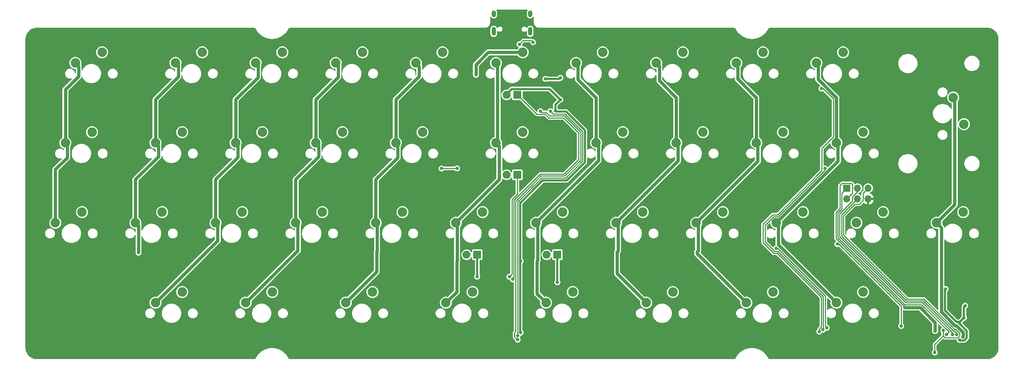
<source format=gbr>
%TF.GenerationSoftware,KiCad,Pcbnew,(6.0.6)*%
%TF.CreationDate,2022-10-05T22:20:27+02:00*%
%TF.ProjectId,Larva,4c617276-612e-46b6-9963-61645f706362,rev?*%
%TF.SameCoordinates,Original*%
%TF.FileFunction,Copper,L1,Top*%
%TF.FilePolarity,Positive*%
%FSLAX46Y46*%
G04 Gerber Fmt 4.6, Leading zero omitted, Abs format (unit mm)*
G04 Created by KiCad (PCBNEW (6.0.6)) date 2022-10-05 22:20:27*
%MOMM*%
%LPD*%
G01*
G04 APERTURE LIST*
%TA.AperFunction,ComponentPad*%
%ADD10C,2.250000*%
%TD*%
%TA.AperFunction,ComponentPad*%
%ADD11C,1.905000*%
%TD*%
%TA.AperFunction,ComponentPad*%
%ADD12R,1.905000X1.905000*%
%TD*%
%TA.AperFunction,ComponentPad*%
%ADD13R,1.700000X1.700000*%
%TD*%
%TA.AperFunction,ComponentPad*%
%ADD14O,1.700000X1.700000*%
%TD*%
%TA.AperFunction,ComponentPad*%
%ADD15O,1.000000X1.600000*%
%TD*%
%TA.AperFunction,ComponentPad*%
%ADD16O,1.000000X2.100000*%
%TD*%
%TA.AperFunction,ViaPad*%
%ADD17C,0.800000*%
%TD*%
%TA.AperFunction,Conductor*%
%ADD18C,0.250000*%
%TD*%
%TA.AperFunction,Conductor*%
%ADD19C,0.500000*%
%TD*%
%TA.AperFunction,Conductor*%
%ADD20C,0.800000*%
%TD*%
G04 APERTURE END LIST*
D10*
%TO.P,MX1,1,COL*%
%TO.N,/Col0*%
X48097500Y-59710000D03*
%TO.P,MX1,2,ROW*%
%TO.N,Net-(D1-Pad1)*%
X54447500Y-57170000D03*
%TD*%
%TO.P,MX2,1,COL*%
%TO.N,/Col1*%
X71910000Y-59710000D03*
%TO.P,MX2,2,ROW*%
%TO.N,Net-(D1-Pad2)*%
X78260000Y-57170000D03*
%TD*%
%TO.P,MX3,1,COL*%
%TO.N,/Col2*%
X90960000Y-59710000D03*
%TO.P,MX3,2,ROW*%
%TO.N,Net-(D2-Pad1)*%
X97310000Y-57170000D03*
%TD*%
%TO.P,MX4,1,COL*%
%TO.N,/Col3*%
X110010000Y-59710000D03*
%TO.P,MX4,2,ROW*%
%TO.N,Net-(D2-Pad2)*%
X116360000Y-57170000D03*
%TD*%
%TO.P,MX5,1,COL*%
%TO.N,/Col4*%
X129060000Y-59710000D03*
%TO.P,MX5,2,ROW*%
%TO.N,Net-(D3-Pad1)*%
X135410000Y-57170000D03*
%TD*%
%TO.P,MX7,1,COL*%
%TO.N,/Col6*%
X167160000Y-59710000D03*
%TO.P,MX7,2,ROW*%
%TO.N,Net-(D4-Pad1)*%
X173510000Y-57170000D03*
%TD*%
%TO.P,MX8,1,COL*%
%TO.N,/Col7*%
X186210000Y-59710000D03*
%TO.P,MX8,2,ROW*%
%TO.N,Net-(D4-Pad2)*%
X192560000Y-57170000D03*
%TD*%
%TO.P,MX9,1,COL*%
%TO.N,/Col8*%
X205260000Y-59710000D03*
%TO.P,MX9,2,ROW*%
%TO.N,Net-(D5-Pad1)*%
X211610000Y-57170000D03*
%TD*%
%TO.P,MX10,1,COL*%
%TO.N,/Col9*%
X224310000Y-59710000D03*
%TO.P,MX10,2,ROW*%
%TO.N,Net-(D5-Pad2)*%
X230660000Y-57170000D03*
%TD*%
%TO.P,MX11,1,COL*%
%TO.N,/Col0*%
X45716250Y-78760000D03*
%TO.P,MX11,2,ROW*%
%TO.N,Net-(D6-Pad1)*%
X52066250Y-76220000D03*
%TD*%
%TO.P,MX12,1,COL*%
%TO.N,/Col1*%
X67147500Y-78760000D03*
%TO.P,MX12,2,ROW*%
%TO.N,Net-(D6-Pad2)*%
X73497500Y-76220000D03*
%TD*%
%TO.P,MX13,1,COL*%
%TO.N,/Col2*%
X86197500Y-78760000D03*
%TO.P,MX13,2,ROW*%
%TO.N,Net-(D7-Pad1)*%
X92547500Y-76220000D03*
%TD*%
%TO.P,MX14,1,COL*%
%TO.N,/Col3*%
X105247500Y-78760000D03*
%TO.P,MX14,2,ROW*%
%TO.N,Net-(D7-Pad2)*%
X111597500Y-76220000D03*
%TD*%
%TO.P,MX15,1,COL*%
%TO.N,/Col4*%
X124297500Y-78760000D03*
%TO.P,MX15,2,ROW*%
%TO.N,Net-(D8-Pad1)*%
X130647500Y-76220000D03*
%TD*%
%TO.P,MX17,1,COL*%
%TO.N,/Col6*%
X171922500Y-78760000D03*
%TO.P,MX17,2,ROW*%
%TO.N,Net-(D9-Pad1)*%
X178272500Y-76220000D03*
%TD*%
%TO.P,MX18,1,COL*%
%TO.N,/Col7*%
X190972500Y-78760000D03*
%TO.P,MX18,2,ROW*%
%TO.N,Net-(D9-Pad2)*%
X197322500Y-76220000D03*
%TD*%
%TO.P,MX19,1,COL*%
%TO.N,/Col8*%
X210022500Y-78760000D03*
%TO.P,MX19,2,ROW*%
%TO.N,Net-(D10-Pad1)*%
X216372500Y-76220000D03*
%TD*%
%TO.P,MX20,1,COL*%
%TO.N,/Col9*%
X229072500Y-78760000D03*
%TO.P,MX20,2,ROW*%
%TO.N,Net-(D10-Pad2)*%
X235422500Y-76220000D03*
%TD*%
%TO.P,MX21,2,ROW*%
%TO.N,Net-(D11-Pad2)*%
X259393750Y-74315000D03*
%TO.P,MX21,1,COL*%
%TO.N,/Col11*%
X256853750Y-67965000D03*
%TD*%
%TO.P,MX22,1,COL*%
%TO.N,/Col0*%
X43335000Y-97810000D03*
%TO.P,MX22,2,ROW*%
%TO.N,Net-(D12-Pad1)*%
X49685000Y-95270000D03*
%TD*%
%TO.P,MX23,1,COL*%
%TO.N,/Col1*%
X62385000Y-97810000D03*
%TO.P,MX23,2,ROW*%
%TO.N,Net-(D12-Pad2)*%
X68735000Y-95270000D03*
%TD*%
%TO.P,MX24,1,COL*%
%TO.N,/Col2*%
X81435000Y-97810000D03*
%TO.P,MX24,2,ROW*%
%TO.N,Net-(D13-Pad1)*%
X87785000Y-95270000D03*
%TD*%
%TO.P,MX25,1,COL*%
%TO.N,/Col3*%
X100485000Y-97810000D03*
%TO.P,MX25,2,ROW*%
%TO.N,Net-(D13-Pad2)*%
X106835000Y-95270000D03*
%TD*%
%TO.P,MX26,1,COL*%
%TO.N,/Col4*%
X119535000Y-97810000D03*
%TO.P,MX26,2,ROW*%
%TO.N,Net-(D14-Pad1)*%
X125885000Y-95270000D03*
%TD*%
%TO.P,MX29,1,COL*%
%TO.N,/Col7*%
X176685000Y-97810000D03*
%TO.P,MX29,2,ROW*%
%TO.N,Net-(D15-Pad2)*%
X183035000Y-95270000D03*
%TD*%
%TO.P,MX30,1,COL*%
%TO.N,/Col8*%
X195735000Y-97810000D03*
%TO.P,MX30,2,ROW*%
%TO.N,Net-(D16-Pad1)*%
X202085000Y-95270000D03*
%TD*%
%TO.P,MX31,1,COL*%
%TO.N,/Col9*%
X214785000Y-97810000D03*
%TO.P,MX31,2,ROW*%
%TO.N,Net-(D16-Pad2)*%
X221135000Y-95270000D03*
%TD*%
%TO.P,MX32,1,COL*%
%TO.N,/Col10*%
X233835000Y-97810000D03*
%TO.P,MX32,2,ROW*%
%TO.N,Net-(D17-Pad1)*%
X240185000Y-95270000D03*
%TD*%
%TO.P,MX33,1,COL*%
%TO.N,/Col11*%
X252885000Y-97810000D03*
%TO.P,MX33,2,ROW*%
%TO.N,Net-(D17-Pad2)*%
X259235000Y-95270000D03*
%TD*%
%TO.P,MX34,1,COL*%
%TO.N,/Col2*%
X67147500Y-116860000D03*
%TO.P,MX34,2,ROW*%
%TO.N,Net-(D19-Pad1)*%
X73497500Y-114320000D03*
%TD*%
%TO.P,MX35,1,COL*%
%TO.N,/Col3*%
X88578750Y-116860000D03*
%TO.P,MX35,2,ROW*%
%TO.N,Net-(D19-Pad2)*%
X94928750Y-114320000D03*
%TD*%
%TO.P,MX36,1,COL*%
%TO.N,/Col4*%
X112391250Y-116860000D03*
%TO.P,MX36,2,ROW*%
%TO.N,Net-(D20-Pad1)*%
X118741250Y-114320000D03*
%TD*%
%TO.P,MX37,1,COL*%
%TO.N,/Col5*%
X136203750Y-116860000D03*
%TO.P,MX37,2,ROW*%
%TO.N,Net-(D20-Pad2)*%
X142553750Y-114320000D03*
%TD*%
%TO.P,MX38,1,COL*%
%TO.N,/Col6*%
X160016250Y-116860000D03*
%TO.P,MX38,2,ROW*%
%TO.N,Net-(D21-Pad1)*%
X166366250Y-114320000D03*
%TD*%
%TO.P,MX39,1,COL*%
%TO.N,/Col7*%
X183828750Y-116860000D03*
%TO.P,MX39,2,ROW*%
%TO.N,Net-(D21-Pad2)*%
X190178750Y-114320000D03*
%TD*%
%TO.P,MX40,1,COL*%
%TO.N,/Col8*%
X207641250Y-116860000D03*
%TO.P,MX40,2,ROW*%
%TO.N,Net-(D22-Pad1)*%
X213991250Y-114320000D03*
%TD*%
%TO.P,MX41,1,COL*%
%TO.N,/Col9*%
X229072500Y-116860000D03*
%TO.P,MX41,2,ROW*%
%TO.N,Net-(D22-Pad2)*%
X235422500Y-114320000D03*
%TD*%
%TO.P,MX6,2,ROW*%
%TO.N,Net-(D3-Pad2)*%
X154460000Y-57170000D03*
%TO.P,MX6,1,COL*%
%TO.N,/Col5*%
X148110000Y-59710000D03*
D11*
%TO.P,MX6,3,LED*%
%TO.N,+5V*%
X150650000Y-67330000D03*
D12*
%TO.P,MX6,4,LEDGND*%
%TO.N,/LED0*%
X153190000Y-67330000D03*
%TD*%
D10*
%TO.P,MX16,2,ROW*%
%TO.N,Net-(D8-Pad2)*%
X154460000Y-76220000D03*
%TO.P,MX16,1,COL*%
%TO.N,/Col5*%
X148110000Y-78760000D03*
D11*
%TO.P,MX16,3,LED*%
%TO.N,+5V*%
X150650000Y-86380000D03*
D12*
%TO.P,MX16,4,LEDGND*%
%TO.N,/LED1*%
X153190000Y-86380000D03*
%TD*%
D10*
%TO.P,MX27,2,ROW*%
%TO.N,Net-(D14-Pad2)*%
X144935000Y-95270000D03*
%TO.P,MX27,1,COL*%
%TO.N,/Col5*%
X138585000Y-97810000D03*
D11*
%TO.P,MX27,3,LED*%
%TO.N,+5V*%
X141125000Y-105430000D03*
D12*
%TO.P,MX27,4,LEDGND*%
%TO.N,/LED2*%
X143665000Y-105430000D03*
%TD*%
D10*
%TO.P,MX28,2,ROW*%
%TO.N,Net-(D15-Pad1)*%
X163985000Y-95270000D03*
%TO.P,MX28,1,COL*%
%TO.N,/Col6*%
X157635000Y-97810000D03*
D11*
%TO.P,MX28,3,LED*%
%TO.N,+5V*%
X160175000Y-105430000D03*
D12*
%TO.P,MX28,4,LEDGND*%
%TO.N,/LED3*%
X162715000Y-105430000D03*
%TD*%
D13*
%TO.P,J1,1,Pin_1*%
%TO.N,/MISO*%
X231533700Y-89560400D03*
D14*
%TO.P,J1,2,Pin_2*%
%TO.N,+5V*%
X231533700Y-92100400D03*
%TO.P,J1,3,Pin_3*%
%TO.N,/SCK*%
X234073700Y-89560400D03*
%TO.P,J1,4,Pin_4*%
%TO.N,/MOSI*%
X234073700Y-92100400D03*
%TO.P,J1,5,Pin_5*%
%TO.N,/RST*%
X236613700Y-89560400D03*
%TO.P,J1,6,Pin_6*%
%TO.N,GND*%
X236613700Y-92100400D03*
%TD*%
D15*
%TO.P,J2,S1,SHIELD*%
%TO.N,Net-(C6-Pad1)*%
X147600000Y-48003125D03*
D16*
X147600000Y-52183125D03*
X156240000Y-52183125D03*
D15*
X156240000Y-48003125D03*
%TD*%
D17*
%TO.N,GND*%
X101845000Y-108200000D03*
X260450000Y-126410000D03*
X142645000Y-52700000D03*
X226946460Y-83238340D03*
X258978356Y-116855456D03*
X170595000Y-82980000D03*
X154815540Y-64396620D03*
X155630940Y-124053280D03*
X156405000Y-105660000D03*
X249659140Y-103309420D03*
X155972542Y-55149458D03*
X163495000Y-90400000D03*
X237515000Y-112730000D03*
X149895000Y-69275000D03*
X213088220Y-98602800D03*
X167645000Y-106450000D03*
X250955000Y-124500000D03*
X256565000Y-127440000D03*
X180725000Y-111370000D03*
X245695000Y-110900000D03*
X147983000Y-54921000D03*
X135395000Y-107600000D03*
X252110000Y-108540000D03*
X137370820Y-105166160D03*
X161193480Y-62402720D03*
X151955000Y-49580000D03*
X213591140Y-102346760D03*
X148945000Y-106100000D03*
X159859980Y-68054220D03*
X144995000Y-102400000D03*
%TO.N,+5V*%
X153982480Y-123972000D03*
X245290000Y-118030000D03*
X259674037Y-117573114D03*
X162215019Y-71155673D03*
X252546400Y-123602783D03*
X153979990Y-106941301D03*
X255015000Y-113580000D03*
X259402959Y-120462041D03*
X163431220Y-68450460D03*
X258389402Y-125741867D03*
%TO.N,/Row0*%
X224985640Y-123749990D03*
X225514243Y-65820957D03*
%TO.N,Net-(D3-Pad2)*%
X143350000Y-62523125D03*
%TO.N,/Row1*%
X135172180Y-84871875D03*
X225878077Y-123298814D03*
X226310533Y-84870253D03*
X138845000Y-84850000D03*
%TO.N,/Row2*%
X226772177Y-122849970D03*
X214717973Y-103919687D03*
%TO.N,VCC*%
X159864640Y-63514820D03*
X163431915Y-63244155D03*
%TO.N,/Col1*%
X63121600Y-104921875D03*
%TO.N,/Col2*%
X79088040Y-104921875D03*
%TO.N,/Col3*%
X100396100Y-105033760D03*
%TO.N,/Col4*%
X119738200Y-104921875D03*
%TO.N,/Col7*%
X176890740Y-104877499D03*
%TO.N,/Col8*%
X195940740Y-104877499D03*
%TO.N,/Col9*%
X217138304Y-104925816D03*
%TO.N,/Col11*%
X259074578Y-125014176D03*
%TO.N,/Col10*%
X229287382Y-102902618D03*
X244475000Y-122400460D03*
%TO.N,/RST*%
X252455000Y-128717295D03*
X254474966Y-123480166D03*
%TO.N,Net-(R2-Pad1)*%
X161053780Y-71208900D03*
X153278100Y-124682940D03*
%TO.N,Net-(R3-Pad1)*%
X153278100Y-125682940D03*
X158668720Y-71224140D03*
%TO.N,Net-(J2-PadB5)*%
X156889258Y-54749914D03*
X153678156Y-55242812D03*
%TO.N,/LED0*%
X152079980Y-111280000D03*
%TO.N,/LED1*%
X151310000Y-110641353D03*
%TO.N,/MOSI*%
X257658907Y-124426201D03*
%TO.N,/SCK*%
X256659500Y-124440011D03*
%TO.N,/MISO*%
X255205000Y-124480000D03*
%TO.N,/LED2*%
X143655000Y-110641353D03*
%TO.N,/LED3*%
X162715000Y-111991383D03*
%TD*%
D18*
%TO.N,+5V*%
X231533700Y-92100400D02*
X232898699Y-90735401D01*
X229892430Y-94372440D02*
X228956848Y-95308020D01*
D19*
X257913866Y-121430518D02*
X258434482Y-121430518D01*
D18*
X245290000Y-118030000D02*
X245300000Y-118040000D01*
D19*
X164945000Y-87675000D02*
X169260000Y-83360000D01*
X162215019Y-71305663D02*
X162215019Y-69666661D01*
X157611383Y-89308617D02*
X159245000Y-87675000D01*
D18*
X254734520Y-118757332D02*
X254734520Y-113860480D01*
D19*
X259426461Y-125863695D02*
X260054519Y-125235637D01*
X153830000Y-106445000D02*
X153830000Y-106791311D01*
X257913866Y-121430518D02*
X257584482Y-121430518D01*
X153830000Y-106791311D02*
X153979990Y-106941301D01*
D18*
X232898699Y-90735401D02*
X232898699Y-88640397D01*
D19*
X151827501Y-65927499D02*
X150650000Y-67105000D01*
X260054519Y-125235637D02*
X260054519Y-123571171D01*
D18*
X255767188Y-119790000D02*
X254734520Y-118757332D01*
D19*
X258434482Y-121430518D02*
X258174174Y-121690826D01*
X163431220Y-68450460D02*
X160908259Y-65927499D01*
X259402959Y-120462041D02*
X259402959Y-117844192D01*
D18*
X229892430Y-88916668D02*
X229892430Y-94372440D01*
D19*
X164785663Y-71305663D02*
X162215019Y-71305663D01*
D18*
X228956849Y-101546779D02*
X245290000Y-117879930D01*
D19*
X157611383Y-89308213D02*
X157611383Y-89308617D01*
X254859520Y-113735480D02*
X255015000Y-113580000D01*
X150650000Y-67105000D02*
X150650000Y-67330000D01*
X169260000Y-83360000D02*
X169260000Y-75780000D01*
D18*
X232898699Y-88640397D02*
X232643701Y-88385399D01*
D19*
X153830000Y-106445000D02*
X153830000Y-123971875D01*
D20*
X249034772Y-118040000D02*
X245300000Y-118040000D01*
D19*
X258511230Y-125863695D02*
X259426461Y-125863695D01*
X162215019Y-69666661D02*
X163431220Y-68450460D01*
D18*
X228956848Y-95308020D02*
X228956849Y-101546779D01*
D19*
X259402959Y-117844192D02*
X259674037Y-117573114D01*
X258389402Y-125741867D02*
X258511230Y-125863695D01*
X260054519Y-123571171D02*
X258399174Y-121915826D01*
X169260000Y-75780000D02*
X164785663Y-71305663D01*
X258434482Y-121880518D02*
X258399174Y-121915826D01*
X257584482Y-121430518D02*
X254859520Y-118705556D01*
D20*
X252546400Y-121551628D02*
X249034772Y-118040000D01*
D18*
X245290000Y-117879930D02*
X245290000Y-118030000D01*
X230423699Y-88385399D02*
X229892430Y-88916668D01*
D19*
X258174174Y-121690826D02*
X257913866Y-121430518D01*
X258434482Y-121430518D02*
X259402959Y-120462041D01*
X153830000Y-93090000D02*
X153830000Y-106445000D01*
X258399174Y-121915826D02*
X258174174Y-121690826D01*
X254859520Y-118705556D02*
X254859520Y-113735480D01*
D20*
X252546400Y-123602783D02*
X252546400Y-121551628D01*
D18*
X254734520Y-113860480D02*
X255015000Y-113580000D01*
D19*
X160908259Y-65927499D02*
X151827501Y-65927499D01*
D18*
X162215019Y-71305663D02*
X162215019Y-71155673D01*
D19*
X258434482Y-121430518D02*
X258434482Y-121880518D01*
D18*
X232643701Y-88385399D02*
X230423699Y-88385399D01*
D19*
X159245000Y-87675000D02*
X164945000Y-87675000D01*
X157611383Y-89308617D02*
X153830000Y-93090000D01*
D18*
%TO.N,/Row0*%
X225492780Y-115578418D02*
X225492780Y-122611109D01*
X213928337Y-95884251D02*
X211655000Y-98157588D01*
X225492780Y-122611109D02*
X224985640Y-123118249D01*
X225903139Y-65820957D02*
X228347490Y-68265308D01*
X225572380Y-85360892D02*
X215049022Y-95884250D01*
X215049022Y-95884250D02*
X213928337Y-95884251D01*
X211655000Y-98157588D02*
X211655000Y-102566126D01*
X215009060Y-105094698D02*
X225492780Y-115578418D01*
X211655000Y-102566126D02*
X214183572Y-105094698D01*
X228347490Y-77339008D02*
X225572380Y-80114118D01*
X214183572Y-105094698D02*
X215009060Y-105094698D01*
X225514243Y-65820957D02*
X225903139Y-65820957D01*
X224985640Y-123118249D02*
X224985640Y-123749990D01*
X225572380Y-80114118D02*
X225572380Y-85360892D01*
X228347490Y-68265308D02*
X228347490Y-77339008D01*
D20*
%TO.N,Net-(D3-Pad2)*%
X143345000Y-60109375D02*
X146284375Y-57170000D01*
X146284375Y-57170000D02*
X154460000Y-57170000D01*
X143345000Y-62518125D02*
X143350000Y-62523125D01*
X143345000Y-60109375D02*
X143345000Y-62518125D01*
D18*
%TO.N,/Row1*%
X212104520Y-98344478D02*
X212104520Y-102379236D01*
X214114738Y-96334260D02*
X212104520Y-98344478D01*
X215195460Y-104644688D02*
X225942790Y-115392018D01*
X215235422Y-96334260D02*
X214114738Y-96334260D01*
X212104520Y-102379236D02*
X214369972Y-104644688D01*
X225942790Y-123234101D02*
X225878077Y-123298814D01*
X135172180Y-84871875D02*
X138823125Y-84871875D01*
X226310533Y-84870253D02*
X226310533Y-85259149D01*
X138823125Y-84871875D02*
X138845000Y-84850000D01*
X226310533Y-85259149D02*
X215235422Y-96334260D01*
X225942790Y-115392018D02*
X225942790Y-123234101D01*
X214369972Y-104644688D02*
X215195460Y-104644688D01*
%TO.N,/Row2*%
X215106869Y-103919687D02*
X226392800Y-115205618D01*
X226392800Y-122470593D02*
X226772177Y-122849970D01*
X226392800Y-115205618D02*
X226392800Y-122470593D01*
X214717973Y-103919687D02*
X215106869Y-103919687D01*
D19*
%TO.N,VCC*%
X163161250Y-63514820D02*
X163431915Y-63244155D01*
X159864640Y-63514820D02*
X163161250Y-63514820D01*
D20*
%TO.N,/Col0*%
X45716250Y-66060000D02*
X48885000Y-62891250D01*
X48885000Y-62891250D02*
X48885000Y-60497500D01*
X43335000Y-97810000D02*
X43335000Y-85110000D01*
X46155000Y-79198750D02*
X45716250Y-78760000D01*
X48885000Y-60497500D02*
X48097500Y-59710000D01*
X43335000Y-85110000D02*
X46155000Y-82290000D01*
X45716250Y-78760000D02*
X45716250Y-66060000D01*
X46155000Y-82290000D02*
X46155000Y-79198750D01*
%TO.N,/Col1*%
X67147500Y-78760000D02*
X67147500Y-68441250D01*
X62385000Y-87491250D02*
X67855000Y-82021250D01*
X67855000Y-79467500D02*
X67147500Y-78760000D01*
X62385000Y-97810000D02*
X62385000Y-87491250D01*
X63121600Y-98546600D02*
X63121600Y-104921875D01*
X72565000Y-63023750D02*
X72565000Y-60365000D01*
X62385000Y-97810000D02*
X63121600Y-98546600D01*
X67147500Y-68441250D02*
X72565000Y-63023750D01*
X67855000Y-82021250D02*
X67855000Y-79467500D01*
X72565000Y-60365000D02*
X71910000Y-59710000D01*
%TO.N,/Col2*%
X91515000Y-60265000D02*
X90960000Y-59710000D01*
X81435000Y-97810000D02*
X81435000Y-87491250D01*
X79128680Y-104878820D02*
X81935000Y-102072500D01*
X86755000Y-82171250D02*
X86755000Y-79317500D01*
X86755000Y-79317500D02*
X86197500Y-78760000D01*
X67147500Y-116860000D02*
X79128680Y-104878820D01*
X81435000Y-87491250D02*
X86755000Y-82171250D01*
X86197500Y-68441250D02*
X91515000Y-63123750D01*
X81935000Y-98310000D02*
X81435000Y-97810000D01*
X91515000Y-63123750D02*
X91515000Y-60265000D01*
D18*
X79128680Y-104878820D02*
X79128680Y-104881235D01*
D20*
X81935000Y-102072500D02*
X81935000Y-98310000D01*
X86197500Y-78760000D02*
X86197500Y-68441250D01*
D18*
X79128680Y-104881235D02*
X79088040Y-104921875D01*
D20*
%TO.N,/Col3*%
X110625000Y-63063750D02*
X110625000Y-60325000D01*
D18*
X99954775Y-105475085D02*
X100396100Y-105033760D01*
D20*
X100995000Y-98320000D02*
X100485000Y-97810000D01*
X100485000Y-87491250D02*
X105915000Y-82061250D01*
X105247500Y-68441250D02*
X110625000Y-63063750D01*
X105915000Y-79427500D02*
X105247500Y-78760000D01*
D18*
X99954775Y-105483975D02*
X99954775Y-105475085D01*
D20*
X110625000Y-60325000D02*
X110010000Y-59710000D01*
X99954775Y-105483975D02*
X100995000Y-104443750D01*
X100995000Y-104443750D02*
X100995000Y-98320000D01*
X100485000Y-97810000D02*
X100485000Y-87491250D01*
X105247500Y-78760000D02*
X105247500Y-68441250D01*
X88578750Y-116860000D02*
X99954775Y-105483975D01*
X105915000Y-82061250D02*
X105915000Y-79427500D01*
%TO.N,/Col4*%
X129865000Y-62873750D02*
X129865000Y-60515000D01*
X124297500Y-68441250D02*
X129865000Y-62873750D01*
X112391250Y-116860000D02*
X119740001Y-109511249D01*
X124297500Y-78760000D02*
X124297500Y-68441250D01*
X124745000Y-82281250D02*
X124745000Y-79207500D01*
X124745000Y-79207500D02*
X124297500Y-78760000D01*
X119535000Y-97810000D02*
X119535000Y-87491250D01*
X119740001Y-104998939D02*
X119835000Y-104903940D01*
X119740001Y-109511249D02*
X119740001Y-104998939D01*
X119535000Y-87491250D02*
X124745000Y-82281250D01*
D18*
X119740001Y-104998939D02*
X119740001Y-104923676D01*
X119740001Y-104923676D02*
X119738200Y-104921875D01*
D20*
X119835000Y-98110000D02*
X119535000Y-97810000D01*
X129865000Y-60515000D02*
X129060000Y-59710000D01*
X119835000Y-104903940D02*
X119835000Y-98110000D01*
%TO.N,/Col5*%
X148475000Y-78395000D02*
X148475000Y-60075000D01*
X136203750Y-116860000D02*
X138790001Y-114273749D01*
X148905000Y-79555000D02*
X148110000Y-78760000D01*
D18*
X138790001Y-106959181D02*
X138789050Y-106958230D01*
D20*
X138845000Y-107027802D02*
X138845000Y-98070000D01*
X148110000Y-78760000D02*
X148475000Y-78395000D01*
D18*
X138790001Y-107082801D02*
X138790001Y-106959181D01*
D20*
X148475000Y-60075000D02*
X148110000Y-59710000D01*
X138790001Y-114273749D02*
X138790001Y-107082801D01*
X138790001Y-107082801D02*
X138845000Y-107027802D01*
X138585000Y-97810000D02*
X148905000Y-87490000D01*
X148905000Y-87490000D02*
X148905000Y-79555000D01*
X138845000Y-98070000D02*
X138585000Y-97810000D01*
%TO.N,/Col6*%
X158025000Y-106747942D02*
X158025000Y-98200000D01*
X167585000Y-60135000D02*
X167160000Y-59710000D01*
X171922500Y-67965000D02*
X167585000Y-63627500D01*
X160016250Y-116860000D02*
X157840001Y-114683751D01*
X158025000Y-98200000D02*
X157635000Y-97810000D01*
X167585000Y-63627500D02*
X167585000Y-60135000D01*
D18*
X157840001Y-106932941D02*
X157840001Y-106939499D01*
D20*
X172505000Y-79342500D02*
X171922500Y-78760000D01*
X157840001Y-114683751D02*
X157840001Y-106932941D01*
X171922500Y-78760000D02*
X171922500Y-67965000D01*
X172505000Y-82940000D02*
X172505000Y-79342500D01*
D18*
X157840001Y-106939499D02*
X157838200Y-106941300D01*
D20*
X157840001Y-106932941D02*
X158025000Y-106747942D01*
X157635000Y-97810000D02*
X172505000Y-82940000D01*
D18*
%TO.N,/Col7*%
X176890001Y-104876760D02*
X176890740Y-104877499D01*
D20*
X183828750Y-116860000D02*
X176890001Y-109921251D01*
X186210000Y-59710000D02*
X186965000Y-60465000D01*
X191405000Y-79192500D02*
X190972500Y-78760000D01*
X186965000Y-63957500D02*
X190972500Y-67965000D01*
X177125000Y-98250000D02*
X176685000Y-97810000D01*
X176890001Y-109921251D02*
X176890001Y-104806961D01*
X176890001Y-104806961D02*
X177125000Y-104571962D01*
D18*
X176890001Y-104806961D02*
X176890001Y-104876760D01*
D20*
X177125000Y-104571962D02*
X177125000Y-98250000D01*
X191405000Y-83090000D02*
X191405000Y-79192500D01*
X186965000Y-60465000D02*
X186965000Y-63957500D01*
X190972500Y-67965000D02*
X190972500Y-78760000D01*
X176685000Y-97810000D02*
X191405000Y-83090000D01*
%TO.N,/Col8*%
X196165000Y-98240000D02*
X196165000Y-104495602D01*
X195940001Y-104720601D02*
X195940001Y-105158751D01*
D18*
X195940001Y-104720601D02*
X195940001Y-104876760D01*
D20*
X210385000Y-79122500D02*
X210022500Y-78760000D01*
X195735000Y-97810000D02*
X196165000Y-98240000D01*
X196165000Y-104495602D02*
X195940001Y-104720601D01*
X205465001Y-59915001D02*
X205585000Y-60035000D01*
X195940001Y-105158751D02*
X207641250Y-116860000D01*
X210385000Y-83160000D02*
X210385000Y-79122500D01*
X205585000Y-60035000D02*
X205585000Y-63527500D01*
X205585000Y-63527500D02*
X210022500Y-67965000D01*
X210022500Y-67965000D02*
X210022500Y-78760000D01*
D18*
X195940001Y-104876760D02*
X195940740Y-104877499D01*
D20*
X195735000Y-97810000D02*
X210385000Y-83160000D01*
%TO.N,/Col9*%
X229425000Y-79112500D02*
X229072500Y-78760000D01*
X224515001Y-59915001D02*
X224695000Y-60095000D01*
X224695000Y-63587500D02*
X229072500Y-67965000D01*
X215265000Y-103052500D02*
X217142120Y-104929620D01*
X214785000Y-97810000D02*
X215265000Y-98290000D01*
D18*
X217142120Y-104929620D02*
X217142108Y-104929620D01*
D20*
X229072500Y-67965000D02*
X229072500Y-78760000D01*
X214785000Y-97810000D02*
X229425000Y-83170000D01*
X215265000Y-98290000D02*
X215265000Y-103052500D01*
X224695000Y-60095000D02*
X224695000Y-63587500D01*
X229425000Y-83170000D02*
X229425000Y-79112500D01*
X217142120Y-104929620D02*
X229072500Y-116860000D01*
D18*
X217142108Y-104929620D02*
X217138304Y-104925816D01*
D20*
%TO.N,/Col11*%
X252885000Y-97810000D02*
X257195000Y-93500000D01*
X257609680Y-122327734D02*
X259205000Y-123923054D01*
X254010000Y-119057438D02*
X257280296Y-122327734D01*
X257280296Y-122327734D02*
X257609680Y-122327734D01*
X252885000Y-97810000D02*
X254010000Y-98935000D01*
X259205000Y-124883754D02*
X259074578Y-125014176D01*
X259205000Y-123923054D02*
X259205000Y-124883754D01*
X257195000Y-68306250D02*
X256853750Y-67965000D01*
X257195000Y-93500000D02*
X257195000Y-68306250D01*
X254010000Y-98935000D02*
X254010000Y-119057438D01*
D18*
%TO.N,/Col10*%
X244470000Y-118283002D02*
X244470000Y-122395460D01*
X229563660Y-102790000D02*
X244470000Y-117696340D01*
X229400000Y-102790000D02*
X229563660Y-102790000D01*
X229287382Y-102902618D02*
X229400000Y-102790000D01*
X244470000Y-117696340D02*
X244470000Y-118283002D01*
X244470000Y-122395460D02*
X244475000Y-122400460D01*
%TO.N,/RST*%
X233424870Y-93385640D02*
X233424870Y-93419790D01*
X254474966Y-124760034D02*
X254474966Y-123480166D01*
X254904897Y-125204511D02*
X254474966Y-124774580D01*
X230756890Y-96087770D02*
X230756890Y-100786220D01*
X249882906Y-115954970D02*
X256555776Y-122627840D01*
X252455000Y-126780000D02*
X254474966Y-124760034D01*
X255505103Y-125204511D02*
X254904897Y-125204511D01*
X236613700Y-89560400D02*
X235438699Y-90735401D01*
X245910681Y-115954969D02*
X249882906Y-115954970D01*
X255519614Y-125190000D02*
X255505103Y-125204511D01*
X254474966Y-124774580D02*
X254474966Y-123480166D01*
X256555776Y-122627840D02*
X256555776Y-122629224D01*
X235438699Y-92474403D02*
X234527462Y-93385640D01*
X233424870Y-93419790D02*
X230756890Y-96087770D01*
X257192521Y-123265969D02*
X257523289Y-123265969D01*
X235438699Y-90735401D02*
X235438699Y-92474403D01*
X256555776Y-122629224D02*
X257192521Y-123265969D01*
X244175940Y-114220228D02*
X245910681Y-115954969D01*
X234527462Y-93385640D02*
X233424870Y-93385640D01*
X257523289Y-123265969D02*
X258383418Y-124126098D01*
X244175940Y-114205270D02*
X244175940Y-114220228D01*
X230756890Y-100786220D02*
X244175940Y-114205270D01*
X258383418Y-124126098D02*
X258383418Y-124726304D01*
X257919722Y-125190000D02*
X255519614Y-125190000D01*
X252455000Y-128717295D02*
X252455000Y-126780000D01*
X258383418Y-124726304D02*
X257919722Y-125190000D01*
%TO.N,Net-(R2-Pad1)*%
X157036373Y-89070441D02*
X157036373Y-89070037D01*
X157036373Y-89070037D02*
X159006410Y-87100000D01*
X159006410Y-87100000D02*
X164670000Y-87100000D01*
X161725553Y-71880673D02*
X161053780Y-71208900D01*
X164670000Y-87100000D02*
X168684990Y-83085010D01*
X168684990Y-76018176D02*
X164547487Y-71880673D01*
X153254990Y-124659830D02*
X153254990Y-92851824D01*
X168684990Y-83085010D02*
X168684990Y-76018176D01*
X153254990Y-92851824D02*
X157036373Y-89070441D01*
X153278100Y-124682940D02*
X153254990Y-124659830D01*
X164547487Y-71880673D02*
X161725553Y-71880673D01*
%TO.N,Net-(R3-Pad1)*%
X158943720Y-71499140D02*
X158668720Y-71224140D01*
X152804980Y-92665424D02*
X156586364Y-88884040D01*
X168234980Y-82885020D02*
X168234980Y-76204576D01*
X156586364Y-88884040D02*
X156586364Y-88883636D01*
X168234980Y-76204576D02*
X164361087Y-72330683D01*
X164470000Y-86650000D02*
X168234980Y-82885020D01*
X156586364Y-88883636D02*
X158820000Y-86650000D01*
X153205098Y-125682940D02*
X152553099Y-125030941D01*
X160039140Y-71499140D02*
X158943720Y-71499140D01*
X152553099Y-125030941D02*
X152553099Y-123943296D01*
X152804980Y-123691415D02*
X152804980Y-92665424D01*
X158820000Y-86650000D02*
X164470000Y-86650000D01*
X164361087Y-72330683D02*
X160870683Y-72330683D01*
X153278100Y-125682940D02*
X153205098Y-125682940D01*
X160870683Y-72330683D02*
X160039140Y-71499140D01*
X152553099Y-123943296D02*
X152804980Y-123691415D01*
%TO.N,Net-(J2-PadB5)*%
X156889258Y-54749914D02*
X156489259Y-54349915D01*
X156489259Y-54349915D02*
X154571053Y-54349915D01*
X154571053Y-54349915D02*
X153678156Y-55242812D01*
%TO.N,/LED0*%
X152354970Y-92478620D02*
X158633590Y-86200000D01*
X167784970Y-82685030D02*
X167784970Y-76390976D01*
X152354970Y-111005010D02*
X152354970Y-92478620D01*
X152079980Y-111280000D02*
X152354970Y-111005010D01*
X167784970Y-76390976D02*
X164174687Y-72780693D01*
X158633590Y-86200000D02*
X164270000Y-86200000D01*
X157809140Y-71949140D02*
X153190000Y-67330000D01*
X160684297Y-72780693D02*
X159852744Y-71949140D01*
X164174687Y-72780693D02*
X160684297Y-72780693D01*
X164270000Y-86200000D02*
X167784970Y-82685030D01*
X159852744Y-71949140D02*
X157809140Y-71949140D01*
%TO.N,/LED1*%
X153190000Y-91007180D02*
X153190000Y-86380000D01*
X151310000Y-110641353D02*
X151904960Y-110046393D01*
X151904961Y-92292219D02*
X153190000Y-91007180D01*
X151904960Y-110046393D02*
X151904961Y-92292219D01*
%TO.N,/MOSI*%
X257658907Y-124089293D02*
X257285103Y-123715489D01*
X249696505Y-116404979D02*
X245724281Y-116404979D01*
X243725930Y-114391670D02*
X230306880Y-100972620D01*
X257006323Y-123715489D02*
X254986409Y-121695575D01*
X243725930Y-114406628D02*
X243725930Y-114391670D01*
X257658907Y-124426201D02*
X257658907Y-124089293D01*
X230306880Y-100972620D02*
X230306880Y-95867220D01*
X230306880Y-95867220D02*
X234073700Y-92100400D01*
X245724281Y-116404979D02*
X243725930Y-114406628D01*
X257285103Y-123715489D02*
X257006323Y-123715489D01*
X254986409Y-121695575D02*
X254986409Y-121694883D01*
X254986409Y-121694883D02*
X249696505Y-116404979D01*
%TO.N,/SCK*%
X232898699Y-92638991D02*
X232898699Y-91611701D01*
X232898699Y-91611701D02*
X234073700Y-90436700D01*
X229856869Y-95680820D02*
X232898699Y-92638991D01*
X249510105Y-116854989D02*
X245537881Y-116854989D01*
X245537881Y-116854989D02*
X243275921Y-114593029D01*
X229863079Y-101165229D02*
X229856869Y-101165229D01*
X234073700Y-90436700D02*
X234073700Y-89560400D01*
X229856869Y-101165229D02*
X229856869Y-95680820D01*
X256659500Y-124004384D02*
X249510105Y-116854989D01*
X243275921Y-114578071D02*
X229863079Y-101165229D01*
X256659500Y-124440011D02*
X256659500Y-124004384D01*
X243275921Y-114593029D02*
X243275921Y-114578071D01*
%TO.N,/MISO*%
X229406858Y-95494420D02*
X229407289Y-95493989D01*
X229406858Y-101360378D02*
X229406858Y-95494420D01*
X245351479Y-117304999D02*
X243074561Y-115028079D01*
X230342440Y-94558839D02*
X230342440Y-90751660D01*
X249324397Y-117304999D02*
X245351479Y-117304999D01*
X255785000Y-123900000D02*
X255785000Y-123765602D01*
X229406858Y-95494420D02*
X230342440Y-94558839D01*
X255205000Y-124480000D02*
X255785000Y-123900000D01*
X243074561Y-115028079D02*
X229406858Y-101360378D01*
X255785000Y-123765602D02*
X249324397Y-117304999D01*
X230342440Y-90751660D02*
X231533700Y-89560400D01*
D19*
%TO.N,/LED2*%
X143655000Y-105440000D02*
X143665000Y-105430000D01*
X143655000Y-110641353D02*
X143655000Y-105440000D01*
%TO.N,/LED3*%
X162715000Y-111991383D02*
X162715000Y-105430000D01*
%TD*%
%TA.AperFunction,Conductor*%
%TO.N,GND*%
G36*
X155545446Y-47025501D02*
G01*
X155603637Y-47044408D01*
X155639601Y-47093908D01*
X155639601Y-47155094D01*
X155622166Y-47187071D01*
X155619685Y-47190112D01*
X155615732Y-47193984D01*
X155518446Y-47344942D01*
X155457022Y-47513703D01*
X155439500Y-47652408D01*
X155439500Y-48348280D01*
X155454454Y-48481597D01*
X155513515Y-48651198D01*
X155608684Y-48803500D01*
X155735230Y-48930932D01*
X155739904Y-48933898D01*
X155739905Y-48933899D01*
X155750805Y-48940816D01*
X155886864Y-49027162D01*
X156056049Y-49087406D01*
X156061536Y-49088060D01*
X156061539Y-49088061D01*
X156228880Y-49108015D01*
X156228883Y-49108015D01*
X156234376Y-49108670D01*
X156412983Y-49089898D01*
X156418223Y-49088114D01*
X156418224Y-49088114D01*
X156577751Y-49033807D01*
X156577755Y-49033805D01*
X156582993Y-49032022D01*
X156587703Y-49029124D01*
X156587708Y-49029122D01*
X156731246Y-48940816D01*
X156735955Y-48937919D01*
X156864268Y-48812266D01*
X156937285Y-48698966D01*
X156984700Y-48660295D01*
X157045790Y-48656880D01*
X157097221Y-48690024D01*
X157119501Y-48752595D01*
X157119501Y-49990047D01*
X157117997Y-50007236D01*
X157114865Y-50025000D01*
X157115974Y-50031289D01*
X157131540Y-50229072D01*
X157179327Y-50428119D01*
X157180814Y-50431708D01*
X157253262Y-50606614D01*
X157257663Y-50617240D01*
X157259695Y-50620555D01*
X157259697Y-50620560D01*
X157311142Y-50704509D01*
X157364621Y-50791779D01*
X157367147Y-50794736D01*
X157367149Y-50794739D01*
X157395757Y-50828235D01*
X157497565Y-50947436D01*
X157653222Y-51080380D01*
X157656530Y-51082407D01*
X157656534Y-51082410D01*
X157746336Y-51137440D01*
X157827761Y-51187337D01*
X158016882Y-51265674D01*
X158020656Y-51266580D01*
X158020659Y-51266581D01*
X158097599Y-51285052D01*
X158215929Y-51313460D01*
X158219794Y-51313764D01*
X158219799Y-51313765D01*
X158290318Y-51319315D01*
X158358630Y-51324691D01*
X158360610Y-51325012D01*
X158360623Y-51324883D01*
X158366916Y-51325500D01*
X158368726Y-51325500D01*
X158369681Y-51325561D01*
X158408703Y-51328632D01*
X158408708Y-51328632D01*
X158413701Y-51329025D01*
X158420001Y-51330136D01*
X158437765Y-51327004D01*
X158454954Y-51325500D01*
X204521730Y-51325500D01*
X204538918Y-51327004D01*
X204548145Y-51328631D01*
X204548147Y-51328631D01*
X204556678Y-51330135D01*
X204565209Y-51328630D01*
X204573871Y-51328630D01*
X204573871Y-51328817D01*
X204587188Y-51328255D01*
X204673172Y-51336023D01*
X204690704Y-51339217D01*
X204702460Y-51342475D01*
X204794813Y-51368069D01*
X204811480Y-51374352D01*
X204888440Y-51411585D01*
X204908719Y-51421396D01*
X204923997Y-51430568D01*
X204990462Y-51479116D01*
X205011233Y-51494288D01*
X205024619Y-51506053D01*
X205099013Y-51584375D01*
X205110074Y-51598348D01*
X205157289Y-51670503D01*
X205158769Y-51673590D01*
X205159849Y-51674414D01*
X205160392Y-51675245D01*
X205166219Y-51686796D01*
X205170002Y-51698415D01*
X205169915Y-51698461D01*
X205174533Y-51706229D01*
X205174533Y-51706230D01*
X205192572Y-51736577D01*
X205376721Y-52046368D01*
X205615284Y-52373318D01*
X205883494Y-52676420D01*
X205885199Y-52678016D01*
X205885203Y-52678020D01*
X206078419Y-52858869D01*
X206178983Y-52952997D01*
X206499137Y-53200603D01*
X206715326Y-53337430D01*
X206839170Y-53415811D01*
X206841129Y-53417051D01*
X207201935Y-53600428D01*
X207578367Y-53749113D01*
X207580585Y-53749756D01*
X207580594Y-53749759D01*
X207884297Y-53837791D01*
X207967098Y-53861792D01*
X207969385Y-53862227D01*
X207969392Y-53862229D01*
X208179782Y-53902274D01*
X208364692Y-53937469D01*
X208556802Y-53955589D01*
X208765321Y-53975257D01*
X208765326Y-53975257D01*
X208767635Y-53975475D01*
X209172367Y-53975475D01*
X209174675Y-53975257D01*
X209174682Y-53975257D01*
X209573001Y-53937687D01*
X209573003Y-53937687D01*
X209575311Y-53937469D01*
X209743680Y-53905422D01*
X209970611Y-53862228D01*
X209970618Y-53862226D01*
X209972905Y-53861791D01*
X210055079Y-53837972D01*
X210359408Y-53749758D01*
X210359417Y-53749755D01*
X210361635Y-53749112D01*
X210738067Y-53600427D01*
X211098873Y-53417050D01*
X211182613Y-53364051D01*
X211278744Y-53303209D01*
X211440865Y-53200602D01*
X211634911Y-53050527D01*
X211759178Y-52954419D01*
X211759180Y-52954417D01*
X211761019Y-52952995D01*
X211950643Y-52775507D01*
X212054798Y-52678018D01*
X212054802Y-52678014D01*
X212056507Y-52676418D01*
X212324718Y-52373316D01*
X212350672Y-52337747D01*
X212561904Y-52048252D01*
X212561905Y-52048250D01*
X212563280Y-52046366D01*
X212770086Y-51698459D01*
X212770634Y-51698785D01*
X212770722Y-51698636D01*
X212770005Y-51698402D01*
X212771389Y-51694153D01*
X212776932Y-51682594D01*
X212775464Y-51681634D01*
X212780143Y-51674483D01*
X212781247Y-51673595D01*
X212782680Y-51670607D01*
X212829950Y-51598367D01*
X212841011Y-51584393D01*
X212915402Y-51506076D01*
X212928788Y-51494313D01*
X213016017Y-51430598D01*
X213031295Y-51421424D01*
X213091594Y-51392251D01*
X213128532Y-51374381D01*
X213145208Y-51368095D01*
X213145302Y-51368069D01*
X213249302Y-51339248D01*
X213266832Y-51336054D01*
X213267176Y-51336023D01*
X213300514Y-51333011D01*
X213352926Y-51328276D01*
X213366133Y-51328834D01*
X213366133Y-51328631D01*
X213374792Y-51328631D01*
X213383323Y-51330136D01*
X213391854Y-51328632D01*
X213391857Y-51328632D01*
X213401094Y-51327004D01*
X213418282Y-51325500D01*
X264885042Y-51325500D01*
X264902232Y-51327004D01*
X264902726Y-51327091D01*
X264911466Y-51328632D01*
X264920001Y-51330137D01*
X264928650Y-51328612D01*
X264951392Y-51327264D01*
X265216703Y-51342164D01*
X265227726Y-51343405D01*
X265373044Y-51368096D01*
X265515210Y-51392251D01*
X265526034Y-51394721D01*
X265618625Y-51421396D01*
X265806253Y-51475451D01*
X265816723Y-51479115D01*
X266086142Y-51590712D01*
X266096132Y-51595523D01*
X266332035Y-51725902D01*
X266351354Y-51736579D01*
X266360755Y-51742486D01*
X266598581Y-51911233D01*
X266607252Y-51918147D01*
X266824697Y-52112469D01*
X266832532Y-52120304D01*
X266958710Y-52261497D01*
X267026851Y-52337747D01*
X267033768Y-52346421D01*
X267202519Y-52584252D01*
X267208421Y-52593647D01*
X267253201Y-52674669D01*
X267349476Y-52848867D01*
X267354292Y-52858866D01*
X267465888Y-53128285D01*
X267469548Y-53138743D01*
X267526909Y-53337847D01*
X267550279Y-53418968D01*
X267552749Y-53429791D01*
X267595182Y-53679532D01*
X267601594Y-53717272D01*
X267602836Y-53728300D01*
X267617737Y-53993616D01*
X267616388Y-54016362D01*
X267614865Y-54025001D01*
X267616369Y-54033529D01*
X267617997Y-54042762D01*
X267619501Y-54059954D01*
X267619501Y-127590047D01*
X267617997Y-127607236D01*
X267614865Y-127625000D01*
X267616369Y-127633529D01*
X267616369Y-127633530D01*
X267616390Y-127633649D01*
X267617738Y-127656390D01*
X267603960Y-127901742D01*
X267602839Y-127921697D01*
X267601597Y-127932725D01*
X267581563Y-128050632D01*
X267552751Y-128220209D01*
X267550281Y-128231032D01*
X267487729Y-128448158D01*
X267469553Y-128511247D01*
X267465887Y-128521722D01*
X267384879Y-128717295D01*
X267354293Y-128791135D01*
X267349479Y-128801131D01*
X267208423Y-129056354D01*
X267202520Y-129065750D01*
X267033769Y-129303581D01*
X267026854Y-129312252D01*
X266933689Y-129416505D01*
X266832537Y-129529694D01*
X266824698Y-129537533D01*
X266607258Y-129731850D01*
X266598582Y-129738769D01*
X266360756Y-129907516D01*
X266351358Y-129913421D01*
X266096132Y-130054479D01*
X266086142Y-130059290D01*
X265816723Y-130170887D01*
X265806253Y-130174551D01*
X265621595Y-130227751D01*
X265526034Y-130255281D01*
X265515210Y-130257751D01*
X265431307Y-130272007D01*
X265227726Y-130306597D01*
X265216703Y-130307838D01*
X264951396Y-130322738D01*
X264928652Y-130321389D01*
X264928533Y-130321368D01*
X264928530Y-130321368D01*
X264920001Y-130319864D01*
X264902237Y-130322996D01*
X264885048Y-130324500D01*
X213418271Y-130324500D01*
X213401083Y-130322996D01*
X213391856Y-130321369D01*
X213391854Y-130321369D01*
X213383323Y-130319865D01*
X213374792Y-130321370D01*
X213366130Y-130321370D01*
X213366130Y-130321183D01*
X213352814Y-130321745D01*
X213266828Y-130313977D01*
X213249299Y-130310784D01*
X213145194Y-130281933D01*
X213128519Y-130275647D01*
X213031282Y-130228604D01*
X213016004Y-130219431D01*
X212928768Y-130155712D01*
X212915381Y-130143947D01*
X212840986Y-130065624D01*
X212829926Y-130051652D01*
X212782714Y-129979503D01*
X212781215Y-129976378D01*
X212780123Y-129975543D01*
X212779595Y-129974737D01*
X212773788Y-129963225D01*
X212769999Y-129951586D01*
X212770082Y-129951542D01*
X212563276Y-129603635D01*
X212324714Y-129276686D01*
X212056504Y-128973584D01*
X212051902Y-128969276D01*
X211762719Y-128698601D01*
X211762718Y-128698600D01*
X211761016Y-128697007D01*
X211759174Y-128695582D01*
X211581181Y-128557924D01*
X211440861Y-128449401D01*
X211166098Y-128275502D01*
X211100828Y-128234192D01*
X211100824Y-128234190D01*
X211098870Y-128232953D01*
X210738064Y-128049576D01*
X210361633Y-127900891D01*
X210359415Y-127900248D01*
X210359406Y-127900245D01*
X209975145Y-127788862D01*
X209972903Y-127788212D01*
X209970616Y-127787777D01*
X209970609Y-127787775D01*
X209760219Y-127747730D01*
X209575309Y-127712535D01*
X209373837Y-127693532D01*
X209174680Y-127674747D01*
X209174675Y-127674747D01*
X209172366Y-127674529D01*
X208767634Y-127674529D01*
X208765325Y-127674747D01*
X208765320Y-127674747D01*
X208566163Y-127693532D01*
X208364691Y-127712535D01*
X208179781Y-127747730D01*
X207969391Y-127787775D01*
X207969384Y-127787777D01*
X207967097Y-127788212D01*
X207964855Y-127788862D01*
X207580594Y-127900245D01*
X207580585Y-127900248D01*
X207578367Y-127900891D01*
X207201936Y-128049576D01*
X206841130Y-128232953D01*
X206839176Y-128234190D01*
X206839172Y-128234192D01*
X206773902Y-128275502D01*
X206499139Y-128449401D01*
X206358819Y-128557924D01*
X206180827Y-128695582D01*
X206178984Y-128697007D01*
X206177282Y-128698600D01*
X206177281Y-128698601D01*
X205888099Y-128969276D01*
X205883496Y-128973584D01*
X205615286Y-129276686D01*
X205376724Y-129603635D01*
X205169918Y-129951542D01*
X205169370Y-129951216D01*
X205169291Y-129951348D01*
X205169968Y-129951568D01*
X205170002Y-129951586D01*
X205168620Y-129955831D01*
X205163070Y-129967405D01*
X205164538Y-129968365D01*
X205159860Y-129975514D01*
X205158757Y-129976401D01*
X205157323Y-129979391D01*
X205110050Y-130051634D01*
X205098990Y-130065607D01*
X205024599Y-130143925D01*
X205011213Y-130155688D01*
X204923987Y-130219401D01*
X204908708Y-130228576D01*
X204811468Y-130275620D01*
X204794793Y-130281905D01*
X204690699Y-130310753D01*
X204673166Y-130313947D01*
X204587077Y-130321724D01*
X204573867Y-130321167D01*
X204573867Y-130321368D01*
X204565205Y-130321368D01*
X204556678Y-130319864D01*
X204548152Y-130321367D01*
X204548146Y-130321367D01*
X204538907Y-130322996D01*
X204521719Y-130324500D01*
X99318282Y-130324500D01*
X99301094Y-130322996D01*
X99291857Y-130321368D01*
X99291854Y-130321368D01*
X99283323Y-130319864D01*
X99274792Y-130321369D01*
X99266133Y-130321369D01*
X99266133Y-130321182D01*
X99252814Y-130321744D01*
X99166828Y-130313976D01*
X99149296Y-130310782D01*
X99149192Y-130310753D01*
X99045197Y-130281933D01*
X99028521Y-130275647D01*
X98931280Y-130228602D01*
X98916001Y-130219428D01*
X98828768Y-130155710D01*
X98815383Y-130143947D01*
X98740988Y-130065626D01*
X98729926Y-130051651D01*
X98682713Y-129979497D01*
X98681246Y-129976439D01*
X98680178Y-129975623D01*
X98679768Y-129974998D01*
X98673760Y-129963135D01*
X98670000Y-129951586D01*
X98670084Y-129951541D01*
X98463278Y-129603634D01*
X98437021Y-129567648D01*
X98247646Y-129308111D01*
X98224716Y-129276685D01*
X97956506Y-128973583D01*
X97883728Y-128905462D01*
X97662721Y-128698600D01*
X97661018Y-128697006D01*
X97340863Y-128449400D01*
X97026826Y-128250644D01*
X97000830Y-128234191D01*
X97000826Y-128234189D01*
X96998872Y-128232952D01*
X96638066Y-128049575D01*
X96261634Y-127900890D01*
X96259416Y-127900247D01*
X96259407Y-127900244D01*
X95955078Y-127812030D01*
X95872904Y-127788211D01*
X95870617Y-127787776D01*
X95870610Y-127787774D01*
X95660220Y-127747729D01*
X95475310Y-127712534D01*
X95273838Y-127693531D01*
X95074681Y-127674746D01*
X95074676Y-127674746D01*
X95072367Y-127674528D01*
X94667635Y-127674528D01*
X94665326Y-127674746D01*
X94665321Y-127674746D01*
X94466164Y-127693531D01*
X94264692Y-127712534D01*
X94079782Y-127747729D01*
X93869392Y-127787774D01*
X93869385Y-127787776D01*
X93867098Y-127788211D01*
X93784924Y-127812030D01*
X93480595Y-127900244D01*
X93480586Y-127900247D01*
X93478368Y-127900890D01*
X93101936Y-128049575D01*
X92741130Y-128232952D01*
X92739176Y-128234189D01*
X92739172Y-128234191D01*
X92713176Y-128250644D01*
X92399139Y-128449400D01*
X92078984Y-128697006D01*
X92077281Y-128698600D01*
X91856275Y-128905462D01*
X91783496Y-128973583D01*
X91515286Y-129276685D01*
X91492356Y-129308111D01*
X91302982Y-129567648D01*
X91276724Y-129603634D01*
X91069918Y-129951541D01*
X91069370Y-129951215D01*
X91069285Y-129951359D01*
X91070000Y-129951592D01*
X91068618Y-129955839D01*
X91063073Y-129967404D01*
X91064540Y-129968364D01*
X91059859Y-129975518D01*
X91058757Y-129976404D01*
X91057324Y-129979392D01*
X91010052Y-130051634D01*
X90998991Y-130065608D01*
X90924597Y-130143929D01*
X90911216Y-130155688D01*
X90890412Y-130170884D01*
X90823992Y-130219400D01*
X90808713Y-130228574D01*
X90711469Y-130275620D01*
X90694793Y-130281906D01*
X90590698Y-130310754D01*
X90573167Y-130313948D01*
X90487083Y-130321725D01*
X90473871Y-130321167D01*
X90473871Y-130321368D01*
X90465206Y-130321368D01*
X90456678Y-130319864D01*
X90448147Y-130321368D01*
X90438913Y-130322996D01*
X90421724Y-130324500D01*
X38954960Y-130324500D01*
X38937769Y-130322996D01*
X38937401Y-130322931D01*
X38933150Y-130322181D01*
X38928531Y-130321367D01*
X38920001Y-130319863D01*
X38911471Y-130321367D01*
X38911352Y-130321388D01*
X38888610Y-130322736D01*
X38623299Y-130307836D01*
X38612276Y-130306595D01*
X38408695Y-130272005D01*
X38324792Y-130257749D01*
X38313968Y-130255279D01*
X38189432Y-130219401D01*
X38033748Y-130174549D01*
X38023277Y-130170885D01*
X37753860Y-130059289D01*
X37743870Y-130054478D01*
X37488646Y-129913420D01*
X37479247Y-129907515D01*
X37241420Y-129738767D01*
X37232746Y-129731850D01*
X37015312Y-129537539D01*
X37007461Y-129529688D01*
X36907420Y-129417742D01*
X36813148Y-129312251D01*
X36806229Y-129303575D01*
X36637482Y-129065749D01*
X36631579Y-129056353D01*
X36585834Y-128973584D01*
X36490522Y-128801130D01*
X36485711Y-128791140D01*
X36374115Y-128521723D01*
X36370449Y-128511247D01*
X36352274Y-128448158D01*
X36289721Y-128231032D01*
X36287251Y-128220208D01*
X36258259Y-128049575D01*
X36238405Y-127932724D01*
X36237163Y-127921696D01*
X36236043Y-127901742D01*
X36222264Y-127656390D01*
X36223612Y-127633648D01*
X36223633Y-127633529D01*
X36225137Y-127624999D01*
X36222005Y-127607235D01*
X36220501Y-127590046D01*
X36220501Y-119492624D01*
X64700603Y-119492624D01*
X64737190Y-119705545D01*
X64811966Y-119908234D01*
X64814286Y-119912133D01*
X64814288Y-119912138D01*
X64897872Y-120052630D01*
X64922426Y-120093902D01*
X64925420Y-120097317D01*
X64925423Y-120097320D01*
X64963469Y-120140702D01*
X65064873Y-120256331D01*
X65234534Y-120390081D01*
X65425728Y-120490673D01*
X65430059Y-120492018D01*
X65430062Y-120492019D01*
X65627720Y-120553393D01*
X65627724Y-120553394D01*
X65632053Y-120554738D01*
X65807470Y-120575500D01*
X65932307Y-120575500D01*
X66092636Y-120560768D01*
X66300566Y-120502125D01*
X66494328Y-120406572D01*
X66667433Y-120277309D01*
X66814082Y-120118665D01*
X66829707Y-120093902D01*
X66926944Y-119939789D01*
X66929365Y-119935952D01*
X67009421Y-119735290D01*
X67051569Y-119523400D01*
X67053142Y-119403235D01*
X67053184Y-119400000D01*
X68658177Y-119400000D01*
X68658389Y-119403235D01*
X68665968Y-119518861D01*
X68677848Y-119700122D01*
X68736525Y-119995109D01*
X68833203Y-120279913D01*
X68842933Y-120299643D01*
X68923019Y-120462041D01*
X68966228Y-120549661D01*
X69133324Y-120799739D01*
X69331633Y-121025867D01*
X69557761Y-121224176D01*
X69807839Y-121391272D01*
X69810745Y-121392705D01*
X69810750Y-121392708D01*
X69946828Y-121459814D01*
X70077587Y-121524297D01*
X70362391Y-121620975D01*
X70657378Y-121679652D01*
X70660600Y-121679863D01*
X70660606Y-121679864D01*
X70880771Y-121694294D01*
X70880773Y-121694294D01*
X70882389Y-121694400D01*
X71032611Y-121694400D01*
X71034227Y-121694294D01*
X71034229Y-121694294D01*
X71254394Y-121679864D01*
X71254400Y-121679863D01*
X71257622Y-121679652D01*
X71552609Y-121620975D01*
X71837413Y-121524297D01*
X71968172Y-121459814D01*
X72104250Y-121392708D01*
X72104255Y-121392705D01*
X72107161Y-121391272D01*
X72357239Y-121224176D01*
X72583367Y-121025867D01*
X72781676Y-120799739D01*
X72948772Y-120549662D01*
X73081797Y-120279913D01*
X73083813Y-120273976D01*
X73161558Y-120044945D01*
X73178475Y-119995109D01*
X73237152Y-119700122D01*
X73249033Y-119518861D01*
X73250753Y-119492624D01*
X74860603Y-119492624D01*
X74897190Y-119705545D01*
X74971966Y-119908234D01*
X74974286Y-119912133D01*
X74974288Y-119912138D01*
X75057872Y-120052630D01*
X75082426Y-120093902D01*
X75085420Y-120097317D01*
X75085423Y-120097320D01*
X75123469Y-120140702D01*
X75224873Y-120256331D01*
X75394534Y-120390081D01*
X75585728Y-120490673D01*
X75590059Y-120492018D01*
X75590062Y-120492019D01*
X75787720Y-120553393D01*
X75787724Y-120553394D01*
X75792053Y-120554738D01*
X75967470Y-120575500D01*
X76092307Y-120575500D01*
X76252636Y-120560768D01*
X76460566Y-120502125D01*
X76654328Y-120406572D01*
X76827433Y-120277309D01*
X76974082Y-120118665D01*
X76989707Y-120093902D01*
X77086944Y-119939789D01*
X77089365Y-119935952D01*
X77169421Y-119735290D01*
X77211569Y-119523400D01*
X77211972Y-119492624D01*
X86131853Y-119492624D01*
X86168440Y-119705545D01*
X86243216Y-119908234D01*
X86245536Y-119912133D01*
X86245538Y-119912138D01*
X86329122Y-120052630D01*
X86353676Y-120093902D01*
X86356670Y-120097317D01*
X86356673Y-120097320D01*
X86394719Y-120140702D01*
X86496123Y-120256331D01*
X86665784Y-120390081D01*
X86856978Y-120490673D01*
X86861309Y-120492018D01*
X86861312Y-120492019D01*
X87058970Y-120553393D01*
X87058974Y-120553394D01*
X87063303Y-120554738D01*
X87238720Y-120575500D01*
X87363557Y-120575500D01*
X87523886Y-120560768D01*
X87731816Y-120502125D01*
X87925578Y-120406572D01*
X88098683Y-120277309D01*
X88245332Y-120118665D01*
X88260957Y-120093902D01*
X88358194Y-119939789D01*
X88360615Y-119935952D01*
X88440671Y-119735290D01*
X88482819Y-119523400D01*
X88484392Y-119403235D01*
X88484434Y-119400000D01*
X90089427Y-119400000D01*
X90089639Y-119403235D01*
X90097218Y-119518861D01*
X90109098Y-119700122D01*
X90167775Y-119995109D01*
X90264453Y-120279913D01*
X90274183Y-120299643D01*
X90354269Y-120462041D01*
X90397478Y-120549661D01*
X90564574Y-120799739D01*
X90762883Y-121025867D01*
X90989011Y-121224176D01*
X91239089Y-121391272D01*
X91241995Y-121392705D01*
X91242000Y-121392708D01*
X91378078Y-121459814D01*
X91508837Y-121524297D01*
X91793641Y-121620975D01*
X92088628Y-121679652D01*
X92091850Y-121679863D01*
X92091856Y-121679864D01*
X92312021Y-121694294D01*
X92312023Y-121694294D01*
X92313639Y-121694400D01*
X92463861Y-121694400D01*
X92465477Y-121694294D01*
X92465479Y-121694294D01*
X92685644Y-121679864D01*
X92685650Y-121679863D01*
X92688872Y-121679652D01*
X92983859Y-121620975D01*
X93268663Y-121524297D01*
X93399422Y-121459814D01*
X93535500Y-121392708D01*
X93535505Y-121392705D01*
X93538411Y-121391272D01*
X93788489Y-121224176D01*
X94014617Y-121025867D01*
X94212926Y-120799739D01*
X94380022Y-120549662D01*
X94513047Y-120279913D01*
X94515063Y-120273976D01*
X94592808Y-120044945D01*
X94609725Y-119995109D01*
X94668402Y-119700122D01*
X94680283Y-119518861D01*
X94682003Y-119492624D01*
X96291853Y-119492624D01*
X96328440Y-119705545D01*
X96403216Y-119908234D01*
X96405536Y-119912133D01*
X96405538Y-119912138D01*
X96489122Y-120052630D01*
X96513676Y-120093902D01*
X96516670Y-120097317D01*
X96516673Y-120097320D01*
X96554719Y-120140702D01*
X96656123Y-120256331D01*
X96825784Y-120390081D01*
X97016978Y-120490673D01*
X97021309Y-120492018D01*
X97021312Y-120492019D01*
X97218970Y-120553393D01*
X97218974Y-120553394D01*
X97223303Y-120554738D01*
X97398720Y-120575500D01*
X97523557Y-120575500D01*
X97683886Y-120560768D01*
X97891816Y-120502125D01*
X98085578Y-120406572D01*
X98258683Y-120277309D01*
X98405332Y-120118665D01*
X98420957Y-120093902D01*
X98518194Y-119939789D01*
X98520615Y-119935952D01*
X98600671Y-119735290D01*
X98642819Y-119523400D01*
X98643222Y-119492624D01*
X109944353Y-119492624D01*
X109980940Y-119705545D01*
X110055716Y-119908234D01*
X110058036Y-119912133D01*
X110058038Y-119912138D01*
X110141622Y-120052630D01*
X110166176Y-120093902D01*
X110169170Y-120097317D01*
X110169173Y-120097320D01*
X110207219Y-120140702D01*
X110308623Y-120256331D01*
X110478284Y-120390081D01*
X110669478Y-120490673D01*
X110673809Y-120492018D01*
X110673812Y-120492019D01*
X110871470Y-120553393D01*
X110871474Y-120553394D01*
X110875803Y-120554738D01*
X111051220Y-120575500D01*
X111176057Y-120575500D01*
X111336386Y-120560768D01*
X111544316Y-120502125D01*
X111738078Y-120406572D01*
X111911183Y-120277309D01*
X112057832Y-120118665D01*
X112073457Y-120093902D01*
X112170694Y-119939789D01*
X112173115Y-119935952D01*
X112253171Y-119735290D01*
X112295319Y-119523400D01*
X112296892Y-119403235D01*
X112296934Y-119400000D01*
X113901927Y-119400000D01*
X113902139Y-119403235D01*
X113909718Y-119518861D01*
X113921598Y-119700122D01*
X113980275Y-119995109D01*
X114076953Y-120279913D01*
X114086683Y-120299643D01*
X114166769Y-120462041D01*
X114209978Y-120549661D01*
X114377074Y-120799739D01*
X114575383Y-121025867D01*
X114801511Y-121224176D01*
X115051589Y-121391272D01*
X115054495Y-121392705D01*
X115054500Y-121392708D01*
X115190578Y-121459814D01*
X115321337Y-121524297D01*
X115606141Y-121620975D01*
X115901128Y-121679652D01*
X115904350Y-121679863D01*
X115904356Y-121679864D01*
X116124521Y-121694294D01*
X116124523Y-121694294D01*
X116126139Y-121694400D01*
X116276361Y-121694400D01*
X116277977Y-121694294D01*
X116277979Y-121694294D01*
X116498144Y-121679864D01*
X116498150Y-121679863D01*
X116501372Y-121679652D01*
X116796359Y-121620975D01*
X117081163Y-121524297D01*
X117211922Y-121459814D01*
X117348000Y-121392708D01*
X117348005Y-121392705D01*
X117350911Y-121391272D01*
X117600989Y-121224176D01*
X117827117Y-121025867D01*
X118025426Y-120799739D01*
X118192522Y-120549662D01*
X118325547Y-120279913D01*
X118327563Y-120273976D01*
X118405308Y-120044945D01*
X118422225Y-119995109D01*
X118480902Y-119700122D01*
X118492783Y-119518861D01*
X118494503Y-119492624D01*
X120104353Y-119492624D01*
X120140940Y-119705545D01*
X120215716Y-119908234D01*
X120218036Y-119912133D01*
X120218038Y-119912138D01*
X120301622Y-120052630D01*
X120326176Y-120093902D01*
X120329170Y-120097317D01*
X120329173Y-120097320D01*
X120367219Y-120140702D01*
X120468623Y-120256331D01*
X120638284Y-120390081D01*
X120829478Y-120490673D01*
X120833809Y-120492018D01*
X120833812Y-120492019D01*
X121031470Y-120553393D01*
X121031474Y-120553394D01*
X121035803Y-120554738D01*
X121211220Y-120575500D01*
X121336057Y-120575500D01*
X121496386Y-120560768D01*
X121704316Y-120502125D01*
X121898078Y-120406572D01*
X122071183Y-120277309D01*
X122217832Y-120118665D01*
X122233457Y-120093902D01*
X122330694Y-119939789D01*
X122333115Y-119935952D01*
X122413171Y-119735290D01*
X122455319Y-119523400D01*
X122455722Y-119492624D01*
X133756853Y-119492624D01*
X133793440Y-119705545D01*
X133868216Y-119908234D01*
X133870536Y-119912133D01*
X133870538Y-119912138D01*
X133954122Y-120052630D01*
X133978676Y-120093902D01*
X133981670Y-120097317D01*
X133981673Y-120097320D01*
X134019719Y-120140702D01*
X134121123Y-120256331D01*
X134290784Y-120390081D01*
X134481978Y-120490673D01*
X134486309Y-120492018D01*
X134486312Y-120492019D01*
X134683970Y-120553393D01*
X134683974Y-120553394D01*
X134688303Y-120554738D01*
X134863720Y-120575500D01*
X134988557Y-120575500D01*
X135148886Y-120560768D01*
X135356816Y-120502125D01*
X135550578Y-120406572D01*
X135723683Y-120277309D01*
X135870332Y-120118665D01*
X135885957Y-120093902D01*
X135983194Y-119939789D01*
X135985615Y-119935952D01*
X136065671Y-119735290D01*
X136107819Y-119523400D01*
X136109392Y-119403235D01*
X136109434Y-119400000D01*
X137714427Y-119400000D01*
X137714639Y-119403235D01*
X137722218Y-119518861D01*
X137734098Y-119700122D01*
X137792775Y-119995109D01*
X137889453Y-120279913D01*
X137899183Y-120299643D01*
X137979269Y-120462041D01*
X138022478Y-120549661D01*
X138189574Y-120799739D01*
X138387883Y-121025867D01*
X138614011Y-121224176D01*
X138864089Y-121391272D01*
X138866995Y-121392705D01*
X138867000Y-121392708D01*
X139003078Y-121459814D01*
X139133837Y-121524297D01*
X139418641Y-121620975D01*
X139713628Y-121679652D01*
X139716850Y-121679863D01*
X139716856Y-121679864D01*
X139937021Y-121694294D01*
X139937023Y-121694294D01*
X139938639Y-121694400D01*
X140088861Y-121694400D01*
X140090477Y-121694294D01*
X140090479Y-121694294D01*
X140310644Y-121679864D01*
X140310650Y-121679863D01*
X140313872Y-121679652D01*
X140608859Y-121620975D01*
X140893663Y-121524297D01*
X141024422Y-121459814D01*
X141160500Y-121392708D01*
X141160505Y-121392705D01*
X141163411Y-121391272D01*
X141413489Y-121224176D01*
X141639617Y-121025867D01*
X141837926Y-120799739D01*
X142005022Y-120549662D01*
X142138047Y-120279913D01*
X142140063Y-120273976D01*
X142217808Y-120044945D01*
X142234725Y-119995109D01*
X142293402Y-119700122D01*
X142305283Y-119518861D01*
X142307003Y-119492624D01*
X143916853Y-119492624D01*
X143953440Y-119705545D01*
X144028216Y-119908234D01*
X144030536Y-119912133D01*
X144030538Y-119912138D01*
X144114122Y-120052630D01*
X144138676Y-120093902D01*
X144141670Y-120097317D01*
X144141673Y-120097320D01*
X144179719Y-120140702D01*
X144281123Y-120256331D01*
X144450784Y-120390081D01*
X144641978Y-120490673D01*
X144646309Y-120492018D01*
X144646312Y-120492019D01*
X144843970Y-120553393D01*
X144843974Y-120553394D01*
X144848303Y-120554738D01*
X145023720Y-120575500D01*
X145148557Y-120575500D01*
X145308886Y-120560768D01*
X145516816Y-120502125D01*
X145710578Y-120406572D01*
X145883683Y-120277309D01*
X146030332Y-120118665D01*
X146045957Y-120093902D01*
X146143194Y-119939789D01*
X146145615Y-119935952D01*
X146225671Y-119735290D01*
X146267819Y-119523400D01*
X146269392Y-119403235D01*
X146270588Y-119311915D01*
X146270588Y-119311910D01*
X146270647Y-119307376D01*
X146234060Y-119094455D01*
X146159284Y-118891766D01*
X146156964Y-118887867D01*
X146156962Y-118887862D01*
X146051148Y-118710004D01*
X146051147Y-118710003D01*
X146048824Y-118706098D01*
X146045830Y-118702683D01*
X146045827Y-118702680D01*
X145970052Y-118616276D01*
X145906377Y-118543669D01*
X145736716Y-118409919D01*
X145545522Y-118309327D01*
X145541191Y-118307982D01*
X145541188Y-118307981D01*
X145343530Y-118246607D01*
X145343526Y-118246606D01*
X145339197Y-118245262D01*
X145163780Y-118224500D01*
X145038943Y-118224500D01*
X144878614Y-118239232D01*
X144670684Y-118297875D01*
X144476922Y-118393428D01*
X144303817Y-118522691D01*
X144157168Y-118681335D01*
X144154750Y-118685168D01*
X144154748Y-118685170D01*
X144119838Y-118740500D01*
X144041885Y-118864048D01*
X143961829Y-119064710D01*
X143919681Y-119276600D01*
X143919622Y-119281139D01*
X143918066Y-119400000D01*
X143916853Y-119492624D01*
X142307003Y-119492624D01*
X142312861Y-119403235D01*
X142313073Y-119400000D01*
X142306709Y-119302900D01*
X142293614Y-119103106D01*
X142293613Y-119103100D01*
X142293402Y-119099878D01*
X142234725Y-118804891D01*
X142138047Y-118520087D01*
X142019882Y-118280472D01*
X142006458Y-118253250D01*
X142006455Y-118253245D01*
X142005022Y-118250339D01*
X141837926Y-118000261D01*
X141639617Y-117774133D01*
X141413489Y-117575824D01*
X141163411Y-117408728D01*
X141160505Y-117407295D01*
X141160500Y-117407292D01*
X140925720Y-117291512D01*
X140893663Y-117275703D01*
X140608859Y-117179025D01*
X140313872Y-117120348D01*
X140310650Y-117120137D01*
X140310644Y-117120136D01*
X140090479Y-117105706D01*
X140090477Y-117105706D01*
X140088861Y-117105600D01*
X139938639Y-117105600D01*
X139937023Y-117105706D01*
X139937021Y-117105706D01*
X139716856Y-117120136D01*
X139716850Y-117120137D01*
X139713628Y-117120348D01*
X139418641Y-117179025D01*
X139133837Y-117275703D01*
X139101780Y-117291512D01*
X138867000Y-117407292D01*
X138866995Y-117407295D01*
X138864089Y-117408728D01*
X138614011Y-117575824D01*
X138387883Y-117774133D01*
X138189574Y-118000261D01*
X138022478Y-118250338D01*
X137889453Y-118520087D01*
X137888412Y-118523154D01*
X137888410Y-118523159D01*
X137881448Y-118543669D01*
X137792775Y-118804891D01*
X137734098Y-119099878D01*
X137733887Y-119103100D01*
X137733886Y-119103106D01*
X137720791Y-119302900D01*
X137714427Y-119400000D01*
X136109434Y-119400000D01*
X136110588Y-119311915D01*
X136110588Y-119311910D01*
X136110647Y-119307376D01*
X136074060Y-119094455D01*
X135999284Y-118891766D01*
X135996964Y-118887867D01*
X135996962Y-118887862D01*
X135891148Y-118710004D01*
X135891147Y-118710003D01*
X135888824Y-118706098D01*
X135885830Y-118702683D01*
X135885827Y-118702680D01*
X135810052Y-118616276D01*
X135746377Y-118543669D01*
X135576716Y-118409919D01*
X135385522Y-118309327D01*
X135381191Y-118307982D01*
X135381188Y-118307981D01*
X135183530Y-118246607D01*
X135183526Y-118246606D01*
X135179197Y-118245262D01*
X135003780Y-118224500D01*
X134878943Y-118224500D01*
X134718614Y-118239232D01*
X134510684Y-118297875D01*
X134316922Y-118393428D01*
X134143817Y-118522691D01*
X133997168Y-118681335D01*
X133994750Y-118685168D01*
X133994748Y-118685170D01*
X133959838Y-118740500D01*
X133881885Y-118864048D01*
X133801829Y-119064710D01*
X133759681Y-119276600D01*
X133759622Y-119281139D01*
X133758066Y-119400000D01*
X133756853Y-119492624D01*
X122455722Y-119492624D01*
X122456892Y-119403235D01*
X122458088Y-119311915D01*
X122458088Y-119311910D01*
X122458147Y-119307376D01*
X122421560Y-119094455D01*
X122346784Y-118891766D01*
X122344464Y-118887867D01*
X122344462Y-118887862D01*
X122238648Y-118710004D01*
X122238647Y-118710003D01*
X122236324Y-118706098D01*
X122233330Y-118702683D01*
X122233327Y-118702680D01*
X122157552Y-118616276D01*
X122093877Y-118543669D01*
X121924216Y-118409919D01*
X121733022Y-118309327D01*
X121728691Y-118307982D01*
X121728688Y-118307981D01*
X121531030Y-118246607D01*
X121531026Y-118246606D01*
X121526697Y-118245262D01*
X121351280Y-118224500D01*
X121226443Y-118224500D01*
X121066114Y-118239232D01*
X120858184Y-118297875D01*
X120664422Y-118393428D01*
X120491317Y-118522691D01*
X120344668Y-118681335D01*
X120342250Y-118685168D01*
X120342248Y-118685170D01*
X120307338Y-118740500D01*
X120229385Y-118864048D01*
X120149329Y-119064710D01*
X120107181Y-119276600D01*
X120107122Y-119281139D01*
X120105566Y-119400000D01*
X120104353Y-119492624D01*
X118494503Y-119492624D01*
X118500361Y-119403235D01*
X118500573Y-119400000D01*
X118494209Y-119302900D01*
X118481114Y-119103106D01*
X118481113Y-119103100D01*
X118480902Y-119099878D01*
X118422225Y-118804891D01*
X118325547Y-118520087D01*
X118207382Y-118280472D01*
X118193958Y-118253250D01*
X118193955Y-118253245D01*
X118192522Y-118250339D01*
X118025426Y-118000261D01*
X117827117Y-117774133D01*
X117600989Y-117575824D01*
X117350911Y-117408728D01*
X117348005Y-117407295D01*
X117348000Y-117407292D01*
X117113220Y-117291512D01*
X117081163Y-117275703D01*
X116796359Y-117179025D01*
X116501372Y-117120348D01*
X116498150Y-117120137D01*
X116498144Y-117120136D01*
X116277979Y-117105706D01*
X116277977Y-117105706D01*
X116276361Y-117105600D01*
X116126139Y-117105600D01*
X116124523Y-117105706D01*
X116124521Y-117105706D01*
X115904356Y-117120136D01*
X115904350Y-117120137D01*
X115901128Y-117120348D01*
X115606141Y-117179025D01*
X115321337Y-117275703D01*
X115289280Y-117291512D01*
X115054500Y-117407292D01*
X115054495Y-117407295D01*
X115051589Y-117408728D01*
X114801511Y-117575824D01*
X114575383Y-117774133D01*
X114377074Y-118000261D01*
X114209978Y-118250338D01*
X114076953Y-118520087D01*
X114075912Y-118523154D01*
X114075910Y-118523159D01*
X114068948Y-118543669D01*
X113980275Y-118804891D01*
X113921598Y-119099878D01*
X113921387Y-119103100D01*
X113921386Y-119103106D01*
X113908291Y-119302900D01*
X113901927Y-119400000D01*
X112296934Y-119400000D01*
X112298088Y-119311915D01*
X112298088Y-119311910D01*
X112298147Y-119307376D01*
X112261560Y-119094455D01*
X112186784Y-118891766D01*
X112184464Y-118887867D01*
X112184462Y-118887862D01*
X112078648Y-118710004D01*
X112078647Y-118710003D01*
X112076324Y-118706098D01*
X112073330Y-118702683D01*
X112073327Y-118702680D01*
X111997552Y-118616276D01*
X111933877Y-118543669D01*
X111764216Y-118409919D01*
X111573022Y-118309327D01*
X111568691Y-118307982D01*
X111568688Y-118307981D01*
X111371030Y-118246607D01*
X111371026Y-118246606D01*
X111366697Y-118245262D01*
X111191280Y-118224500D01*
X111066443Y-118224500D01*
X110906114Y-118239232D01*
X110698184Y-118297875D01*
X110504422Y-118393428D01*
X110331317Y-118522691D01*
X110184668Y-118681335D01*
X110182250Y-118685168D01*
X110182248Y-118685170D01*
X110147338Y-118740500D01*
X110069385Y-118864048D01*
X109989329Y-119064710D01*
X109947181Y-119276600D01*
X109947122Y-119281139D01*
X109945566Y-119400000D01*
X109944353Y-119492624D01*
X98643222Y-119492624D01*
X98644392Y-119403235D01*
X98645588Y-119311915D01*
X98645588Y-119311910D01*
X98645647Y-119307376D01*
X98609060Y-119094455D01*
X98534284Y-118891766D01*
X98531964Y-118887867D01*
X98531962Y-118887862D01*
X98426148Y-118710004D01*
X98426147Y-118710003D01*
X98423824Y-118706098D01*
X98420830Y-118702683D01*
X98420827Y-118702680D01*
X98345052Y-118616276D01*
X98281377Y-118543669D01*
X98111716Y-118409919D01*
X97920522Y-118309327D01*
X97916191Y-118307982D01*
X97916188Y-118307981D01*
X97718530Y-118246607D01*
X97718526Y-118246606D01*
X97714197Y-118245262D01*
X97538780Y-118224500D01*
X97413943Y-118224500D01*
X97253614Y-118239232D01*
X97045684Y-118297875D01*
X96851922Y-118393428D01*
X96678817Y-118522691D01*
X96532168Y-118681335D01*
X96529750Y-118685168D01*
X96529748Y-118685170D01*
X96494838Y-118740500D01*
X96416885Y-118864048D01*
X96336829Y-119064710D01*
X96294681Y-119276600D01*
X96294622Y-119281139D01*
X96293066Y-119400000D01*
X96291853Y-119492624D01*
X94682003Y-119492624D01*
X94687861Y-119403235D01*
X94688073Y-119400000D01*
X94681709Y-119302900D01*
X94668614Y-119103106D01*
X94668613Y-119103100D01*
X94668402Y-119099878D01*
X94609725Y-118804891D01*
X94513047Y-118520087D01*
X94394882Y-118280472D01*
X94381458Y-118253250D01*
X94381455Y-118253245D01*
X94380022Y-118250339D01*
X94212926Y-118000261D01*
X94014617Y-117774133D01*
X93788489Y-117575824D01*
X93538411Y-117408728D01*
X93535505Y-117407295D01*
X93535500Y-117407292D01*
X93300720Y-117291512D01*
X93268663Y-117275703D01*
X92983859Y-117179025D01*
X92688872Y-117120348D01*
X92685650Y-117120137D01*
X92685644Y-117120136D01*
X92465479Y-117105706D01*
X92465477Y-117105706D01*
X92463861Y-117105600D01*
X92313639Y-117105600D01*
X92312023Y-117105706D01*
X92312021Y-117105706D01*
X92091856Y-117120136D01*
X92091850Y-117120137D01*
X92088628Y-117120348D01*
X91793641Y-117179025D01*
X91508837Y-117275703D01*
X91476780Y-117291512D01*
X91242000Y-117407292D01*
X91241995Y-117407295D01*
X91239089Y-117408728D01*
X90989011Y-117575824D01*
X90762883Y-117774133D01*
X90564574Y-118000261D01*
X90397478Y-118250338D01*
X90264453Y-118520087D01*
X90263412Y-118523154D01*
X90263410Y-118523159D01*
X90256448Y-118543669D01*
X90167775Y-118804891D01*
X90109098Y-119099878D01*
X90108887Y-119103100D01*
X90108886Y-119103106D01*
X90095791Y-119302900D01*
X90089427Y-119400000D01*
X88484434Y-119400000D01*
X88485588Y-119311915D01*
X88485588Y-119311910D01*
X88485647Y-119307376D01*
X88449060Y-119094455D01*
X88374284Y-118891766D01*
X88371964Y-118887867D01*
X88371962Y-118887862D01*
X88266148Y-118710004D01*
X88266147Y-118710003D01*
X88263824Y-118706098D01*
X88260830Y-118702683D01*
X88260827Y-118702680D01*
X88185052Y-118616276D01*
X88121377Y-118543669D01*
X87951716Y-118409919D01*
X87760522Y-118309327D01*
X87756191Y-118307982D01*
X87756188Y-118307981D01*
X87558530Y-118246607D01*
X87558526Y-118246606D01*
X87554197Y-118245262D01*
X87378780Y-118224500D01*
X87253943Y-118224500D01*
X87093614Y-118239232D01*
X86885684Y-118297875D01*
X86691922Y-118393428D01*
X86518817Y-118522691D01*
X86372168Y-118681335D01*
X86369750Y-118685168D01*
X86369748Y-118685170D01*
X86334838Y-118740500D01*
X86256885Y-118864048D01*
X86176829Y-119064710D01*
X86134681Y-119276600D01*
X86134622Y-119281139D01*
X86133066Y-119400000D01*
X86131853Y-119492624D01*
X77211972Y-119492624D01*
X77213142Y-119403235D01*
X77214338Y-119311915D01*
X77214338Y-119311910D01*
X77214397Y-119307376D01*
X77177810Y-119094455D01*
X77103034Y-118891766D01*
X77100714Y-118887867D01*
X77100712Y-118887862D01*
X76994898Y-118710004D01*
X76994897Y-118710003D01*
X76992574Y-118706098D01*
X76989580Y-118702683D01*
X76989577Y-118702680D01*
X76913802Y-118616276D01*
X76850127Y-118543669D01*
X76680466Y-118409919D01*
X76489272Y-118309327D01*
X76484941Y-118307982D01*
X76484938Y-118307981D01*
X76287280Y-118246607D01*
X76287276Y-118246606D01*
X76282947Y-118245262D01*
X76107530Y-118224500D01*
X75982693Y-118224500D01*
X75822364Y-118239232D01*
X75614434Y-118297875D01*
X75420672Y-118393428D01*
X75247567Y-118522691D01*
X75100918Y-118681335D01*
X75098500Y-118685168D01*
X75098498Y-118685170D01*
X75063588Y-118740500D01*
X74985635Y-118864048D01*
X74905579Y-119064710D01*
X74863431Y-119276600D01*
X74863372Y-119281139D01*
X74861816Y-119400000D01*
X74860603Y-119492624D01*
X73250753Y-119492624D01*
X73256611Y-119403235D01*
X73256823Y-119400000D01*
X73250459Y-119302900D01*
X73237364Y-119103106D01*
X73237363Y-119103100D01*
X73237152Y-119099878D01*
X73178475Y-118804891D01*
X73081797Y-118520087D01*
X72963632Y-118280472D01*
X72950208Y-118253250D01*
X72950205Y-118253245D01*
X72948772Y-118250339D01*
X72781676Y-118000261D01*
X72583367Y-117774133D01*
X72357239Y-117575824D01*
X72107161Y-117408728D01*
X72104255Y-117407295D01*
X72104250Y-117407292D01*
X71869470Y-117291512D01*
X71837413Y-117275703D01*
X71552609Y-117179025D01*
X71257622Y-117120348D01*
X71254400Y-117120137D01*
X71254394Y-117120136D01*
X71034229Y-117105706D01*
X71034227Y-117105706D01*
X71032611Y-117105600D01*
X70882389Y-117105600D01*
X70880773Y-117105706D01*
X70880771Y-117105706D01*
X70660606Y-117120136D01*
X70660600Y-117120137D01*
X70657378Y-117120348D01*
X70362391Y-117179025D01*
X70077587Y-117275703D01*
X70045530Y-117291512D01*
X69810750Y-117407292D01*
X69810745Y-117407295D01*
X69807839Y-117408728D01*
X69557761Y-117575824D01*
X69331633Y-117774133D01*
X69133324Y-118000261D01*
X68966228Y-118250338D01*
X68833203Y-118520087D01*
X68832162Y-118523154D01*
X68832160Y-118523159D01*
X68825198Y-118543669D01*
X68736525Y-118804891D01*
X68677848Y-119099878D01*
X68677637Y-119103100D01*
X68677636Y-119103106D01*
X68664541Y-119302900D01*
X68658177Y-119400000D01*
X67053184Y-119400000D01*
X67054338Y-119311915D01*
X67054338Y-119311910D01*
X67054397Y-119307376D01*
X67017810Y-119094455D01*
X66943034Y-118891766D01*
X66940714Y-118887867D01*
X66940712Y-118887862D01*
X66834898Y-118710004D01*
X66834897Y-118710003D01*
X66832574Y-118706098D01*
X66829580Y-118702683D01*
X66829577Y-118702680D01*
X66753802Y-118616276D01*
X66690127Y-118543669D01*
X66520466Y-118409919D01*
X66329272Y-118309327D01*
X66324941Y-118307982D01*
X66324938Y-118307981D01*
X66127280Y-118246607D01*
X66127276Y-118246606D01*
X66122947Y-118245262D01*
X65947530Y-118224500D01*
X65822693Y-118224500D01*
X65662364Y-118239232D01*
X65454434Y-118297875D01*
X65260672Y-118393428D01*
X65087567Y-118522691D01*
X64940918Y-118681335D01*
X64938500Y-118685168D01*
X64938498Y-118685170D01*
X64903588Y-118740500D01*
X64825635Y-118864048D01*
X64745579Y-119064710D01*
X64703431Y-119276600D01*
X64703372Y-119281139D01*
X64701816Y-119400000D01*
X64700603Y-119492624D01*
X36220501Y-119492624D01*
X36220501Y-116825053D01*
X65717542Y-116825053D01*
X65731035Y-117059071D01*
X65731927Y-117063028D01*
X65780179Y-117277137D01*
X65782569Y-117287743D01*
X65784098Y-117291507D01*
X65784099Y-117291512D01*
X65831113Y-117407292D01*
X65870759Y-117504928D01*
X65872883Y-117508394D01*
X65872885Y-117508398D01*
X65929021Y-117600003D01*
X65993236Y-117704793D01*
X65995895Y-117707863D01*
X65995896Y-117707864D01*
X66088712Y-117815014D01*
X66146712Y-117881971D01*
X66327065Y-118031703D01*
X66529451Y-118149968D01*
X66748435Y-118233590D01*
X66752410Y-118234399D01*
X66752411Y-118234399D01*
X66974154Y-118279513D01*
X66974158Y-118279513D01*
X66978137Y-118280323D01*
X66982197Y-118280472D01*
X66982198Y-118280472D01*
X67022811Y-118281961D01*
X67212387Y-118288913D01*
X67216406Y-118288398D01*
X67216410Y-118288398D01*
X67440862Y-118259645D01*
X67440868Y-118259644D01*
X67444894Y-118259128D01*
X67448787Y-118257960D01*
X67448792Y-118257959D01*
X67608042Y-118210181D01*
X67669414Y-118191768D01*
X67780207Y-118137491D01*
X67876271Y-118090430D01*
X67876274Y-118090428D01*
X67879918Y-118088643D01*
X68070753Y-117952522D01*
X68236793Y-117787061D01*
X68373579Y-117596703D01*
X68375377Y-117593065D01*
X68375380Y-117593060D01*
X68475638Y-117390202D01*
X68477438Y-117386560D01*
X68478616Y-117382684D01*
X68478618Y-117382678D01*
X68544401Y-117166160D01*
X68544401Y-117166159D01*
X68545581Y-117162276D01*
X68576177Y-116929874D01*
X68576489Y-116917131D01*
X68577820Y-116862640D01*
X68577885Y-116860000D01*
X68575012Y-116825053D01*
X87148792Y-116825053D01*
X87162285Y-117059071D01*
X87163177Y-117063028D01*
X87211429Y-117277137D01*
X87213819Y-117287743D01*
X87215348Y-117291507D01*
X87215349Y-117291512D01*
X87262363Y-117407292D01*
X87302009Y-117504928D01*
X87304133Y-117508394D01*
X87304135Y-117508398D01*
X87360271Y-117600003D01*
X87424486Y-117704793D01*
X87427145Y-117707863D01*
X87427146Y-117707864D01*
X87519962Y-117815014D01*
X87577962Y-117881971D01*
X87758315Y-118031703D01*
X87960701Y-118149968D01*
X88179685Y-118233590D01*
X88183660Y-118234399D01*
X88183661Y-118234399D01*
X88405404Y-118279513D01*
X88405408Y-118279513D01*
X88409387Y-118280323D01*
X88413447Y-118280472D01*
X88413448Y-118280472D01*
X88454061Y-118281961D01*
X88643637Y-118288913D01*
X88647656Y-118288398D01*
X88647660Y-118288398D01*
X88872112Y-118259645D01*
X88872118Y-118259644D01*
X88876144Y-118259128D01*
X88880037Y-118257960D01*
X88880042Y-118257959D01*
X89039292Y-118210181D01*
X89100664Y-118191768D01*
X89211457Y-118137491D01*
X89307521Y-118090430D01*
X89307524Y-118090428D01*
X89311168Y-118088643D01*
X89502003Y-117952522D01*
X89668043Y-117787061D01*
X89804829Y-117596703D01*
X89806627Y-117593065D01*
X89806630Y-117593060D01*
X89906888Y-117390202D01*
X89908688Y-117386560D01*
X89909866Y-117382684D01*
X89909868Y-117382678D01*
X89975651Y-117166160D01*
X89975651Y-117166159D01*
X89976831Y-117162276D01*
X90007427Y-116929874D01*
X90007739Y-116917131D01*
X90009070Y-116862640D01*
X90009135Y-116860000D01*
X90006262Y-116825053D01*
X110961292Y-116825053D01*
X110974785Y-117059071D01*
X110975677Y-117063028D01*
X111023929Y-117277137D01*
X111026319Y-117287743D01*
X111027848Y-117291507D01*
X111027849Y-117291512D01*
X111074863Y-117407292D01*
X111114509Y-117504928D01*
X111116633Y-117508394D01*
X111116635Y-117508398D01*
X111172771Y-117600003D01*
X111236986Y-117704793D01*
X111239645Y-117707863D01*
X111239646Y-117707864D01*
X111332462Y-117815014D01*
X111390462Y-117881971D01*
X111570815Y-118031703D01*
X111773201Y-118149968D01*
X111992185Y-118233590D01*
X111996160Y-118234399D01*
X111996161Y-118234399D01*
X112217904Y-118279513D01*
X112217908Y-118279513D01*
X112221887Y-118280323D01*
X112225947Y-118280472D01*
X112225948Y-118280472D01*
X112266561Y-118281961D01*
X112456137Y-118288913D01*
X112460156Y-118288398D01*
X112460160Y-118288398D01*
X112684612Y-118259645D01*
X112684618Y-118259644D01*
X112688644Y-118259128D01*
X112692537Y-118257960D01*
X112692542Y-118257959D01*
X112851792Y-118210181D01*
X112913164Y-118191768D01*
X113023957Y-118137491D01*
X113120021Y-118090430D01*
X113120024Y-118090428D01*
X113123668Y-118088643D01*
X113314503Y-117952522D01*
X113480543Y-117787061D01*
X113617329Y-117596703D01*
X113619127Y-117593065D01*
X113619130Y-117593060D01*
X113719388Y-117390202D01*
X113721188Y-117386560D01*
X113722366Y-117382684D01*
X113722368Y-117382678D01*
X113788151Y-117166160D01*
X113788151Y-117166159D01*
X113789331Y-117162276D01*
X113819927Y-116929874D01*
X113820239Y-116917131D01*
X113821570Y-116862640D01*
X113821635Y-116860000D01*
X113818762Y-116825053D01*
X134773792Y-116825053D01*
X134787285Y-117059071D01*
X134788177Y-117063028D01*
X134836429Y-117277137D01*
X134838819Y-117287743D01*
X134840348Y-117291507D01*
X134840349Y-117291512D01*
X134887363Y-117407292D01*
X134927009Y-117504928D01*
X134929133Y-117508394D01*
X134929135Y-117508398D01*
X134985271Y-117600003D01*
X135049486Y-117704793D01*
X135052145Y-117707863D01*
X135052146Y-117707864D01*
X135144962Y-117815014D01*
X135202962Y-117881971D01*
X135383315Y-118031703D01*
X135585701Y-118149968D01*
X135804685Y-118233590D01*
X135808660Y-118234399D01*
X135808661Y-118234399D01*
X136030404Y-118279513D01*
X136030408Y-118279513D01*
X136034387Y-118280323D01*
X136038447Y-118280472D01*
X136038448Y-118280472D01*
X136079061Y-118281961D01*
X136268637Y-118288913D01*
X136272656Y-118288398D01*
X136272660Y-118288398D01*
X136497112Y-118259645D01*
X136497118Y-118259644D01*
X136501144Y-118259128D01*
X136505037Y-118257960D01*
X136505042Y-118257959D01*
X136664292Y-118210181D01*
X136725664Y-118191768D01*
X136836457Y-118137491D01*
X136932521Y-118090430D01*
X136932524Y-118090428D01*
X136936168Y-118088643D01*
X137127003Y-117952522D01*
X137293043Y-117787061D01*
X137429829Y-117596703D01*
X137431627Y-117593065D01*
X137431630Y-117593060D01*
X137531888Y-117390202D01*
X137533688Y-117386560D01*
X137534866Y-117382684D01*
X137534868Y-117382678D01*
X137600651Y-117166160D01*
X137600651Y-117166159D01*
X137601831Y-117162276D01*
X137632427Y-116929874D01*
X137632739Y-116917131D01*
X137634070Y-116862640D01*
X137634135Y-116860000D01*
X137614928Y-116626381D01*
X137591079Y-116531435D01*
X137595240Y-116470393D01*
X137617092Y-116437314D01*
X139265728Y-114788678D01*
X139270652Y-114784079D01*
X139309902Y-114749839D01*
X139314397Y-114745918D01*
X139351116Y-114693672D01*
X139354202Y-114689518D01*
X139389899Y-114643992D01*
X139389900Y-114643991D01*
X139393584Y-114639292D01*
X139397370Y-114630907D01*
X139406597Y-114614731D01*
X139411888Y-114607202D01*
X139435092Y-114547687D01*
X139437072Y-114542976D01*
X139463356Y-114484765D01*
X139465032Y-114475723D01*
X139470135Y-114457807D01*
X139473477Y-114449236D01*
X139481811Y-114385930D01*
X139482620Y-114380819D01*
X139493165Y-114323929D01*
X139493165Y-114323926D01*
X139494253Y-114318057D01*
X139492350Y-114285053D01*
X141123792Y-114285053D01*
X141137285Y-114519071D01*
X141138177Y-114523028D01*
X141168149Y-114656022D01*
X141188819Y-114747743D01*
X141190348Y-114751507D01*
X141190349Y-114751512D01*
X141271334Y-114950953D01*
X141277009Y-114964928D01*
X141279133Y-114968394D01*
X141279135Y-114968398D01*
X141335271Y-115060003D01*
X141399486Y-115164793D01*
X141402145Y-115167863D01*
X141402146Y-115167864D01*
X141473231Y-115249927D01*
X141552962Y-115341971D01*
X141733315Y-115491703D01*
X141935701Y-115609968D01*
X142154685Y-115693590D01*
X142158660Y-115694399D01*
X142158661Y-115694399D01*
X142380404Y-115739513D01*
X142380408Y-115739513D01*
X142384387Y-115740323D01*
X142388447Y-115740472D01*
X142388448Y-115740472D01*
X142429061Y-115741961D01*
X142618637Y-115748913D01*
X142622656Y-115748398D01*
X142622660Y-115748398D01*
X142847112Y-115719645D01*
X142847118Y-115719644D01*
X142851144Y-115719128D01*
X142855037Y-115717960D01*
X142855042Y-115717959D01*
X143026097Y-115666639D01*
X143075664Y-115651768D01*
X143256756Y-115563052D01*
X143282521Y-115550430D01*
X143282524Y-115550428D01*
X143286168Y-115548643D01*
X143477003Y-115412522D01*
X143643043Y-115247061D01*
X143709646Y-115154373D01*
X143777458Y-115060003D01*
X143777459Y-115060001D01*
X143779829Y-115056703D01*
X143781627Y-115053065D01*
X143781630Y-115053060D01*
X143881888Y-114850202D01*
X143883688Y-114846560D01*
X143884866Y-114842684D01*
X143884868Y-114842678D01*
X143950651Y-114626160D01*
X143950651Y-114626159D01*
X143951831Y-114622276D01*
X143982427Y-114389874D01*
X143982649Y-114380819D01*
X143984070Y-114322640D01*
X143984135Y-114320000D01*
X143978625Y-114252980D01*
X143965261Y-114090428D01*
X143965260Y-114090425D01*
X143964928Y-114086381D01*
X143958681Y-114061508D01*
X143908814Y-113862982D01*
X143907823Y-113859036D01*
X143814353Y-113644070D01*
X143687029Y-113447258D01*
X143529270Y-113273883D01*
X143526084Y-113271367D01*
X143526081Y-113271364D01*
X143348501Y-113131119D01*
X143348495Y-113131115D01*
X143345313Y-113128602D01*
X143140098Y-113015317D01*
X143136267Y-113013960D01*
X143136264Y-113013959D01*
X142922972Y-112938428D01*
X142922968Y-112938427D01*
X142919136Y-112937070D01*
X142688361Y-112895963D01*
X142684315Y-112895914D01*
X142684309Y-112895913D01*
X142555010Y-112894334D01*
X142453971Y-112893099D01*
X142222261Y-112928556D01*
X142102129Y-112967821D01*
X142003311Y-113000120D01*
X142003307Y-113000121D01*
X141999454Y-113001381D01*
X141995854Y-113003255D01*
X141795137Y-113107741D01*
X141795134Y-113107743D01*
X141791532Y-113109618D01*
X141788290Y-113112053D01*
X141788284Y-113112056D01*
X141762895Y-113131119D01*
X141604080Y-113250361D01*
X141442132Y-113419830D01*
X141310037Y-113613473D01*
X141211344Y-113826091D01*
X141210259Y-113830003D01*
X141210258Y-113830006D01*
X141159623Y-114012588D01*
X141148701Y-114051973D01*
X141123792Y-114285053D01*
X139492350Y-114285053D01*
X139490665Y-114255824D01*
X139490501Y-114250127D01*
X139490501Y-107321822D01*
X139499272Y-107281082D01*
X139515898Y-107244260D01*
X139515898Y-107244259D01*
X139518355Y-107238818D01*
X139520031Y-107229776D01*
X139525134Y-107211860D01*
X139528476Y-107203289D01*
X139536810Y-107139983D01*
X139537619Y-107134872D01*
X139539647Y-107123935D01*
X139543421Y-107103570D01*
X139548164Y-107077983D01*
X139548164Y-107077979D01*
X139549252Y-107072110D01*
X139545664Y-107009883D01*
X139545500Y-107004184D01*
X139545500Y-105430000D01*
X139867214Y-105430000D01*
X139886323Y-105648412D01*
X139943068Y-105860188D01*
X140035725Y-106058893D01*
X140161480Y-106238489D01*
X140316511Y-106393520D01*
X140496107Y-106519275D01*
X140587043Y-106561679D01*
X140668126Y-106599488D01*
X140694812Y-106611932D01*
X140698983Y-106613050D01*
X140698984Y-106613050D01*
X140724773Y-106619960D01*
X140906588Y-106668677D01*
X141125000Y-106687786D01*
X141343412Y-106668677D01*
X141525227Y-106619960D01*
X141551016Y-106613050D01*
X141551017Y-106613050D01*
X141555188Y-106611932D01*
X141581875Y-106599488D01*
X141662957Y-106561679D01*
X141753893Y-106519275D01*
X141933489Y-106393520D01*
X142088520Y-106238489D01*
X142214275Y-106058893D01*
X142223275Y-106039593D01*
X142265003Y-105994844D01*
X142325064Y-105983169D01*
X142380517Y-106009026D01*
X142410181Y-106062540D01*
X142412000Y-106081431D01*
X142412000Y-106427146D01*
X142415118Y-106453346D01*
X142460561Y-106555653D01*
X142539787Y-106634741D01*
X142548145Y-106638436D01*
X142635364Y-106676996D01*
X142635366Y-106676996D01*
X142642173Y-106680006D01*
X142649567Y-106680868D01*
X142664878Y-106682653D01*
X142667854Y-106683000D01*
X143005500Y-106683000D01*
X143063691Y-106701907D01*
X143099655Y-106751407D01*
X143104500Y-106782000D01*
X143104500Y-110175017D01*
X143086497Y-110231942D01*
X143033113Y-110307900D01*
X143022431Y-110335297D01*
X142985013Y-110431270D01*
X142971524Y-110465866D01*
X142949394Y-110633964D01*
X142950049Y-110639897D01*
X142950049Y-110639901D01*
X142950566Y-110644584D01*
X142967999Y-110802488D01*
X143026266Y-110961709D01*
X143029591Y-110966658D01*
X143029592Y-110966659D01*
X143042689Y-110986149D01*
X143120830Y-111102436D01*
X143246233Y-111216544D01*
X143395235Y-111297445D01*
X143430189Y-111306615D01*
X143553464Y-111338956D01*
X143553468Y-111338957D01*
X143559233Y-111340469D01*
X143565194Y-111340563D01*
X143565197Y-111340563D01*
X143643996Y-111341800D01*
X143728760Y-111343132D01*
X143734575Y-111341800D01*
X143734577Y-111341800D01*
X143888206Y-111306615D01*
X143888209Y-111306614D01*
X143894029Y-111305281D01*
X143909610Y-111297445D01*
X144040165Y-111231782D01*
X144045498Y-111229100D01*
X144050035Y-111225225D01*
X144050038Y-111225223D01*
X144169888Y-111122861D01*
X144169891Y-111122858D01*
X144174423Y-111118987D01*
X144273361Y-110981300D01*
X144336601Y-110823987D01*
X144360490Y-110656131D01*
X144360645Y-110641353D01*
X144340276Y-110473033D01*
X144280345Y-110314430D01*
X144256993Y-110280453D01*
X144222912Y-110230864D01*
X144205500Y-110174790D01*
X144205500Y-106782000D01*
X144224407Y-106723809D01*
X144273907Y-106687845D01*
X144304500Y-106683000D01*
X144662146Y-106683000D01*
X144680061Y-106680868D01*
X144680969Y-106680760D01*
X144680970Y-106680760D01*
X144688346Y-106679882D01*
X144790653Y-106634439D01*
X144815591Y-106609458D01*
X144863286Y-106561679D01*
X144869741Y-106555213D01*
X144885629Y-106519275D01*
X144911996Y-106459636D01*
X144911996Y-106459634D01*
X144915006Y-106452827D01*
X144918000Y-106427146D01*
X144918000Y-104432854D01*
X144914882Y-104406654D01*
X144869439Y-104304347D01*
X144861672Y-104296593D01*
X144811942Y-104246950D01*
X144790213Y-104225259D01*
X144715979Y-104192440D01*
X144694636Y-104183004D01*
X144694634Y-104183004D01*
X144687827Y-104179994D01*
X144673822Y-104178361D01*
X144664994Y-104177332D01*
X144664993Y-104177332D01*
X144662146Y-104177000D01*
X142667854Y-104177000D01*
X142651451Y-104178952D01*
X142649031Y-104179240D01*
X142649030Y-104179240D01*
X142641654Y-104180118D01*
X142539347Y-104225561D01*
X142460259Y-104304787D01*
X142456564Y-104313145D01*
X142440112Y-104350359D01*
X142414994Y-104407173D01*
X142412000Y-104432854D01*
X142412000Y-104778569D01*
X142393093Y-104836760D01*
X142343593Y-104872724D01*
X142282407Y-104872724D01*
X142232907Y-104836760D01*
X142223275Y-104820407D01*
X142216101Y-104805022D01*
X142216099Y-104805018D01*
X142214275Y-104801107D01*
X142088520Y-104621511D01*
X141933489Y-104466480D01*
X141753893Y-104340725D01*
X141627538Y-104281805D01*
X141559102Y-104249893D01*
X141559101Y-104249893D01*
X141555188Y-104248068D01*
X141541910Y-104244510D01*
X141470063Y-104225259D01*
X141343412Y-104191323D01*
X141125000Y-104172214D01*
X140906588Y-104191323D01*
X140779937Y-104225259D01*
X140708091Y-104244510D01*
X140694812Y-104248068D01*
X140690899Y-104249893D01*
X140690898Y-104249893D01*
X140622462Y-104281805D01*
X140496107Y-104340725D01*
X140316511Y-104466480D01*
X140161480Y-104621511D01*
X140035725Y-104801107D01*
X140000780Y-104876047D01*
X139967113Y-104948248D01*
X139943068Y-104999812D01*
X139941950Y-105003983D01*
X139941950Y-105003984D01*
X139938349Y-105017425D01*
X139886323Y-105211588D01*
X139867214Y-105430000D01*
X139545500Y-105430000D01*
X139545500Y-100350000D01*
X140095677Y-100350000D01*
X140095889Y-100353235D01*
X140111044Y-100584451D01*
X140115348Y-100650122D01*
X140174025Y-100945109D01*
X140270703Y-101229913D01*
X140403728Y-101499661D01*
X140405530Y-101502357D01*
X140405530Y-101502358D01*
X140410326Y-101509536D01*
X140570824Y-101749739D01*
X140769133Y-101975867D01*
X140995261Y-102174176D01*
X141245339Y-102341272D01*
X141248245Y-102342705D01*
X141248250Y-102342708D01*
X141365220Y-102400391D01*
X141515087Y-102474297D01*
X141799891Y-102570975D01*
X142094878Y-102629652D01*
X142098100Y-102629863D01*
X142098106Y-102629864D01*
X142318271Y-102644294D01*
X142318273Y-102644294D01*
X142319889Y-102644400D01*
X142470111Y-102644400D01*
X142471727Y-102644294D01*
X142471729Y-102644294D01*
X142691894Y-102629864D01*
X142691900Y-102629863D01*
X142695122Y-102629652D01*
X142990109Y-102570975D01*
X143274913Y-102474297D01*
X143424780Y-102400391D01*
X143541750Y-102342708D01*
X143541755Y-102342705D01*
X143544661Y-102341272D01*
X143794739Y-102174176D01*
X144020867Y-101975867D01*
X144219176Y-101749739D01*
X144386272Y-101499662D01*
X144519297Y-101229913D01*
X144521313Y-101223976D01*
X144557074Y-101118626D01*
X144615975Y-100945109D01*
X144674652Y-100650122D01*
X144678957Y-100584451D01*
X144688252Y-100442624D01*
X146298103Y-100442624D01*
X146334690Y-100655545D01*
X146409466Y-100858234D01*
X146411786Y-100862133D01*
X146411788Y-100862138D01*
X146517007Y-101038996D01*
X146519926Y-101043902D01*
X146522920Y-101047317D01*
X146522923Y-101047320D01*
X146558522Y-101087912D01*
X146662373Y-101206331D01*
X146832034Y-101340081D01*
X147023228Y-101440673D01*
X147027559Y-101442018D01*
X147027562Y-101442019D01*
X147225220Y-101503393D01*
X147225224Y-101503394D01*
X147229553Y-101504738D01*
X147404970Y-101525500D01*
X147529807Y-101525500D01*
X147690136Y-101510768D01*
X147898066Y-101452125D01*
X148091828Y-101356572D01*
X148264933Y-101227309D01*
X148411582Y-101068665D01*
X148427207Y-101043902D01*
X148524444Y-100889789D01*
X148526865Y-100885952D01*
X148606921Y-100685290D01*
X148649069Y-100473400D01*
X148650642Y-100353235D01*
X148651838Y-100261915D01*
X148651838Y-100261910D01*
X148651897Y-100257376D01*
X148615310Y-100044455D01*
X148540534Y-99841766D01*
X148538214Y-99837867D01*
X148538212Y-99837862D01*
X148432398Y-99660004D01*
X148432397Y-99660003D01*
X148430074Y-99656098D01*
X148427080Y-99652683D01*
X148427077Y-99652680D01*
X148371068Y-99588815D01*
X148287627Y-99493669D01*
X148117966Y-99359919D01*
X147926772Y-99259327D01*
X147922441Y-99257982D01*
X147922438Y-99257981D01*
X147724780Y-99196607D01*
X147724776Y-99196606D01*
X147720447Y-99195262D01*
X147545030Y-99174500D01*
X147420193Y-99174500D01*
X147259864Y-99189232D01*
X147051934Y-99247875D01*
X146858172Y-99343428D01*
X146685067Y-99472691D01*
X146538418Y-99631335D01*
X146536000Y-99635168D01*
X146535998Y-99635170D01*
X146520329Y-99660004D01*
X146423135Y-99814048D01*
X146343079Y-100014710D01*
X146300931Y-100226600D01*
X146300872Y-100231139D01*
X146299316Y-100350000D01*
X146298103Y-100442624D01*
X144688252Y-100442624D01*
X144694111Y-100353235D01*
X144694323Y-100350000D01*
X144687959Y-100252900D01*
X144674864Y-100053106D01*
X144674863Y-100053100D01*
X144674652Y-100049878D01*
X144615975Y-99754891D01*
X144519297Y-99470087D01*
X144438463Y-99306172D01*
X144387708Y-99203250D01*
X144387705Y-99203245D01*
X144386272Y-99200339D01*
X144219176Y-98950261D01*
X144020867Y-98724133D01*
X143794739Y-98525824D01*
X143544661Y-98358728D01*
X143541755Y-98357295D01*
X143541750Y-98357292D01*
X143388701Y-98281817D01*
X143274913Y-98225703D01*
X142990109Y-98129025D01*
X142695122Y-98070348D01*
X142691900Y-98070137D01*
X142691894Y-98070136D01*
X142471729Y-98055706D01*
X142471727Y-98055706D01*
X142470111Y-98055600D01*
X142319889Y-98055600D01*
X142318273Y-98055706D01*
X142318271Y-98055706D01*
X142098106Y-98070136D01*
X142098100Y-98070137D01*
X142094878Y-98070348D01*
X141799891Y-98129025D01*
X141515087Y-98225703D01*
X141401299Y-98281817D01*
X141248250Y-98357292D01*
X141248245Y-98357295D01*
X141245339Y-98358728D01*
X140995261Y-98525824D01*
X140769133Y-98724133D01*
X140570824Y-98950261D01*
X140403728Y-99200338D01*
X140270703Y-99470087D01*
X140269662Y-99473154D01*
X140269660Y-99473159D01*
X140262698Y-99493669D01*
X140174025Y-99754891D01*
X140115348Y-100049878D01*
X140115137Y-100053100D01*
X140115136Y-100053106D01*
X140102041Y-100252900D01*
X140095677Y-100350000D01*
X139545500Y-100350000D01*
X139545500Y-98906514D01*
X139564407Y-98848323D01*
X139574619Y-98836388D01*
X139671417Y-98739927D01*
X139674293Y-98737061D01*
X139770513Y-98603157D01*
X139808708Y-98550003D01*
X139808709Y-98550001D01*
X139811079Y-98546703D01*
X139812877Y-98543065D01*
X139812880Y-98543060D01*
X139913138Y-98340202D01*
X139914938Y-98336560D01*
X139916116Y-98332684D01*
X139916118Y-98332678D01*
X139981901Y-98116160D01*
X139981901Y-98116159D01*
X139983081Y-98112276D01*
X140013677Y-97879874D01*
X140015385Y-97810000D01*
X139996178Y-97576381D01*
X139972329Y-97481435D01*
X139976490Y-97420393D01*
X139998342Y-97387314D01*
X142150603Y-95235053D01*
X143505042Y-95235053D01*
X143518535Y-95469071D01*
X143525596Y-95500402D01*
X143540886Y-95568247D01*
X143570069Y-95697743D01*
X143571598Y-95701507D01*
X143571599Y-95701512D01*
X143611673Y-95800202D01*
X143658259Y-95914928D01*
X143660383Y-95918394D01*
X143660385Y-95918398D01*
X143716521Y-96010003D01*
X143780736Y-96114793D01*
X143783395Y-96117863D01*
X143783396Y-96117864D01*
X143854481Y-96199927D01*
X143934212Y-96291971D01*
X144114565Y-96441703D01*
X144316951Y-96559968D01*
X144535935Y-96643590D01*
X144539910Y-96644399D01*
X144539911Y-96644399D01*
X144761654Y-96689513D01*
X144761658Y-96689513D01*
X144765637Y-96690323D01*
X144769697Y-96690472D01*
X144769698Y-96690472D01*
X144810311Y-96691961D01*
X144999887Y-96698913D01*
X145003906Y-96698398D01*
X145003910Y-96698398D01*
X145228362Y-96669645D01*
X145228368Y-96669644D01*
X145232394Y-96669128D01*
X145236287Y-96667960D01*
X145236292Y-96667959D01*
X145407357Y-96616636D01*
X145456914Y-96601768D01*
X145644440Y-96509900D01*
X145663771Y-96500430D01*
X145663774Y-96500428D01*
X145667418Y-96498643D01*
X145858253Y-96362522D01*
X146024293Y-96197061D01*
X146161079Y-96006703D01*
X146162877Y-96003065D01*
X146162880Y-96003060D01*
X146263138Y-95800202D01*
X146264938Y-95796560D01*
X146266116Y-95792684D01*
X146266118Y-95792678D01*
X146331901Y-95576160D01*
X146331901Y-95576159D01*
X146333081Y-95572276D01*
X146363677Y-95339874D01*
X146365385Y-95270000D01*
X146365169Y-95267371D01*
X146346511Y-95040428D01*
X146346510Y-95040425D01*
X146346178Y-95036381D01*
X146337536Y-95001973D01*
X146290064Y-94812982D01*
X146289073Y-94809036D01*
X146195603Y-94594070D01*
X146068279Y-94397258D01*
X145910520Y-94223883D01*
X145907334Y-94221367D01*
X145907331Y-94221364D01*
X145729751Y-94081119D01*
X145729745Y-94081115D01*
X145726563Y-94078602D01*
X145536967Y-93973939D01*
X145524906Y-93967281D01*
X145524905Y-93967280D01*
X145521348Y-93965317D01*
X145517517Y-93963960D01*
X145517514Y-93963959D01*
X145304222Y-93888428D01*
X145304218Y-93888427D01*
X145300386Y-93887070D01*
X145069611Y-93845963D01*
X145065565Y-93845914D01*
X145065559Y-93845913D01*
X144936260Y-93844334D01*
X144835221Y-93843099D01*
X144603511Y-93878556D01*
X144489658Y-93915769D01*
X144384561Y-93950120D01*
X144384557Y-93950121D01*
X144380704Y-93951381D01*
X144377104Y-93953255D01*
X144176387Y-94057741D01*
X144176384Y-94057743D01*
X144172782Y-94059618D01*
X144169540Y-94062053D01*
X144169534Y-94062056D01*
X144144145Y-94081119D01*
X143985330Y-94200361D01*
X143982525Y-94203296D01*
X143982523Y-94203298D01*
X143965259Y-94221364D01*
X143823382Y-94369830D01*
X143691287Y-94563473D01*
X143592594Y-94776091D01*
X143529951Y-95001973D01*
X143505042Y-95235053D01*
X142150603Y-95235053D01*
X144688241Y-92697416D01*
X149380735Y-88004922D01*
X149385659Y-88000323D01*
X149424899Y-87966092D01*
X149429396Y-87962169D01*
X149466107Y-87909934D01*
X149469193Y-87905780D01*
X149504900Y-87860242D01*
X149504902Y-87860239D01*
X149508584Y-87855543D01*
X149512367Y-87847165D01*
X149521604Y-87830969D01*
X149523456Y-87828334D01*
X149526887Y-87823453D01*
X149549981Y-87764223D01*
X149550078Y-87763973D01*
X149552086Y-87759197D01*
X149575899Y-87706455D01*
X149578355Y-87701016D01*
X149580031Y-87691974D01*
X149585134Y-87674058D01*
X149588476Y-87665487D01*
X149596810Y-87602181D01*
X149597619Y-87597070D01*
X149599220Y-87588436D01*
X149609252Y-87534308D01*
X149605664Y-87472075D01*
X149605500Y-87466378D01*
X149605500Y-87346517D01*
X149624407Y-87288326D01*
X149673907Y-87252362D01*
X149735093Y-87252362D01*
X149774504Y-87276513D01*
X149841511Y-87343520D01*
X150021107Y-87469275D01*
X150219812Y-87561932D01*
X150431588Y-87618677D01*
X150650000Y-87637786D01*
X150868412Y-87618677D01*
X151080188Y-87561932D01*
X151278893Y-87469275D01*
X151458489Y-87343520D01*
X151613520Y-87188489D01*
X151739275Y-87008893D01*
X151748275Y-86989593D01*
X151790003Y-86944844D01*
X151850064Y-86933169D01*
X151905517Y-86959026D01*
X151935181Y-87012540D01*
X151937000Y-87031431D01*
X151937000Y-87377146D01*
X151940118Y-87403346D01*
X151985561Y-87505653D01*
X151992029Y-87512110D01*
X151992030Y-87512111D01*
X152014266Y-87534308D01*
X152064787Y-87584741D01*
X152073145Y-87588436D01*
X152160364Y-87626996D01*
X152160366Y-87626996D01*
X152167173Y-87630006D01*
X152174567Y-87630868D01*
X152189878Y-87632653D01*
X152192854Y-87633000D01*
X152665500Y-87633000D01*
X152723691Y-87651907D01*
X152759655Y-87701407D01*
X152764500Y-87732000D01*
X152764500Y-90789924D01*
X152745593Y-90848115D01*
X152735504Y-90859928D01*
X151556433Y-92038999D01*
X151544573Y-92062275D01*
X151536467Y-92075504D01*
X151521112Y-92096638D01*
X151513043Y-92121472D01*
X151507101Y-92135817D01*
X151495242Y-92159093D01*
X151494023Y-92166789D01*
X151491157Y-92184884D01*
X151487531Y-92199986D01*
X151481868Y-92217415D01*
X151481867Y-92217421D01*
X151479461Y-92224826D01*
X151479461Y-92258731D01*
X151479460Y-109829137D01*
X151460553Y-109887328D01*
X151450464Y-109899141D01*
X151437493Y-109912112D01*
X151382976Y-109939889D01*
X151366971Y-109941107D01*
X151234861Y-109940415D01*
X151234859Y-109940415D01*
X151228895Y-109940384D01*
X151223099Y-109941776D01*
X151223095Y-109941776D01*
X151130292Y-109964057D01*
X151064032Y-109979965D01*
X150988700Y-110018847D01*
X150918675Y-110054989D01*
X150918673Y-110054991D01*
X150913369Y-110057728D01*
X150785604Y-110169184D01*
X150782173Y-110174066D01*
X150782172Y-110174067D01*
X150730089Y-110248174D01*
X150688113Y-110307900D01*
X150677431Y-110335297D01*
X150640013Y-110431270D01*
X150626524Y-110465866D01*
X150604394Y-110633964D01*
X150605049Y-110639897D01*
X150605049Y-110639901D01*
X150605566Y-110644584D01*
X150622999Y-110802488D01*
X150681266Y-110961709D01*
X150684591Y-110966658D01*
X150684592Y-110966659D01*
X150697689Y-110986149D01*
X150775830Y-111102436D01*
X150901233Y-111216544D01*
X151050235Y-111297445D01*
X151085189Y-111306615D01*
X151208464Y-111338956D01*
X151208468Y-111338957D01*
X151214233Y-111340469D01*
X151220194Y-111340563D01*
X151220197Y-111340563D01*
X151287669Y-111341623D01*
X151294887Y-111341736D01*
X151352774Y-111361555D01*
X151387956Y-111411614D01*
X151391734Y-111429856D01*
X151392979Y-111441135D01*
X151451246Y-111600356D01*
X151545810Y-111741083D01*
X151671213Y-111855191D01*
X151820215Y-111936092D01*
X151879660Y-111951687D01*
X151978444Y-111977603D01*
X151978448Y-111977604D01*
X151984213Y-111979116D01*
X151990174Y-111979210D01*
X151990177Y-111979210D01*
X152068945Y-111980447D01*
X152153740Y-111981779D01*
X152159555Y-111980447D01*
X152159557Y-111980447D01*
X152258379Y-111957814D01*
X152319322Y-111963253D01*
X152365429Y-112003475D01*
X152379480Y-112054315D01*
X152379480Y-123474159D01*
X152360573Y-123532350D01*
X152350484Y-123544163D01*
X152204571Y-123690076D01*
X152192711Y-123713352D01*
X152184605Y-123726581D01*
X152169250Y-123747715D01*
X152161181Y-123772549D01*
X152155239Y-123786894D01*
X152143380Y-123810170D01*
X152142161Y-123817866D01*
X152139295Y-123835961D01*
X152135669Y-123851063D01*
X152130006Y-123868492D01*
X152130005Y-123868498D01*
X152127599Y-123875903D01*
X152127599Y-125098334D01*
X152130005Y-125105739D01*
X152130006Y-125105745D01*
X152135669Y-125123174D01*
X152139295Y-125138276D01*
X152143380Y-125164067D01*
X152155239Y-125187343D01*
X152161180Y-125201685D01*
X152169250Y-125226522D01*
X152184605Y-125247656D01*
X152192711Y-125260885D01*
X152204571Y-125284161D01*
X152544999Y-125624589D01*
X152573397Y-125683730D01*
X152591099Y-125844075D01*
X152649366Y-126003296D01*
X152652691Y-126008245D01*
X152652692Y-126008246D01*
X152665789Y-126027736D01*
X152743930Y-126144023D01*
X152869333Y-126258131D01*
X153018335Y-126339032D01*
X153053289Y-126348202D01*
X153176564Y-126380543D01*
X153176568Y-126380544D01*
X153182333Y-126382056D01*
X153188294Y-126382150D01*
X153188297Y-126382150D01*
X153267065Y-126383387D01*
X153351860Y-126384719D01*
X153357675Y-126383387D01*
X153357677Y-126383387D01*
X153511306Y-126348202D01*
X153511309Y-126348201D01*
X153517129Y-126346868D01*
X153527443Y-126341681D01*
X153604752Y-126302798D01*
X153668598Y-126270687D01*
X153673135Y-126266812D01*
X153673138Y-126266810D01*
X153792988Y-126164448D01*
X153792991Y-126164445D01*
X153797523Y-126160574D01*
X153812975Y-126139070D01*
X153892977Y-126027736D01*
X153892978Y-126027734D01*
X153896461Y-126022887D01*
X153959701Y-125865574D01*
X153963605Y-125838143D01*
X153983134Y-125700925D01*
X153983134Y-125700919D01*
X153983590Y-125697718D01*
X153983745Y-125682940D01*
X153963376Y-125514620D01*
X153903445Y-125356017D01*
X153822414Y-125238117D01*
X153805037Y-125179454D01*
X153823607Y-125124274D01*
X153824398Y-125123174D01*
X153896461Y-125022887D01*
X153959701Y-124865574D01*
X153975171Y-124756873D01*
X154002088Y-124701927D01*
X154055278Y-124673764D01*
X154056240Y-124673779D01*
X154061762Y-124672514D01*
X154061764Y-124672514D01*
X154215686Y-124637262D01*
X154215689Y-124637261D01*
X154221509Y-124635928D01*
X154372978Y-124559747D01*
X154377515Y-124555872D01*
X154377518Y-124555870D01*
X154497368Y-124453508D01*
X154497371Y-124453505D01*
X154501903Y-124449634D01*
X154505384Y-124444790D01*
X154597357Y-124316796D01*
X154597358Y-124316794D01*
X154600841Y-124311947D01*
X154603945Y-124304227D01*
X154661857Y-124160167D01*
X154661858Y-124160165D01*
X154664081Y-124154634D01*
X154668484Y-124123698D01*
X154687514Y-123989985D01*
X154687514Y-123989979D01*
X154687970Y-123986778D01*
X154688125Y-123972000D01*
X154672997Y-123846987D01*
X154668473Y-123809602D01*
X154668472Y-123809599D01*
X154667756Y-123803680D01*
X154607825Y-123645077D01*
X154603485Y-123638761D01*
X154515172Y-123510267D01*
X154511792Y-123505349D01*
X154413642Y-123417900D01*
X154382772Y-123365073D01*
X154380500Y-123343983D01*
X154380500Y-119492624D01*
X157569353Y-119492624D01*
X157605940Y-119705545D01*
X157680716Y-119908234D01*
X157683036Y-119912133D01*
X157683038Y-119912138D01*
X157766622Y-120052630D01*
X157791176Y-120093902D01*
X157794170Y-120097317D01*
X157794173Y-120097320D01*
X157832219Y-120140702D01*
X157933623Y-120256331D01*
X158103284Y-120390081D01*
X158294478Y-120490673D01*
X158298809Y-120492018D01*
X158298812Y-120492019D01*
X158496470Y-120553393D01*
X158496474Y-120553394D01*
X158500803Y-120554738D01*
X158676220Y-120575500D01*
X158801057Y-120575500D01*
X158961386Y-120560768D01*
X159169316Y-120502125D01*
X159363078Y-120406572D01*
X159536183Y-120277309D01*
X159682832Y-120118665D01*
X159698457Y-120093902D01*
X159795694Y-119939789D01*
X159798115Y-119935952D01*
X159878171Y-119735290D01*
X159920319Y-119523400D01*
X159921892Y-119403235D01*
X159921934Y-119400000D01*
X161526927Y-119400000D01*
X161527139Y-119403235D01*
X161534718Y-119518861D01*
X161546598Y-119700122D01*
X161605275Y-119995109D01*
X161701953Y-120279913D01*
X161711683Y-120299643D01*
X161791769Y-120462041D01*
X161834978Y-120549661D01*
X162002074Y-120799739D01*
X162200383Y-121025867D01*
X162426511Y-121224176D01*
X162676589Y-121391272D01*
X162679495Y-121392705D01*
X162679500Y-121392708D01*
X162815578Y-121459814D01*
X162946337Y-121524297D01*
X163231141Y-121620975D01*
X163526128Y-121679652D01*
X163529350Y-121679863D01*
X163529356Y-121679864D01*
X163749521Y-121694294D01*
X163749523Y-121694294D01*
X163751139Y-121694400D01*
X163901361Y-121694400D01*
X163902977Y-121694294D01*
X163902979Y-121694294D01*
X164123144Y-121679864D01*
X164123150Y-121679863D01*
X164126372Y-121679652D01*
X164421359Y-121620975D01*
X164706163Y-121524297D01*
X164836922Y-121459814D01*
X164973000Y-121392708D01*
X164973005Y-121392705D01*
X164975911Y-121391272D01*
X165225989Y-121224176D01*
X165452117Y-121025867D01*
X165650426Y-120799739D01*
X165817522Y-120549662D01*
X165950547Y-120279913D01*
X165952563Y-120273976D01*
X166030308Y-120044945D01*
X166047225Y-119995109D01*
X166105902Y-119700122D01*
X166117783Y-119518861D01*
X166119503Y-119492624D01*
X167729353Y-119492624D01*
X167765940Y-119705545D01*
X167840716Y-119908234D01*
X167843036Y-119912133D01*
X167843038Y-119912138D01*
X167926622Y-120052630D01*
X167951176Y-120093902D01*
X167954170Y-120097317D01*
X167954173Y-120097320D01*
X167992219Y-120140702D01*
X168093623Y-120256331D01*
X168263284Y-120390081D01*
X168454478Y-120490673D01*
X168458809Y-120492018D01*
X168458812Y-120492019D01*
X168656470Y-120553393D01*
X168656474Y-120553394D01*
X168660803Y-120554738D01*
X168836220Y-120575500D01*
X168961057Y-120575500D01*
X169121386Y-120560768D01*
X169329316Y-120502125D01*
X169523078Y-120406572D01*
X169696183Y-120277309D01*
X169842832Y-120118665D01*
X169858457Y-120093902D01*
X169955694Y-119939789D01*
X169958115Y-119935952D01*
X170038171Y-119735290D01*
X170080319Y-119523400D01*
X170080722Y-119492624D01*
X181381853Y-119492624D01*
X181418440Y-119705545D01*
X181493216Y-119908234D01*
X181495536Y-119912133D01*
X181495538Y-119912138D01*
X181579122Y-120052630D01*
X181603676Y-120093902D01*
X181606670Y-120097317D01*
X181606673Y-120097320D01*
X181644719Y-120140702D01*
X181746123Y-120256331D01*
X181915784Y-120390081D01*
X182106978Y-120490673D01*
X182111309Y-120492018D01*
X182111312Y-120492019D01*
X182308970Y-120553393D01*
X182308974Y-120553394D01*
X182313303Y-120554738D01*
X182488720Y-120575500D01*
X182613557Y-120575500D01*
X182773886Y-120560768D01*
X182981816Y-120502125D01*
X183175578Y-120406572D01*
X183348683Y-120277309D01*
X183495332Y-120118665D01*
X183510957Y-120093902D01*
X183608194Y-119939789D01*
X183610615Y-119935952D01*
X183690671Y-119735290D01*
X183732819Y-119523400D01*
X183734392Y-119403235D01*
X183734434Y-119400000D01*
X185339427Y-119400000D01*
X185339639Y-119403235D01*
X185347218Y-119518861D01*
X185359098Y-119700122D01*
X185417775Y-119995109D01*
X185514453Y-120279913D01*
X185524183Y-120299643D01*
X185604269Y-120462041D01*
X185647478Y-120549661D01*
X185814574Y-120799739D01*
X186012883Y-121025867D01*
X186239011Y-121224176D01*
X186489089Y-121391272D01*
X186491995Y-121392705D01*
X186492000Y-121392708D01*
X186628078Y-121459814D01*
X186758837Y-121524297D01*
X187043641Y-121620975D01*
X187338628Y-121679652D01*
X187341850Y-121679863D01*
X187341856Y-121679864D01*
X187562021Y-121694294D01*
X187562023Y-121694294D01*
X187563639Y-121694400D01*
X187713861Y-121694400D01*
X187715477Y-121694294D01*
X187715479Y-121694294D01*
X187935644Y-121679864D01*
X187935650Y-121679863D01*
X187938872Y-121679652D01*
X188233859Y-121620975D01*
X188518663Y-121524297D01*
X188649422Y-121459814D01*
X188785500Y-121392708D01*
X188785505Y-121392705D01*
X188788411Y-121391272D01*
X189038489Y-121224176D01*
X189264617Y-121025867D01*
X189462926Y-120799739D01*
X189630022Y-120549662D01*
X189763047Y-120279913D01*
X189765063Y-120273976D01*
X189842808Y-120044945D01*
X189859725Y-119995109D01*
X189918402Y-119700122D01*
X189930283Y-119518861D01*
X189932003Y-119492624D01*
X191541853Y-119492624D01*
X191578440Y-119705545D01*
X191653216Y-119908234D01*
X191655536Y-119912133D01*
X191655538Y-119912138D01*
X191739122Y-120052630D01*
X191763676Y-120093902D01*
X191766670Y-120097317D01*
X191766673Y-120097320D01*
X191804719Y-120140702D01*
X191906123Y-120256331D01*
X192075784Y-120390081D01*
X192266978Y-120490673D01*
X192271309Y-120492018D01*
X192271312Y-120492019D01*
X192468970Y-120553393D01*
X192468974Y-120553394D01*
X192473303Y-120554738D01*
X192648720Y-120575500D01*
X192773557Y-120575500D01*
X192933886Y-120560768D01*
X193141816Y-120502125D01*
X193335578Y-120406572D01*
X193508683Y-120277309D01*
X193655332Y-120118665D01*
X193670957Y-120093902D01*
X193768194Y-119939789D01*
X193770615Y-119935952D01*
X193850671Y-119735290D01*
X193892819Y-119523400D01*
X193893222Y-119492624D01*
X205194353Y-119492624D01*
X205230940Y-119705545D01*
X205305716Y-119908234D01*
X205308036Y-119912133D01*
X205308038Y-119912138D01*
X205391622Y-120052630D01*
X205416176Y-120093902D01*
X205419170Y-120097317D01*
X205419173Y-120097320D01*
X205457219Y-120140702D01*
X205558623Y-120256331D01*
X205728284Y-120390081D01*
X205919478Y-120490673D01*
X205923809Y-120492018D01*
X205923812Y-120492019D01*
X206121470Y-120553393D01*
X206121474Y-120553394D01*
X206125803Y-120554738D01*
X206301220Y-120575500D01*
X206426057Y-120575500D01*
X206586386Y-120560768D01*
X206794316Y-120502125D01*
X206988078Y-120406572D01*
X207161183Y-120277309D01*
X207307832Y-120118665D01*
X207323457Y-120093902D01*
X207420694Y-119939789D01*
X207423115Y-119935952D01*
X207503171Y-119735290D01*
X207545319Y-119523400D01*
X207546892Y-119403235D01*
X207546934Y-119400000D01*
X209151927Y-119400000D01*
X209152139Y-119403235D01*
X209159718Y-119518861D01*
X209171598Y-119700122D01*
X209230275Y-119995109D01*
X209326953Y-120279913D01*
X209336683Y-120299643D01*
X209416769Y-120462041D01*
X209459978Y-120549661D01*
X209627074Y-120799739D01*
X209825383Y-121025867D01*
X210051511Y-121224176D01*
X210301589Y-121391272D01*
X210304495Y-121392705D01*
X210304500Y-121392708D01*
X210440578Y-121459814D01*
X210571337Y-121524297D01*
X210856141Y-121620975D01*
X211151128Y-121679652D01*
X211154350Y-121679863D01*
X211154356Y-121679864D01*
X211374521Y-121694294D01*
X211374523Y-121694294D01*
X211376139Y-121694400D01*
X211526361Y-121694400D01*
X211527977Y-121694294D01*
X211527979Y-121694294D01*
X211748144Y-121679864D01*
X211748150Y-121679863D01*
X211751372Y-121679652D01*
X212046359Y-121620975D01*
X212331163Y-121524297D01*
X212461922Y-121459814D01*
X212598000Y-121392708D01*
X212598005Y-121392705D01*
X212600911Y-121391272D01*
X212850989Y-121224176D01*
X213077117Y-121025867D01*
X213275426Y-120799739D01*
X213442522Y-120549662D01*
X213575547Y-120279913D01*
X213577563Y-120273976D01*
X213655308Y-120044945D01*
X213672225Y-119995109D01*
X213730902Y-119700122D01*
X213742783Y-119518861D01*
X213744503Y-119492624D01*
X215354353Y-119492624D01*
X215390940Y-119705545D01*
X215465716Y-119908234D01*
X215468036Y-119912133D01*
X215468038Y-119912138D01*
X215551622Y-120052630D01*
X215576176Y-120093902D01*
X215579170Y-120097317D01*
X215579173Y-120097320D01*
X215617219Y-120140702D01*
X215718623Y-120256331D01*
X215888284Y-120390081D01*
X216079478Y-120490673D01*
X216083809Y-120492018D01*
X216083812Y-120492019D01*
X216281470Y-120553393D01*
X216281474Y-120553394D01*
X216285803Y-120554738D01*
X216461220Y-120575500D01*
X216586057Y-120575500D01*
X216746386Y-120560768D01*
X216954316Y-120502125D01*
X217148078Y-120406572D01*
X217321183Y-120277309D01*
X217467832Y-120118665D01*
X217483457Y-120093902D01*
X217580694Y-119939789D01*
X217583115Y-119935952D01*
X217663171Y-119735290D01*
X217705319Y-119523400D01*
X217706892Y-119403235D01*
X217708088Y-119311915D01*
X217708088Y-119311910D01*
X217708147Y-119307376D01*
X217671560Y-119094455D01*
X217596784Y-118891766D01*
X217594464Y-118887867D01*
X217594462Y-118887862D01*
X217488648Y-118710004D01*
X217488647Y-118710003D01*
X217486324Y-118706098D01*
X217483330Y-118702683D01*
X217483327Y-118702680D01*
X217407552Y-118616276D01*
X217343877Y-118543669D01*
X217174216Y-118409919D01*
X216983022Y-118309327D01*
X216978691Y-118307982D01*
X216978688Y-118307981D01*
X216781030Y-118246607D01*
X216781026Y-118246606D01*
X216776697Y-118245262D01*
X216601280Y-118224500D01*
X216476443Y-118224500D01*
X216316114Y-118239232D01*
X216108184Y-118297875D01*
X215914422Y-118393428D01*
X215741317Y-118522691D01*
X215594668Y-118681335D01*
X215592250Y-118685168D01*
X215592248Y-118685170D01*
X215557338Y-118740500D01*
X215479385Y-118864048D01*
X215399329Y-119064710D01*
X215357181Y-119276600D01*
X215357122Y-119281139D01*
X215355566Y-119400000D01*
X215354353Y-119492624D01*
X213744503Y-119492624D01*
X213750361Y-119403235D01*
X213750573Y-119400000D01*
X213744209Y-119302900D01*
X213731114Y-119103106D01*
X213731113Y-119103100D01*
X213730902Y-119099878D01*
X213672225Y-118804891D01*
X213575547Y-118520087D01*
X213457382Y-118280472D01*
X213443958Y-118253250D01*
X213443955Y-118253245D01*
X213442522Y-118250339D01*
X213275426Y-118000261D01*
X213077117Y-117774133D01*
X212850989Y-117575824D01*
X212600911Y-117408728D01*
X212598005Y-117407295D01*
X212598000Y-117407292D01*
X212363220Y-117291512D01*
X212331163Y-117275703D01*
X212046359Y-117179025D01*
X211751372Y-117120348D01*
X211748150Y-117120137D01*
X211748144Y-117120136D01*
X211527979Y-117105706D01*
X211527977Y-117105706D01*
X211526361Y-117105600D01*
X211376139Y-117105600D01*
X211374523Y-117105706D01*
X211374521Y-117105706D01*
X211154356Y-117120136D01*
X211154350Y-117120137D01*
X211151128Y-117120348D01*
X210856141Y-117179025D01*
X210571337Y-117275703D01*
X210539280Y-117291512D01*
X210304500Y-117407292D01*
X210304495Y-117407295D01*
X210301589Y-117408728D01*
X210051511Y-117575824D01*
X209825383Y-117774133D01*
X209627074Y-118000261D01*
X209459978Y-118250338D01*
X209326953Y-118520087D01*
X209325912Y-118523154D01*
X209325910Y-118523159D01*
X209318948Y-118543669D01*
X209230275Y-118804891D01*
X209171598Y-119099878D01*
X209171387Y-119103100D01*
X209171386Y-119103106D01*
X209158291Y-119302900D01*
X209151927Y-119400000D01*
X207546934Y-119400000D01*
X207548088Y-119311915D01*
X207548088Y-119311910D01*
X207548147Y-119307376D01*
X207511560Y-119094455D01*
X207436784Y-118891766D01*
X207434464Y-118887867D01*
X207434462Y-118887862D01*
X207328648Y-118710004D01*
X207328647Y-118710003D01*
X207326324Y-118706098D01*
X207323330Y-118702683D01*
X207323327Y-118702680D01*
X207247552Y-118616276D01*
X207183877Y-118543669D01*
X207014216Y-118409919D01*
X206823022Y-118309327D01*
X206818691Y-118307982D01*
X206818688Y-118307981D01*
X206621030Y-118246607D01*
X206621026Y-118246606D01*
X206616697Y-118245262D01*
X206441280Y-118224500D01*
X206316443Y-118224500D01*
X206156114Y-118239232D01*
X205948184Y-118297875D01*
X205754422Y-118393428D01*
X205581317Y-118522691D01*
X205434668Y-118681335D01*
X205432250Y-118685168D01*
X205432248Y-118685170D01*
X205397338Y-118740500D01*
X205319385Y-118864048D01*
X205239329Y-119064710D01*
X205197181Y-119276600D01*
X205197122Y-119281139D01*
X205195566Y-119400000D01*
X205194353Y-119492624D01*
X193893222Y-119492624D01*
X193894392Y-119403235D01*
X193895588Y-119311915D01*
X193895588Y-119311910D01*
X193895647Y-119307376D01*
X193859060Y-119094455D01*
X193784284Y-118891766D01*
X193781964Y-118887867D01*
X193781962Y-118887862D01*
X193676148Y-118710004D01*
X193676147Y-118710003D01*
X193673824Y-118706098D01*
X193670830Y-118702683D01*
X193670827Y-118702680D01*
X193595052Y-118616276D01*
X193531377Y-118543669D01*
X193361716Y-118409919D01*
X193170522Y-118309327D01*
X193166191Y-118307982D01*
X193166188Y-118307981D01*
X192968530Y-118246607D01*
X192968526Y-118246606D01*
X192964197Y-118245262D01*
X192788780Y-118224500D01*
X192663943Y-118224500D01*
X192503614Y-118239232D01*
X192295684Y-118297875D01*
X192101922Y-118393428D01*
X191928817Y-118522691D01*
X191782168Y-118681335D01*
X191779750Y-118685168D01*
X191779748Y-118685170D01*
X191744838Y-118740500D01*
X191666885Y-118864048D01*
X191586829Y-119064710D01*
X191544681Y-119276600D01*
X191544622Y-119281139D01*
X191543066Y-119400000D01*
X191541853Y-119492624D01*
X189932003Y-119492624D01*
X189937861Y-119403235D01*
X189938073Y-119400000D01*
X189931709Y-119302900D01*
X189918614Y-119103106D01*
X189918613Y-119103100D01*
X189918402Y-119099878D01*
X189859725Y-118804891D01*
X189763047Y-118520087D01*
X189644882Y-118280472D01*
X189631458Y-118253250D01*
X189631455Y-118253245D01*
X189630022Y-118250339D01*
X189462926Y-118000261D01*
X189264617Y-117774133D01*
X189038489Y-117575824D01*
X188788411Y-117408728D01*
X188785505Y-117407295D01*
X188785500Y-117407292D01*
X188550720Y-117291512D01*
X188518663Y-117275703D01*
X188233859Y-117179025D01*
X187938872Y-117120348D01*
X187935650Y-117120137D01*
X187935644Y-117120136D01*
X187715479Y-117105706D01*
X187715477Y-117105706D01*
X187713861Y-117105600D01*
X187563639Y-117105600D01*
X187562023Y-117105706D01*
X187562021Y-117105706D01*
X187341856Y-117120136D01*
X187341850Y-117120137D01*
X187338628Y-117120348D01*
X187043641Y-117179025D01*
X186758837Y-117275703D01*
X186726780Y-117291512D01*
X186492000Y-117407292D01*
X186491995Y-117407295D01*
X186489089Y-117408728D01*
X186239011Y-117575824D01*
X186012883Y-117774133D01*
X185814574Y-118000261D01*
X185647478Y-118250338D01*
X185514453Y-118520087D01*
X185513412Y-118523154D01*
X185513410Y-118523159D01*
X185506448Y-118543669D01*
X185417775Y-118804891D01*
X185359098Y-119099878D01*
X185358887Y-119103100D01*
X185358886Y-119103106D01*
X185345791Y-119302900D01*
X185339427Y-119400000D01*
X183734434Y-119400000D01*
X183735588Y-119311915D01*
X183735588Y-119311910D01*
X183735647Y-119307376D01*
X183699060Y-119094455D01*
X183624284Y-118891766D01*
X183621964Y-118887867D01*
X183621962Y-118887862D01*
X183516148Y-118710004D01*
X183516147Y-118710003D01*
X183513824Y-118706098D01*
X183510830Y-118702683D01*
X183510827Y-118702680D01*
X183435052Y-118616276D01*
X183371377Y-118543669D01*
X183201716Y-118409919D01*
X183010522Y-118309327D01*
X183006191Y-118307982D01*
X183006188Y-118307981D01*
X182808530Y-118246607D01*
X182808526Y-118246606D01*
X182804197Y-118245262D01*
X182628780Y-118224500D01*
X182503943Y-118224500D01*
X182343614Y-118239232D01*
X182135684Y-118297875D01*
X181941922Y-118393428D01*
X181768817Y-118522691D01*
X181622168Y-118681335D01*
X181619750Y-118685168D01*
X181619748Y-118685170D01*
X181584838Y-118740500D01*
X181506885Y-118864048D01*
X181426829Y-119064710D01*
X181384681Y-119276600D01*
X181384622Y-119281139D01*
X181383066Y-119400000D01*
X181381853Y-119492624D01*
X170080722Y-119492624D01*
X170081892Y-119403235D01*
X170083088Y-119311915D01*
X170083088Y-119311910D01*
X170083147Y-119307376D01*
X170046560Y-119094455D01*
X169971784Y-118891766D01*
X169969464Y-118887867D01*
X169969462Y-118887862D01*
X169863648Y-118710004D01*
X169863647Y-118710003D01*
X169861324Y-118706098D01*
X169858330Y-118702683D01*
X169858327Y-118702680D01*
X169782552Y-118616276D01*
X169718877Y-118543669D01*
X169549216Y-118409919D01*
X169358022Y-118309327D01*
X169353691Y-118307982D01*
X169353688Y-118307981D01*
X169156030Y-118246607D01*
X169156026Y-118246606D01*
X169151697Y-118245262D01*
X168976280Y-118224500D01*
X168851443Y-118224500D01*
X168691114Y-118239232D01*
X168483184Y-118297875D01*
X168289422Y-118393428D01*
X168116317Y-118522691D01*
X167969668Y-118681335D01*
X167967250Y-118685168D01*
X167967248Y-118685170D01*
X167932338Y-118740500D01*
X167854385Y-118864048D01*
X167774329Y-119064710D01*
X167732181Y-119276600D01*
X167732122Y-119281139D01*
X167730566Y-119400000D01*
X167729353Y-119492624D01*
X166119503Y-119492624D01*
X166125361Y-119403235D01*
X166125573Y-119400000D01*
X166119209Y-119302900D01*
X166106114Y-119103106D01*
X166106113Y-119103100D01*
X166105902Y-119099878D01*
X166047225Y-118804891D01*
X165950547Y-118520087D01*
X165832382Y-118280472D01*
X165818958Y-118253250D01*
X165818955Y-118253245D01*
X165817522Y-118250339D01*
X165650426Y-118000261D01*
X165452117Y-117774133D01*
X165225989Y-117575824D01*
X164975911Y-117408728D01*
X164973005Y-117407295D01*
X164973000Y-117407292D01*
X164738220Y-117291512D01*
X164706163Y-117275703D01*
X164421359Y-117179025D01*
X164126372Y-117120348D01*
X164123150Y-117120137D01*
X164123144Y-117120136D01*
X163902979Y-117105706D01*
X163902977Y-117105706D01*
X163901361Y-117105600D01*
X163751139Y-117105600D01*
X163749523Y-117105706D01*
X163749521Y-117105706D01*
X163529356Y-117120136D01*
X163529350Y-117120137D01*
X163526128Y-117120348D01*
X163231141Y-117179025D01*
X162946337Y-117275703D01*
X162914280Y-117291512D01*
X162679500Y-117407292D01*
X162679495Y-117407295D01*
X162676589Y-117408728D01*
X162426511Y-117575824D01*
X162200383Y-117774133D01*
X162002074Y-118000261D01*
X161834978Y-118250338D01*
X161701953Y-118520087D01*
X161700912Y-118523154D01*
X161700910Y-118523159D01*
X161693948Y-118543669D01*
X161605275Y-118804891D01*
X161546598Y-119099878D01*
X161546387Y-119103100D01*
X161546386Y-119103106D01*
X161533291Y-119302900D01*
X161526927Y-119400000D01*
X159921934Y-119400000D01*
X159923088Y-119311915D01*
X159923088Y-119311910D01*
X159923147Y-119307376D01*
X159886560Y-119094455D01*
X159811784Y-118891766D01*
X159809464Y-118887867D01*
X159809462Y-118887862D01*
X159703648Y-118710004D01*
X159703647Y-118710003D01*
X159701324Y-118706098D01*
X159698330Y-118702683D01*
X159698327Y-118702680D01*
X159622552Y-118616276D01*
X159558877Y-118543669D01*
X159389216Y-118409919D01*
X159198022Y-118309327D01*
X159193691Y-118307982D01*
X159193688Y-118307981D01*
X158996030Y-118246607D01*
X158996026Y-118246606D01*
X158991697Y-118245262D01*
X158816280Y-118224500D01*
X158691443Y-118224500D01*
X158531114Y-118239232D01*
X158323184Y-118297875D01*
X158129422Y-118393428D01*
X157956317Y-118522691D01*
X157809668Y-118681335D01*
X157807250Y-118685168D01*
X157807248Y-118685170D01*
X157772338Y-118740500D01*
X157694385Y-118864048D01*
X157614329Y-119064710D01*
X157572181Y-119276600D01*
X157572122Y-119281139D01*
X157570566Y-119400000D01*
X157569353Y-119492624D01*
X154380500Y-119492624D01*
X154380500Y-107566137D01*
X154399407Y-107507946D01*
X154415204Y-107490857D01*
X154494877Y-107422809D01*
X154499413Y-107418935D01*
X154569196Y-107321822D01*
X154594867Y-107286097D01*
X154594868Y-107286095D01*
X154598351Y-107281248D01*
X154613221Y-107244260D01*
X154659367Y-107129468D01*
X154659368Y-107129466D01*
X154661591Y-107123935D01*
X154662432Y-107118028D01*
X154685024Y-106959286D01*
X154685024Y-106959280D01*
X154685480Y-106956079D01*
X154685635Y-106941301D01*
X154672108Y-106829520D01*
X154665983Y-106778903D01*
X154665982Y-106778900D01*
X154665266Y-106772981D01*
X154605335Y-106614378D01*
X154595102Y-106599488D01*
X154512682Y-106479568D01*
X154509302Y-106474650D01*
X154413642Y-106389419D01*
X154382772Y-106336593D01*
X154380500Y-106315503D01*
X154380500Y-93359033D01*
X154399407Y-93300842D01*
X154409496Y-93289029D01*
X157950792Y-89747732D01*
X157950817Y-89747708D01*
X157990443Y-89708082D01*
X157993436Y-89705212D01*
X158034571Y-89667386D01*
X158039539Y-89662818D01*
X158043097Y-89657080D01*
X158047396Y-89651883D01*
X158047850Y-89652258D01*
X158053889Y-89644636D01*
X159444028Y-88254496D01*
X159498545Y-88226719D01*
X159514032Y-88225500D01*
X164930565Y-88225500D01*
X164934711Y-88225587D01*
X164997294Y-88228210D01*
X165003867Y-88226668D01*
X165003870Y-88226668D01*
X165040893Y-88217984D01*
X165050063Y-88216284D01*
X165059477Y-88214994D01*
X165094432Y-88210206D01*
X165110446Y-88203276D01*
X165127144Y-88197753D01*
X165144136Y-88193768D01*
X165150049Y-88190517D01*
X165150055Y-88190515D01*
X165183387Y-88172191D01*
X165191760Y-88168089D01*
X165226661Y-88152986D01*
X165226665Y-88152984D01*
X165232855Y-88150305D01*
X165246409Y-88139329D01*
X165261014Y-88129516D01*
X165271765Y-88123605D01*
X165271768Y-88123603D01*
X165276308Y-88121107D01*
X165284422Y-88114103D01*
X165309969Y-88088556D01*
X165317670Y-88081623D01*
X165344825Y-88059633D01*
X165350070Y-88055386D01*
X165362278Y-88038208D01*
X165372971Y-88025554D01*
X169639061Y-83759464D01*
X169642054Y-83756594D01*
X169683188Y-83718769D01*
X169688156Y-83714201D01*
X169709162Y-83680323D01*
X169711752Y-83676145D01*
X169717034Y-83668459D01*
X169740031Y-83638161D01*
X169744113Y-83632783D01*
X169746600Y-83626502D01*
X169750536Y-83616563D01*
X169758440Y-83600846D01*
X169764080Y-83591748D01*
X169767635Y-83586014D01*
X169770607Y-83575786D01*
X169780127Y-83543016D01*
X169783148Y-83534190D01*
X169784768Y-83530099D01*
X169799636Y-83492547D01*
X169800341Y-83485839D01*
X169800343Y-83485831D01*
X169801461Y-83475195D01*
X169804848Y-83457927D01*
X169808269Y-83446152D01*
X169809715Y-83441175D01*
X169810500Y-83430485D01*
X169810500Y-83394375D01*
X169811042Y-83384027D01*
X169814697Y-83349253D01*
X169815402Y-83342545D01*
X169811886Y-83321757D01*
X169810500Y-83305247D01*
X169810500Y-82337284D01*
X169829407Y-82279093D01*
X169878907Y-82243129D01*
X169940093Y-82243129D01*
X169970787Y-82259536D01*
X170009534Y-82290081D01*
X170013549Y-82292194D01*
X170013550Y-82292194D01*
X170035714Y-82303855D01*
X170200728Y-82390673D01*
X170205059Y-82392018D01*
X170205062Y-82392019D01*
X170402720Y-82453393D01*
X170402724Y-82453394D01*
X170407053Y-82454738D01*
X170582470Y-82475500D01*
X170707307Y-82475500D01*
X170867636Y-82460768D01*
X171075566Y-82402125D01*
X171269328Y-82306572D01*
X171442433Y-82177309D01*
X171589082Y-82018665D01*
X171592527Y-82013206D01*
X171621773Y-81966853D01*
X171668815Y-81927729D01*
X171729869Y-81923727D01*
X171781615Y-81956377D01*
X171804288Y-82013206D01*
X171804500Y-82019681D01*
X171804500Y-82608836D01*
X171785593Y-82667027D01*
X171775504Y-82678840D01*
X158059727Y-96394616D01*
X158005210Y-96422393D01*
X157972362Y-96422078D01*
X157818189Y-96394616D01*
X157769611Y-96385963D01*
X157765565Y-96385914D01*
X157765559Y-96385913D01*
X157636260Y-96384334D01*
X157535221Y-96383099D01*
X157303511Y-96418556D01*
X157183379Y-96457821D01*
X157084561Y-96490120D01*
X157084557Y-96490121D01*
X157080704Y-96491381D01*
X157077104Y-96493255D01*
X156876387Y-96597741D01*
X156876384Y-96597743D01*
X156872782Y-96599618D01*
X156869540Y-96602053D01*
X156869534Y-96602056D01*
X156724705Y-96710798D01*
X156685330Y-96740361D01*
X156523382Y-96909830D01*
X156391287Y-97103473D01*
X156292594Y-97316091D01*
X156229951Y-97541973D01*
X156205042Y-97775053D01*
X156218535Y-98009071D01*
X156231219Y-98065355D01*
X156267679Y-98227137D01*
X156270069Y-98237743D01*
X156271598Y-98241507D01*
X156271599Y-98241512D01*
X156316344Y-98351705D01*
X156358259Y-98454928D01*
X156360383Y-98458394D01*
X156360385Y-98458398D01*
X156427301Y-98567595D01*
X156480736Y-98654793D01*
X156483395Y-98657863D01*
X156483396Y-98657864D01*
X156613848Y-98808462D01*
X156634212Y-98831971D01*
X156814565Y-98981703D01*
X157016951Y-99099968D01*
X157235935Y-99183590D01*
X157245240Y-99185483D01*
X157298492Y-99215614D01*
X157323864Y-99271291D01*
X157324500Y-99282495D01*
X157324500Y-99405346D01*
X157305593Y-99463537D01*
X157256093Y-99499501D01*
X157194907Y-99499501D01*
X157164210Y-99483092D01*
X157151017Y-99472691D01*
X157007966Y-99359919D01*
X156816772Y-99259327D01*
X156812441Y-99257982D01*
X156812438Y-99257981D01*
X156614780Y-99196607D01*
X156614776Y-99196606D01*
X156610447Y-99195262D01*
X156435030Y-99174500D01*
X156310193Y-99174500D01*
X156149864Y-99189232D01*
X155941934Y-99247875D01*
X155748172Y-99343428D01*
X155575067Y-99472691D01*
X155428418Y-99631335D01*
X155426000Y-99635168D01*
X155425998Y-99635170D01*
X155410329Y-99660004D01*
X155313135Y-99814048D01*
X155233079Y-100014710D01*
X155190931Y-100226600D01*
X155190872Y-100231139D01*
X155189316Y-100350000D01*
X155188103Y-100442624D01*
X155224690Y-100655545D01*
X155299466Y-100858234D01*
X155301786Y-100862133D01*
X155301788Y-100862138D01*
X155407007Y-101038996D01*
X155409926Y-101043902D01*
X155412920Y-101047317D01*
X155412923Y-101047320D01*
X155448522Y-101087912D01*
X155552373Y-101206331D01*
X155722034Y-101340081D01*
X155913228Y-101440673D01*
X155917559Y-101442018D01*
X155917562Y-101442019D01*
X156115220Y-101503393D01*
X156115224Y-101503394D01*
X156119553Y-101504738D01*
X156294970Y-101525500D01*
X156419807Y-101525500D01*
X156580136Y-101510768D01*
X156788066Y-101452125D01*
X156981828Y-101356572D01*
X157134287Y-101242726D01*
X157151296Y-101230025D01*
X157151297Y-101230024D01*
X157154933Y-101227309D01*
X157158014Y-101223976D01*
X157159257Y-101222857D01*
X157215153Y-101197971D01*
X157275001Y-101210693D01*
X157315942Y-101256163D01*
X157324500Y-101296429D01*
X157324500Y-106416806D01*
X157306498Y-106473730D01*
X157278893Y-106513008D01*
X157275819Y-106517146D01*
X157272720Y-106521099D01*
X157240563Y-106562111D01*
X157236417Y-106567398D01*
X157233959Y-106572841D01*
X157233959Y-106572842D01*
X157232634Y-106575776D01*
X157223399Y-106591969D01*
X157218114Y-106599488D01*
X157215947Y-106605047D01*
X157215945Y-106605050D01*
X157194923Y-106658968D01*
X157192915Y-106663744D01*
X157186932Y-106676996D01*
X157166646Y-106721925D01*
X157165559Y-106727792D01*
X157164970Y-106730967D01*
X157159868Y-106748879D01*
X157156525Y-106757454D01*
X157151172Y-106798122D01*
X157148193Y-106820749D01*
X157147385Y-106825855D01*
X157141980Y-106855012D01*
X157137196Y-106880827D01*
X157135749Y-106888633D01*
X157138752Y-106940717D01*
X157139337Y-106950865D01*
X157139501Y-106956563D01*
X157139501Y-114656022D01*
X157139272Y-114662756D01*
X157135323Y-114720681D01*
X157136348Y-114726552D01*
X157136348Y-114726557D01*
X157146299Y-114783571D01*
X157147056Y-114788698D01*
X157154725Y-114852071D01*
X157156834Y-114857652D01*
X157157979Y-114860683D01*
X157162893Y-114878646D01*
X157164474Y-114887705D01*
X157166874Y-114893172D01*
X157190131Y-114946155D01*
X157192089Y-114950953D01*
X157214656Y-115010674D01*
X157218034Y-115015589D01*
X157218038Y-115015597D01*
X157219866Y-115018256D01*
X157228924Y-115034529D01*
X157232622Y-115042953D01*
X157236253Y-115047685D01*
X157236256Y-115047690D01*
X157271488Y-115093605D01*
X157274534Y-115097797D01*
X157310689Y-115150402D01*
X157315142Y-115154369D01*
X157315145Y-115154373D01*
X157357227Y-115191866D01*
X157361373Y-115195779D01*
X158602156Y-116436563D01*
X158629932Y-116491078D01*
X158627550Y-116533020D01*
X158611201Y-116591973D01*
X158586292Y-116825053D01*
X158599785Y-117059071D01*
X158600677Y-117063028D01*
X158648929Y-117277137D01*
X158651319Y-117287743D01*
X158652848Y-117291507D01*
X158652849Y-117291512D01*
X158699863Y-117407292D01*
X158739509Y-117504928D01*
X158741633Y-117508394D01*
X158741635Y-117508398D01*
X158797771Y-117600003D01*
X158861986Y-117704793D01*
X158864645Y-117707863D01*
X158864646Y-117707864D01*
X158957462Y-117815014D01*
X159015462Y-117881971D01*
X159195815Y-118031703D01*
X159398201Y-118149968D01*
X159617185Y-118233590D01*
X159621160Y-118234399D01*
X159621161Y-118234399D01*
X159842904Y-118279513D01*
X159842908Y-118279513D01*
X159846887Y-118280323D01*
X159850947Y-118280472D01*
X159850948Y-118280472D01*
X159891561Y-118281961D01*
X160081137Y-118288913D01*
X160085156Y-118288398D01*
X160085160Y-118288398D01*
X160309612Y-118259645D01*
X160309618Y-118259644D01*
X160313644Y-118259128D01*
X160317537Y-118257960D01*
X160317542Y-118257959D01*
X160476792Y-118210181D01*
X160538164Y-118191768D01*
X160648957Y-118137491D01*
X160745021Y-118090430D01*
X160745024Y-118090428D01*
X160748668Y-118088643D01*
X160939503Y-117952522D01*
X161105543Y-117787061D01*
X161242329Y-117596703D01*
X161244127Y-117593065D01*
X161244130Y-117593060D01*
X161344388Y-117390202D01*
X161346188Y-117386560D01*
X161347366Y-117382684D01*
X161347368Y-117382678D01*
X161413151Y-117166160D01*
X161413151Y-117166159D01*
X161414331Y-117162276D01*
X161444927Y-116929874D01*
X161445239Y-116917131D01*
X161446570Y-116862640D01*
X161446635Y-116860000D01*
X161427428Y-116626381D01*
X161418786Y-116591973D01*
X161371314Y-116402982D01*
X161370323Y-116399036D01*
X161276853Y-116184070D01*
X161149529Y-115987258D01*
X160991770Y-115813883D01*
X160988584Y-115811367D01*
X160988581Y-115811364D01*
X160811001Y-115671119D01*
X160810995Y-115671115D01*
X160807813Y-115668602D01*
X160667326Y-115591049D01*
X160606156Y-115557281D01*
X160606155Y-115557280D01*
X160602598Y-115555317D01*
X160598767Y-115553960D01*
X160598764Y-115553959D01*
X160385472Y-115478428D01*
X160385468Y-115478427D01*
X160381636Y-115477070D01*
X160150861Y-115435963D01*
X160146815Y-115435914D01*
X160146809Y-115435913D01*
X160017510Y-115434334D01*
X159916471Y-115433099D01*
X159783337Y-115453472D01*
X159688772Y-115467942D01*
X159688769Y-115467943D01*
X159684761Y-115468556D01*
X159682463Y-115469307D01*
X159621909Y-115464437D01*
X159589948Y-115443042D01*
X158569497Y-114422590D01*
X158541720Y-114368073D01*
X158540501Y-114352586D01*
X158540501Y-114285053D01*
X164936292Y-114285053D01*
X164949785Y-114519071D01*
X164950677Y-114523028D01*
X164980649Y-114656022D01*
X165001319Y-114747743D01*
X165002848Y-114751507D01*
X165002849Y-114751512D01*
X165083834Y-114950953D01*
X165089509Y-114964928D01*
X165091633Y-114968394D01*
X165091635Y-114968398D01*
X165147771Y-115060003D01*
X165211986Y-115164793D01*
X165214645Y-115167863D01*
X165214646Y-115167864D01*
X165285731Y-115249927D01*
X165365462Y-115341971D01*
X165545815Y-115491703D01*
X165748201Y-115609968D01*
X165967185Y-115693590D01*
X165971160Y-115694399D01*
X165971161Y-115694399D01*
X166192904Y-115739513D01*
X166192908Y-115739513D01*
X166196887Y-115740323D01*
X166200947Y-115740472D01*
X166200948Y-115740472D01*
X166241561Y-115741961D01*
X166431137Y-115748913D01*
X166435156Y-115748398D01*
X166435160Y-115748398D01*
X166659612Y-115719645D01*
X166659618Y-115719644D01*
X166663644Y-115719128D01*
X166667537Y-115717960D01*
X166667542Y-115717959D01*
X166838597Y-115666639D01*
X166888164Y-115651768D01*
X167069256Y-115563052D01*
X167095021Y-115550430D01*
X167095024Y-115550428D01*
X167098668Y-115548643D01*
X167289503Y-115412522D01*
X167455543Y-115247061D01*
X167522146Y-115154373D01*
X167589958Y-115060003D01*
X167589959Y-115060001D01*
X167592329Y-115056703D01*
X167594127Y-115053065D01*
X167594130Y-115053060D01*
X167694388Y-114850202D01*
X167696188Y-114846560D01*
X167697366Y-114842684D01*
X167697368Y-114842678D01*
X167763151Y-114626160D01*
X167763151Y-114626159D01*
X167764331Y-114622276D01*
X167794927Y-114389874D01*
X167795149Y-114380819D01*
X167796570Y-114322640D01*
X167796635Y-114320000D01*
X167791125Y-114252980D01*
X167777761Y-114090428D01*
X167777760Y-114090425D01*
X167777428Y-114086381D01*
X167771181Y-114061508D01*
X167721314Y-113862982D01*
X167720323Y-113859036D01*
X167626853Y-113644070D01*
X167499529Y-113447258D01*
X167341770Y-113273883D01*
X167338584Y-113271367D01*
X167338581Y-113271364D01*
X167161001Y-113131119D01*
X167160995Y-113131115D01*
X167157813Y-113128602D01*
X166952598Y-113015317D01*
X166948767Y-113013960D01*
X166948764Y-113013959D01*
X166735472Y-112938428D01*
X166735468Y-112938427D01*
X166731636Y-112937070D01*
X166500861Y-112895963D01*
X166496815Y-112895914D01*
X166496809Y-112895913D01*
X166367510Y-112894334D01*
X166266471Y-112893099D01*
X166034761Y-112928556D01*
X165914629Y-112967821D01*
X165815811Y-113000120D01*
X165815807Y-113000121D01*
X165811954Y-113001381D01*
X165808354Y-113003255D01*
X165607637Y-113107741D01*
X165607634Y-113107743D01*
X165604032Y-113109618D01*
X165600790Y-113112053D01*
X165600784Y-113112056D01*
X165575395Y-113131119D01*
X165416580Y-113250361D01*
X165254632Y-113419830D01*
X165122537Y-113613473D01*
X165023844Y-113826091D01*
X165022759Y-113830003D01*
X165022758Y-113830006D01*
X164972123Y-114012588D01*
X164961201Y-114051973D01*
X164936292Y-114285053D01*
X158540501Y-114285053D01*
X158540501Y-107264076D01*
X158558504Y-107207151D01*
X158586101Y-107167885D01*
X158589190Y-107163726D01*
X158624898Y-107118185D01*
X158624899Y-107118184D01*
X158628583Y-107113485D01*
X158632369Y-107105100D01*
X158641596Y-107088924D01*
X158646887Y-107081395D01*
X158670091Y-107021880D01*
X158672071Y-107017169D01*
X158698355Y-106958958D01*
X158700031Y-106949916D01*
X158705134Y-106932000D01*
X158708476Y-106923429D01*
X158716810Y-106860123D01*
X158717619Y-106855012D01*
X158728164Y-106798122D01*
X158728164Y-106798119D01*
X158729252Y-106792250D01*
X158725664Y-106730017D01*
X158725500Y-106724320D01*
X158725500Y-105506168D01*
X158744407Y-105447977D01*
X158768835Y-105430229D01*
X158880165Y-105430229D01*
X158904593Y-105447977D01*
X158923123Y-105497539D01*
X158936323Y-105648412D01*
X158993068Y-105860188D01*
X159085725Y-106058893D01*
X159211480Y-106238489D01*
X159366511Y-106393520D01*
X159546107Y-106519275D01*
X159637043Y-106561679D01*
X159718126Y-106599488D01*
X159744812Y-106611932D01*
X159748983Y-106613050D01*
X159748984Y-106613050D01*
X159774773Y-106619960D01*
X159956588Y-106668677D01*
X160175000Y-106687786D01*
X160393412Y-106668677D01*
X160575227Y-106619960D01*
X160601016Y-106613050D01*
X160601017Y-106613050D01*
X160605188Y-106611932D01*
X160631875Y-106599488D01*
X160712957Y-106561679D01*
X160803893Y-106519275D01*
X160983489Y-106393520D01*
X161138520Y-106238489D01*
X161264275Y-106058893D01*
X161273275Y-106039593D01*
X161315003Y-105994844D01*
X161375064Y-105983169D01*
X161430517Y-106009026D01*
X161460181Y-106062540D01*
X161462000Y-106081431D01*
X161462000Y-106427146D01*
X161465118Y-106453346D01*
X161510561Y-106555653D01*
X161589787Y-106634741D01*
X161598145Y-106638436D01*
X161685364Y-106676996D01*
X161685366Y-106676996D01*
X161692173Y-106680006D01*
X161699567Y-106680868D01*
X161714878Y-106682653D01*
X161717854Y-106683000D01*
X162065500Y-106683000D01*
X162123691Y-106701907D01*
X162159655Y-106751407D01*
X162164500Y-106782000D01*
X162164500Y-111525047D01*
X162146497Y-111581972D01*
X162093113Y-111657930D01*
X162031524Y-111815896D01*
X162009394Y-111983994D01*
X162010049Y-111989927D01*
X162010049Y-111989931D01*
X162011841Y-112006161D01*
X162027999Y-112152518D01*
X162086266Y-112311739D01*
X162089591Y-112316688D01*
X162089592Y-112316689D01*
X162102689Y-112336179D01*
X162180830Y-112452466D01*
X162306233Y-112566574D01*
X162455235Y-112647475D01*
X162490189Y-112656645D01*
X162613464Y-112688986D01*
X162613468Y-112688987D01*
X162619233Y-112690499D01*
X162625194Y-112690593D01*
X162625197Y-112690593D01*
X162703965Y-112691830D01*
X162788760Y-112693162D01*
X162794575Y-112691830D01*
X162794577Y-112691830D01*
X162948206Y-112656645D01*
X162948209Y-112656644D01*
X162954029Y-112655311D01*
X162969610Y-112647475D01*
X163100165Y-112581812D01*
X163105498Y-112579130D01*
X163110035Y-112575255D01*
X163110038Y-112575253D01*
X163229888Y-112472891D01*
X163229891Y-112472888D01*
X163234423Y-112469017D01*
X163333361Y-112331330D01*
X163396601Y-112174017D01*
X163420490Y-112006161D01*
X163420645Y-111991383D01*
X163404164Y-111855191D01*
X163400993Y-111828985D01*
X163400992Y-111828982D01*
X163400276Y-111823063D01*
X163340345Y-111664460D01*
X163332502Y-111653048D01*
X163282912Y-111580894D01*
X163265500Y-111524820D01*
X163265500Y-106782000D01*
X163284407Y-106723809D01*
X163333907Y-106687845D01*
X163364500Y-106683000D01*
X163712146Y-106683000D01*
X163730061Y-106680868D01*
X163730969Y-106680760D01*
X163730970Y-106680760D01*
X163738346Y-106679882D01*
X163840653Y-106634439D01*
X163865591Y-106609458D01*
X163913286Y-106561679D01*
X163919741Y-106555213D01*
X163935629Y-106519275D01*
X163961996Y-106459636D01*
X163961996Y-106459634D01*
X163965006Y-106452827D01*
X163968000Y-106427146D01*
X163968000Y-104432854D01*
X163964882Y-104406654D01*
X163919439Y-104304347D01*
X163911672Y-104296593D01*
X163861942Y-104246950D01*
X163840213Y-104225259D01*
X163765979Y-104192440D01*
X163744636Y-104183004D01*
X163744634Y-104183004D01*
X163737827Y-104179994D01*
X163723822Y-104178361D01*
X163714994Y-104177332D01*
X163714993Y-104177332D01*
X163712146Y-104177000D01*
X161717854Y-104177000D01*
X161701451Y-104178952D01*
X161699031Y-104179240D01*
X161699030Y-104179240D01*
X161691654Y-104180118D01*
X161589347Y-104225561D01*
X161510259Y-104304787D01*
X161506564Y-104313145D01*
X161490112Y-104350359D01*
X161464994Y-104407173D01*
X161462000Y-104432854D01*
X161462000Y-104778569D01*
X161443093Y-104836760D01*
X161393593Y-104872724D01*
X161332407Y-104872724D01*
X161282907Y-104836760D01*
X161273275Y-104820407D01*
X161266101Y-104805022D01*
X161266099Y-104805018D01*
X161264275Y-104801107D01*
X161138520Y-104621511D01*
X160983489Y-104466480D01*
X160803893Y-104340725D01*
X160677538Y-104281805D01*
X160609102Y-104249893D01*
X160609101Y-104249893D01*
X160605188Y-104248068D01*
X160591910Y-104244510D01*
X160520063Y-104225259D01*
X160393412Y-104191323D01*
X160175000Y-104172214D01*
X159956588Y-104191323D01*
X159829937Y-104225259D01*
X159758091Y-104244510D01*
X159744812Y-104248068D01*
X159740899Y-104249893D01*
X159740898Y-104249893D01*
X159672462Y-104281805D01*
X159546107Y-104340725D01*
X159366511Y-104466480D01*
X159211480Y-104621511D01*
X159085725Y-104801107D01*
X159050780Y-104876047D01*
X159017113Y-104948248D01*
X158993068Y-104999812D01*
X158991950Y-105003983D01*
X158991950Y-105003984D01*
X158988349Y-105017425D01*
X158936323Y-105211588D01*
X158929349Y-105291302D01*
X158923123Y-105362461D01*
X158899216Y-105418782D01*
X158880165Y-105430229D01*
X158768835Y-105430229D01*
X158768853Y-105430216D01*
X158739640Y-105404821D01*
X158725500Y-105353832D01*
X158725500Y-100350000D01*
X159145677Y-100350000D01*
X159145889Y-100353235D01*
X159161044Y-100584451D01*
X159165348Y-100650122D01*
X159224025Y-100945109D01*
X159320703Y-101229913D01*
X159453728Y-101499661D01*
X159455530Y-101502357D01*
X159455530Y-101502358D01*
X159460326Y-101509536D01*
X159620824Y-101749739D01*
X159819133Y-101975867D01*
X160045261Y-102174176D01*
X160295339Y-102341272D01*
X160298245Y-102342705D01*
X160298250Y-102342708D01*
X160415220Y-102400391D01*
X160565087Y-102474297D01*
X160849891Y-102570975D01*
X161144878Y-102629652D01*
X161148100Y-102629863D01*
X161148106Y-102629864D01*
X161368271Y-102644294D01*
X161368273Y-102644294D01*
X161369889Y-102644400D01*
X161520111Y-102644400D01*
X161521727Y-102644294D01*
X161521729Y-102644294D01*
X161741894Y-102629864D01*
X161741900Y-102629863D01*
X161745122Y-102629652D01*
X162040109Y-102570975D01*
X162324913Y-102474297D01*
X162474780Y-102400391D01*
X162591750Y-102342708D01*
X162591755Y-102342705D01*
X162594661Y-102341272D01*
X162844739Y-102174176D01*
X163070867Y-101975867D01*
X163269176Y-101749739D01*
X163436272Y-101499662D01*
X163569297Y-101229913D01*
X163571313Y-101223976D01*
X163607074Y-101118626D01*
X163665975Y-100945109D01*
X163724652Y-100650122D01*
X163728957Y-100584451D01*
X163738252Y-100442624D01*
X165348103Y-100442624D01*
X165384690Y-100655545D01*
X165459466Y-100858234D01*
X165461786Y-100862133D01*
X165461788Y-100862138D01*
X165567007Y-101038996D01*
X165569926Y-101043902D01*
X165572920Y-101047317D01*
X165572923Y-101047320D01*
X165608522Y-101087912D01*
X165712373Y-101206331D01*
X165882034Y-101340081D01*
X166073228Y-101440673D01*
X166077559Y-101442018D01*
X166077562Y-101442019D01*
X166275220Y-101503393D01*
X166275224Y-101503394D01*
X166279553Y-101504738D01*
X166454970Y-101525500D01*
X166579807Y-101525500D01*
X166740136Y-101510768D01*
X166948066Y-101452125D01*
X167141828Y-101356572D01*
X167314933Y-101227309D01*
X167461582Y-101068665D01*
X167477207Y-101043902D01*
X167574444Y-100889789D01*
X167576865Y-100885952D01*
X167656921Y-100685290D01*
X167699069Y-100473400D01*
X167699472Y-100442624D01*
X174238103Y-100442624D01*
X174274690Y-100655545D01*
X174349466Y-100858234D01*
X174351786Y-100862133D01*
X174351788Y-100862138D01*
X174457007Y-101038996D01*
X174459926Y-101043902D01*
X174462920Y-101047317D01*
X174462923Y-101047320D01*
X174498522Y-101087912D01*
X174602373Y-101206331D01*
X174772034Y-101340081D01*
X174963228Y-101440673D01*
X174967559Y-101442018D01*
X174967562Y-101442019D01*
X175165220Y-101503393D01*
X175165224Y-101503394D01*
X175169553Y-101504738D01*
X175344970Y-101525500D01*
X175469807Y-101525500D01*
X175630136Y-101510768D01*
X175838066Y-101452125D01*
X176031828Y-101356572D01*
X176204933Y-101227309D01*
X176252803Y-101175523D01*
X176306186Y-101145628D01*
X176366948Y-101152820D01*
X176411877Y-101194353D01*
X176424500Y-101242726D01*
X176424500Y-104238402D01*
X176405593Y-104296593D01*
X176390580Y-104313005D01*
X176390420Y-104313145D01*
X176365605Y-104334792D01*
X176362174Y-104339674D01*
X176362173Y-104339675D01*
X176328904Y-104387013D01*
X176325813Y-104391175D01*
X176290835Y-104435784D01*
X176286417Y-104441418D01*
X176283959Y-104446861D01*
X176283959Y-104446862D01*
X176282634Y-104449796D01*
X176273399Y-104465989D01*
X176268114Y-104473508D01*
X176265947Y-104479067D01*
X176265945Y-104479070D01*
X176244923Y-104532988D01*
X176242915Y-104537764D01*
X176239295Y-104545782D01*
X176216646Y-104595945D01*
X176215559Y-104601812D01*
X176214970Y-104604987D01*
X176209868Y-104622899D01*
X176206525Y-104631474D01*
X176200265Y-104679032D01*
X176198193Y-104694769D01*
X176197385Y-104699875D01*
X176196135Y-104706618D01*
X176188764Y-104746388D01*
X176185749Y-104762653D01*
X176188125Y-104803854D01*
X176189332Y-104824792D01*
X176188649Y-104843409D01*
X176185134Y-104870110D01*
X176185789Y-104876043D01*
X176185789Y-104876047D01*
X176188903Y-104904249D01*
X176189501Y-104915113D01*
X176189501Y-109893522D01*
X176189272Y-109900256D01*
X176185323Y-109958181D01*
X176186348Y-109964052D01*
X176186348Y-109964057D01*
X176196299Y-110021071D01*
X176197056Y-110026198D01*
X176204008Y-110083647D01*
X176204725Y-110089571D01*
X176206834Y-110095152D01*
X176207979Y-110098183D01*
X176212893Y-110116146D01*
X176214474Y-110125205D01*
X176216874Y-110130672D01*
X176240131Y-110183655D01*
X176242089Y-110188453D01*
X176248843Y-110206326D01*
X176264656Y-110248174D01*
X176268034Y-110253089D01*
X176268038Y-110253097D01*
X176269866Y-110255756D01*
X176278924Y-110272029D01*
X176282622Y-110280453D01*
X176286253Y-110285185D01*
X176286256Y-110285190D01*
X176321488Y-110331105D01*
X176324534Y-110335297D01*
X176360689Y-110387902D01*
X176365142Y-110391869D01*
X176365145Y-110391873D01*
X176407227Y-110429366D01*
X176411373Y-110433279D01*
X182414655Y-116436562D01*
X182442432Y-116491079D01*
X182440050Y-116533020D01*
X182423701Y-116591973D01*
X182398792Y-116825053D01*
X182412285Y-117059071D01*
X182413177Y-117063028D01*
X182461429Y-117277137D01*
X182463819Y-117287743D01*
X182465348Y-117291507D01*
X182465349Y-117291512D01*
X182512363Y-117407292D01*
X182552009Y-117504928D01*
X182554133Y-117508394D01*
X182554135Y-117508398D01*
X182610271Y-117600003D01*
X182674486Y-117704793D01*
X182677145Y-117707863D01*
X182677146Y-117707864D01*
X182769962Y-117815014D01*
X182827962Y-117881971D01*
X183008315Y-118031703D01*
X183210701Y-118149968D01*
X183429685Y-118233590D01*
X183433660Y-118234399D01*
X183433661Y-118234399D01*
X183655404Y-118279513D01*
X183655408Y-118279513D01*
X183659387Y-118280323D01*
X183663447Y-118280472D01*
X183663448Y-118280472D01*
X183704061Y-118281961D01*
X183893637Y-118288913D01*
X183897656Y-118288398D01*
X183897660Y-118288398D01*
X184122112Y-118259645D01*
X184122118Y-118259644D01*
X184126144Y-118259128D01*
X184130037Y-118257960D01*
X184130042Y-118257959D01*
X184289292Y-118210181D01*
X184350664Y-118191768D01*
X184461457Y-118137491D01*
X184557521Y-118090430D01*
X184557524Y-118090428D01*
X184561168Y-118088643D01*
X184752003Y-117952522D01*
X184918043Y-117787061D01*
X185054829Y-117596703D01*
X185056627Y-117593065D01*
X185056630Y-117593060D01*
X185156888Y-117390202D01*
X185158688Y-117386560D01*
X185159866Y-117382684D01*
X185159868Y-117382678D01*
X185225651Y-117166160D01*
X185225651Y-117166159D01*
X185226831Y-117162276D01*
X185257427Y-116929874D01*
X185257739Y-116917131D01*
X185259070Y-116862640D01*
X185259135Y-116860000D01*
X185239928Y-116626381D01*
X185231286Y-116591973D01*
X185183814Y-116402982D01*
X185182823Y-116399036D01*
X185089353Y-116184070D01*
X184962029Y-115987258D01*
X184804270Y-115813883D01*
X184801084Y-115811367D01*
X184801081Y-115811364D01*
X184623501Y-115671119D01*
X184623495Y-115671115D01*
X184620313Y-115668602D01*
X184479826Y-115591049D01*
X184418656Y-115557281D01*
X184418655Y-115557280D01*
X184415098Y-115555317D01*
X184411267Y-115553960D01*
X184411264Y-115553959D01*
X184197972Y-115478428D01*
X184197968Y-115478427D01*
X184194136Y-115477070D01*
X183963361Y-115435963D01*
X183959315Y-115435914D01*
X183959309Y-115435913D01*
X183830010Y-115434334D01*
X183728971Y-115433099D01*
X183595837Y-115453472D01*
X183501272Y-115467942D01*
X183501269Y-115467943D01*
X183497261Y-115468556D01*
X183494963Y-115469307D01*
X183434409Y-115464437D01*
X183402448Y-115443042D01*
X182244459Y-114285053D01*
X188748792Y-114285053D01*
X188762285Y-114519071D01*
X188763177Y-114523028D01*
X188793149Y-114656022D01*
X188813819Y-114747743D01*
X188815348Y-114751507D01*
X188815349Y-114751512D01*
X188896334Y-114950953D01*
X188902009Y-114964928D01*
X188904133Y-114968394D01*
X188904135Y-114968398D01*
X188960271Y-115060003D01*
X189024486Y-115164793D01*
X189027145Y-115167863D01*
X189027146Y-115167864D01*
X189098231Y-115249927D01*
X189177962Y-115341971D01*
X189358315Y-115491703D01*
X189560701Y-115609968D01*
X189779685Y-115693590D01*
X189783660Y-115694399D01*
X189783661Y-115694399D01*
X190005404Y-115739513D01*
X190005408Y-115739513D01*
X190009387Y-115740323D01*
X190013447Y-115740472D01*
X190013448Y-115740472D01*
X190054061Y-115741961D01*
X190243637Y-115748913D01*
X190247656Y-115748398D01*
X190247660Y-115748398D01*
X190472112Y-115719645D01*
X190472118Y-115719644D01*
X190476144Y-115719128D01*
X190480037Y-115717960D01*
X190480042Y-115717959D01*
X190651097Y-115666639D01*
X190700664Y-115651768D01*
X190881756Y-115563052D01*
X190907521Y-115550430D01*
X190907524Y-115550428D01*
X190911168Y-115548643D01*
X191102003Y-115412522D01*
X191268043Y-115247061D01*
X191334646Y-115154373D01*
X191402458Y-115060003D01*
X191402459Y-115060001D01*
X191404829Y-115056703D01*
X191406627Y-115053065D01*
X191406630Y-115053060D01*
X191506888Y-114850202D01*
X191508688Y-114846560D01*
X191509866Y-114842684D01*
X191509868Y-114842678D01*
X191575651Y-114626160D01*
X191575651Y-114626159D01*
X191576831Y-114622276D01*
X191607427Y-114389874D01*
X191607649Y-114380819D01*
X191609070Y-114322640D01*
X191609135Y-114320000D01*
X191603625Y-114252980D01*
X191590261Y-114090428D01*
X191590260Y-114090425D01*
X191589928Y-114086381D01*
X191583681Y-114061508D01*
X191533814Y-113862982D01*
X191532823Y-113859036D01*
X191439353Y-113644070D01*
X191312029Y-113447258D01*
X191154270Y-113273883D01*
X191151084Y-113271367D01*
X191151081Y-113271364D01*
X190973501Y-113131119D01*
X190973495Y-113131115D01*
X190970313Y-113128602D01*
X190765098Y-113015317D01*
X190761267Y-113013960D01*
X190761264Y-113013959D01*
X190547972Y-112938428D01*
X190547968Y-112938427D01*
X190544136Y-112937070D01*
X190313361Y-112895963D01*
X190309315Y-112895914D01*
X190309309Y-112895913D01*
X190180010Y-112894334D01*
X190078971Y-112893099D01*
X189847261Y-112928556D01*
X189727129Y-112967821D01*
X189628311Y-113000120D01*
X189628307Y-113000121D01*
X189624454Y-113001381D01*
X189620854Y-113003255D01*
X189420137Y-113107741D01*
X189420134Y-113107743D01*
X189416532Y-113109618D01*
X189413290Y-113112053D01*
X189413284Y-113112056D01*
X189387895Y-113131119D01*
X189229080Y-113250361D01*
X189067132Y-113419830D01*
X188935037Y-113613473D01*
X188836344Y-113826091D01*
X188835259Y-113830003D01*
X188835258Y-113830006D01*
X188784623Y-114012588D01*
X188773701Y-114051973D01*
X188748792Y-114285053D01*
X182244459Y-114285053D01*
X177619497Y-109660090D01*
X177591720Y-109605573D01*
X177590501Y-109590086D01*
X177590501Y-105140521D01*
X177609408Y-105082330D01*
X177624421Y-105065918D01*
X177644898Y-105048055D01*
X177644899Y-105048054D01*
X177649396Y-105044131D01*
X177686103Y-104991901D01*
X177689188Y-104987748D01*
X177724900Y-104942204D01*
X177724902Y-104942201D01*
X177728584Y-104937505D01*
X177732367Y-104929127D01*
X177741604Y-104912931D01*
X177742934Y-104911040D01*
X177746887Y-104905415D01*
X177758338Y-104876047D01*
X177770078Y-104845935D01*
X177772086Y-104841159D01*
X177784853Y-104812882D01*
X177798355Y-104782978D01*
X177800031Y-104773936D01*
X177805134Y-104756020D01*
X177808476Y-104747449D01*
X177816810Y-104684143D01*
X177817619Y-104679032D01*
X177818062Y-104676646D01*
X177827464Y-104625917D01*
X177828164Y-104622142D01*
X177828164Y-104622139D01*
X177829252Y-104616270D01*
X177825664Y-104554037D01*
X177825500Y-104548340D01*
X177825500Y-100350000D01*
X178195677Y-100350000D01*
X178195889Y-100353235D01*
X178211044Y-100584451D01*
X178215348Y-100650122D01*
X178274025Y-100945109D01*
X178370703Y-101229913D01*
X178503728Y-101499661D01*
X178505530Y-101502357D01*
X178505530Y-101502358D01*
X178510326Y-101509536D01*
X178670824Y-101749739D01*
X178869133Y-101975867D01*
X179095261Y-102174176D01*
X179345339Y-102341272D01*
X179348245Y-102342705D01*
X179348250Y-102342708D01*
X179465220Y-102400391D01*
X179615087Y-102474297D01*
X179899891Y-102570975D01*
X180194878Y-102629652D01*
X180198100Y-102629863D01*
X180198106Y-102629864D01*
X180418271Y-102644294D01*
X180418273Y-102644294D01*
X180419889Y-102644400D01*
X180570111Y-102644400D01*
X180571727Y-102644294D01*
X180571729Y-102644294D01*
X180791894Y-102629864D01*
X180791900Y-102629863D01*
X180795122Y-102629652D01*
X181090109Y-102570975D01*
X181374913Y-102474297D01*
X181524780Y-102400391D01*
X181641750Y-102342708D01*
X181641755Y-102342705D01*
X181644661Y-102341272D01*
X181894739Y-102174176D01*
X182120867Y-101975867D01*
X182319176Y-101749739D01*
X182486272Y-101499662D01*
X182619297Y-101229913D01*
X182621313Y-101223976D01*
X182657074Y-101118626D01*
X182715975Y-100945109D01*
X182774652Y-100650122D01*
X182778957Y-100584451D01*
X182788252Y-100442624D01*
X184398103Y-100442624D01*
X184434690Y-100655545D01*
X184509466Y-100858234D01*
X184511786Y-100862133D01*
X184511788Y-100862138D01*
X184617007Y-101038996D01*
X184619926Y-101043902D01*
X184622920Y-101047317D01*
X184622923Y-101047320D01*
X184658522Y-101087912D01*
X184762373Y-101206331D01*
X184932034Y-101340081D01*
X185123228Y-101440673D01*
X185127559Y-101442018D01*
X185127562Y-101442019D01*
X185325220Y-101503393D01*
X185325224Y-101503394D01*
X185329553Y-101504738D01*
X185504970Y-101525500D01*
X185629807Y-101525500D01*
X185790136Y-101510768D01*
X185998066Y-101452125D01*
X186191828Y-101356572D01*
X186364933Y-101227309D01*
X186511582Y-101068665D01*
X186527207Y-101043902D01*
X186624444Y-100889789D01*
X186626865Y-100885952D01*
X186706921Y-100685290D01*
X186749069Y-100473400D01*
X186749472Y-100442624D01*
X193288103Y-100442624D01*
X193324690Y-100655545D01*
X193399466Y-100858234D01*
X193401786Y-100862133D01*
X193401788Y-100862138D01*
X193507007Y-101038996D01*
X193509926Y-101043902D01*
X193512920Y-101047317D01*
X193512923Y-101047320D01*
X193548522Y-101087912D01*
X193652373Y-101206331D01*
X193822034Y-101340081D01*
X194013228Y-101440673D01*
X194017559Y-101442018D01*
X194017562Y-101442019D01*
X194215220Y-101503393D01*
X194215224Y-101503394D01*
X194219553Y-101504738D01*
X194394970Y-101525500D01*
X194519807Y-101525500D01*
X194680136Y-101510768D01*
X194888066Y-101452125D01*
X195081828Y-101356572D01*
X195254933Y-101227309D01*
X195292803Y-101186341D01*
X195346187Y-101156446D01*
X195406948Y-101163638D01*
X195451877Y-101205171D01*
X195464500Y-101253544D01*
X195464500Y-104160766D01*
X195445593Y-104218957D01*
X195430582Y-104235367D01*
X195415605Y-104248432D01*
X195380847Y-104297889D01*
X195378904Y-104300653D01*
X195375813Y-104304815D01*
X195347656Y-104340725D01*
X195336417Y-104355058D01*
X195333959Y-104360501D01*
X195333959Y-104360502D01*
X195332634Y-104363436D01*
X195323399Y-104379629D01*
X195318114Y-104387148D01*
X195315947Y-104392707D01*
X195315945Y-104392710D01*
X195294923Y-104446628D01*
X195292915Y-104451404D01*
X195281052Y-104477678D01*
X195266646Y-104509585D01*
X195265559Y-104515452D01*
X195264970Y-104518627D01*
X195259868Y-104536539D01*
X195256525Y-104545114D01*
X195248613Y-104605221D01*
X195248193Y-104608409D01*
X195247385Y-104613515D01*
X195244056Y-104631474D01*
X195237811Y-104665170D01*
X195235749Y-104676293D01*
X195238138Y-104717731D01*
X195239337Y-104738525D01*
X195239501Y-104744223D01*
X195239501Y-104830451D01*
X195238654Y-104843372D01*
X195235134Y-104870110D01*
X195235789Y-104876043D01*
X195235789Y-104876047D01*
X195238903Y-104904249D01*
X195239501Y-104915113D01*
X195239501Y-105131022D01*
X195239272Y-105137756D01*
X195235323Y-105195681D01*
X195236348Y-105201552D01*
X195236348Y-105201557D01*
X195246299Y-105258571D01*
X195247056Y-105263698D01*
X195253293Y-105315237D01*
X195254725Y-105327071D01*
X195256834Y-105332652D01*
X195257979Y-105335683D01*
X195262893Y-105353646D01*
X195264474Y-105362705D01*
X195266874Y-105368172D01*
X195290131Y-105421155D01*
X195292089Y-105425953D01*
X195300640Y-105448583D01*
X195314656Y-105485674D01*
X195318034Y-105490589D01*
X195318038Y-105490597D01*
X195319866Y-105493256D01*
X195328924Y-105509529D01*
X195332622Y-105517953D01*
X195336253Y-105522685D01*
X195336256Y-105522690D01*
X195371488Y-105568605D01*
X195374534Y-105572797D01*
X195393433Y-105600294D01*
X195410689Y-105625402D01*
X195415142Y-105629369D01*
X195415145Y-105629373D01*
X195457227Y-105666866D01*
X195461373Y-105670779D01*
X206227155Y-116436562D01*
X206254932Y-116491079D01*
X206252550Y-116533020D01*
X206236201Y-116591973D01*
X206211292Y-116825053D01*
X206224785Y-117059071D01*
X206225677Y-117063028D01*
X206273929Y-117277137D01*
X206276319Y-117287743D01*
X206277848Y-117291507D01*
X206277849Y-117291512D01*
X206324863Y-117407292D01*
X206364509Y-117504928D01*
X206366633Y-117508394D01*
X206366635Y-117508398D01*
X206422771Y-117600003D01*
X206486986Y-117704793D01*
X206489645Y-117707863D01*
X206489646Y-117707864D01*
X206582462Y-117815014D01*
X206640462Y-117881971D01*
X206820815Y-118031703D01*
X207023201Y-118149968D01*
X207242185Y-118233590D01*
X207246160Y-118234399D01*
X207246161Y-118234399D01*
X207467904Y-118279513D01*
X207467908Y-118279513D01*
X207471887Y-118280323D01*
X207475947Y-118280472D01*
X207475948Y-118280472D01*
X207516561Y-118281961D01*
X207706137Y-118288913D01*
X207710156Y-118288398D01*
X207710160Y-118288398D01*
X207934612Y-118259645D01*
X207934618Y-118259644D01*
X207938644Y-118259128D01*
X207942537Y-118257960D01*
X207942542Y-118257959D01*
X208101792Y-118210181D01*
X208163164Y-118191768D01*
X208273957Y-118137491D01*
X208370021Y-118090430D01*
X208370024Y-118090428D01*
X208373668Y-118088643D01*
X208564503Y-117952522D01*
X208730543Y-117787061D01*
X208867329Y-117596703D01*
X208869127Y-117593065D01*
X208869130Y-117593060D01*
X208969388Y-117390202D01*
X208971188Y-117386560D01*
X208972366Y-117382684D01*
X208972368Y-117382678D01*
X209038151Y-117166160D01*
X209038151Y-117166159D01*
X209039331Y-117162276D01*
X209069927Y-116929874D01*
X209070239Y-116917131D01*
X209071570Y-116862640D01*
X209071635Y-116860000D01*
X209052428Y-116626381D01*
X209043786Y-116591973D01*
X208996314Y-116402982D01*
X208995323Y-116399036D01*
X208901853Y-116184070D01*
X208774529Y-115987258D01*
X208616770Y-115813883D01*
X208613584Y-115811367D01*
X208613581Y-115811364D01*
X208436001Y-115671119D01*
X208435995Y-115671115D01*
X208432813Y-115668602D01*
X208292326Y-115591049D01*
X208231156Y-115557281D01*
X208231155Y-115557280D01*
X208227598Y-115555317D01*
X208223767Y-115553960D01*
X208223764Y-115553959D01*
X208010472Y-115478428D01*
X208010468Y-115478427D01*
X208006636Y-115477070D01*
X207775861Y-115435963D01*
X207771815Y-115435914D01*
X207771809Y-115435913D01*
X207642510Y-115434334D01*
X207541471Y-115433099D01*
X207408337Y-115453472D01*
X207313772Y-115467942D01*
X207313769Y-115467943D01*
X207309761Y-115468556D01*
X207307463Y-115469307D01*
X207246909Y-115464437D01*
X207214948Y-115443042D01*
X206056959Y-114285053D01*
X212561292Y-114285053D01*
X212574785Y-114519071D01*
X212575677Y-114523028D01*
X212605649Y-114656022D01*
X212626319Y-114747743D01*
X212627848Y-114751507D01*
X212627849Y-114751512D01*
X212708834Y-114950953D01*
X212714509Y-114964928D01*
X212716633Y-114968394D01*
X212716635Y-114968398D01*
X212772771Y-115060003D01*
X212836986Y-115164793D01*
X212839645Y-115167863D01*
X212839646Y-115167864D01*
X212910731Y-115249927D01*
X212990462Y-115341971D01*
X213170815Y-115491703D01*
X213373201Y-115609968D01*
X213592185Y-115693590D01*
X213596160Y-115694399D01*
X213596161Y-115694399D01*
X213817904Y-115739513D01*
X213817908Y-115739513D01*
X213821887Y-115740323D01*
X213825947Y-115740472D01*
X213825948Y-115740472D01*
X213866561Y-115741961D01*
X214056137Y-115748913D01*
X214060156Y-115748398D01*
X214060160Y-115748398D01*
X214284612Y-115719645D01*
X214284618Y-115719644D01*
X214288644Y-115719128D01*
X214292537Y-115717960D01*
X214292542Y-115717959D01*
X214463597Y-115666639D01*
X214513164Y-115651768D01*
X214694256Y-115563052D01*
X214720021Y-115550430D01*
X214720024Y-115550428D01*
X214723668Y-115548643D01*
X214914503Y-115412522D01*
X215080543Y-115247061D01*
X215147146Y-115154373D01*
X215214958Y-115060003D01*
X215214959Y-115060001D01*
X215217329Y-115056703D01*
X215219127Y-115053065D01*
X215219130Y-115053060D01*
X215319388Y-114850202D01*
X215321188Y-114846560D01*
X215322366Y-114842684D01*
X215322368Y-114842678D01*
X215388151Y-114626160D01*
X215388151Y-114626159D01*
X215389331Y-114622276D01*
X215419927Y-114389874D01*
X215420149Y-114380819D01*
X215421570Y-114322640D01*
X215421635Y-114320000D01*
X215416125Y-114252980D01*
X215402761Y-114090428D01*
X215402760Y-114090425D01*
X215402428Y-114086381D01*
X215396181Y-114061508D01*
X215346314Y-113862982D01*
X215345323Y-113859036D01*
X215251853Y-113644070D01*
X215124529Y-113447258D01*
X214966770Y-113273883D01*
X214963584Y-113271367D01*
X214963581Y-113271364D01*
X214786001Y-113131119D01*
X214785995Y-113131115D01*
X214782813Y-113128602D01*
X214577598Y-113015317D01*
X214573767Y-113013960D01*
X214573764Y-113013959D01*
X214360472Y-112938428D01*
X214360468Y-112938427D01*
X214356636Y-112937070D01*
X214125861Y-112895963D01*
X214121815Y-112895914D01*
X214121809Y-112895913D01*
X213992510Y-112894334D01*
X213891471Y-112893099D01*
X213659761Y-112928556D01*
X213539629Y-112967821D01*
X213440811Y-113000120D01*
X213440807Y-113000121D01*
X213436954Y-113001381D01*
X213433354Y-113003255D01*
X213232637Y-113107741D01*
X213232634Y-113107743D01*
X213229032Y-113109618D01*
X213225790Y-113112053D01*
X213225784Y-113112056D01*
X213200395Y-113131119D01*
X213041580Y-113250361D01*
X212879632Y-113419830D01*
X212747537Y-113613473D01*
X212648844Y-113826091D01*
X212647759Y-113830003D01*
X212647758Y-113830006D01*
X212597123Y-114012588D01*
X212586201Y-114051973D01*
X212561292Y-114285053D01*
X206056959Y-114285053D01*
X196771061Y-104999154D01*
X196743284Y-104944637D01*
X196752855Y-104884205D01*
X196763159Y-104868064D01*
X196768584Y-104861145D01*
X196772367Y-104852767D01*
X196781604Y-104836571D01*
X196783456Y-104833936D01*
X196786887Y-104829055D01*
X196796258Y-104805022D01*
X196810078Y-104769575D01*
X196812086Y-104764799D01*
X196835899Y-104712057D01*
X196838355Y-104706618D01*
X196840031Y-104697576D01*
X196845134Y-104679660D01*
X196845379Y-104679032D01*
X196848476Y-104671089D01*
X196856810Y-104607783D01*
X196857619Y-104602672D01*
X196857779Y-104601812D01*
X196866281Y-104555942D01*
X196868164Y-104545782D01*
X196868164Y-104545779D01*
X196869252Y-104539910D01*
X196865664Y-104477677D01*
X196865500Y-104471980D01*
X196865500Y-100350000D01*
X197245677Y-100350000D01*
X197245889Y-100353235D01*
X197261044Y-100584451D01*
X197265348Y-100650122D01*
X197324025Y-100945109D01*
X197420703Y-101229913D01*
X197553728Y-101499661D01*
X197555530Y-101502357D01*
X197555530Y-101502358D01*
X197560326Y-101509536D01*
X197720824Y-101749739D01*
X197919133Y-101975867D01*
X198145261Y-102174176D01*
X198395339Y-102341272D01*
X198398245Y-102342705D01*
X198398250Y-102342708D01*
X198515220Y-102400391D01*
X198665087Y-102474297D01*
X198949891Y-102570975D01*
X199244878Y-102629652D01*
X199248100Y-102629863D01*
X199248106Y-102629864D01*
X199468271Y-102644294D01*
X199468273Y-102644294D01*
X199469889Y-102644400D01*
X199620111Y-102644400D01*
X199621727Y-102644294D01*
X199621729Y-102644294D01*
X199786128Y-102633519D01*
X211229500Y-102633519D01*
X211231906Y-102640924D01*
X211231907Y-102640930D01*
X211237570Y-102658359D01*
X211241196Y-102673461D01*
X211245281Y-102699252D01*
X211257140Y-102722528D01*
X211263081Y-102736870D01*
X211271151Y-102761707D01*
X211286506Y-102782841D01*
X211294612Y-102796070D01*
X211306472Y-102819346D01*
X213930352Y-105443226D01*
X213937289Y-105446760D01*
X213937291Y-105446762D01*
X213953617Y-105455080D01*
X213966864Y-105463198D01*
X213987991Y-105478548D01*
X213995399Y-105480955D01*
X213995405Y-105480958D01*
X214012831Y-105486620D01*
X214027180Y-105492563D01*
X214043503Y-105500880D01*
X214043506Y-105500881D01*
X214050446Y-105504417D01*
X214058142Y-105505636D01*
X214076237Y-105508502D01*
X214091336Y-105512126D01*
X214116179Y-105520198D01*
X214791804Y-105520198D01*
X214849995Y-105539105D01*
X214861808Y-105549194D01*
X225038284Y-115725670D01*
X225066061Y-115780187D01*
X225067280Y-115795674D01*
X225067280Y-122393853D01*
X225048373Y-122452044D01*
X225038284Y-122463857D01*
X224637112Y-122865029D01*
X224625252Y-122888305D01*
X224617146Y-122901534D01*
X224601791Y-122922668D01*
X224593722Y-122947502D01*
X224587780Y-122961847D01*
X224575921Y-122985123D01*
X224574702Y-122992819D01*
X224571836Y-123010914D01*
X224568210Y-123026016D01*
X224562547Y-123043445D01*
X224562546Y-123043451D01*
X224560140Y-123050856D01*
X224560140Y-123146536D01*
X224541233Y-123204727D01*
X224526220Y-123221139D01*
X224478356Y-123262893D01*
X224461244Y-123277821D01*
X224457813Y-123282703D01*
X224457812Y-123282704D01*
X224367184Y-123411655D01*
X224363753Y-123416537D01*
X224344426Y-123466108D01*
X224311036Y-123551749D01*
X224302164Y-123574503D01*
X224280034Y-123742601D01*
X224280689Y-123748534D01*
X224280689Y-123748538D01*
X224295499Y-123882684D01*
X224298639Y-123911125D01*
X224356906Y-124070346D01*
X224360231Y-124075295D01*
X224360232Y-124075296D01*
X224373329Y-124094786D01*
X224451470Y-124211073D01*
X224576873Y-124325181D01*
X224725875Y-124406082D01*
X224760829Y-124415252D01*
X224884104Y-124447593D01*
X224884108Y-124447594D01*
X224889873Y-124449106D01*
X224895834Y-124449200D01*
X224895837Y-124449200D01*
X224974605Y-124450437D01*
X225059400Y-124451769D01*
X225065215Y-124450437D01*
X225065217Y-124450437D01*
X225218846Y-124415252D01*
X225218849Y-124415251D01*
X225224669Y-124413918D01*
X225240250Y-124406082D01*
X225370805Y-124340419D01*
X225376138Y-124337737D01*
X225380675Y-124333862D01*
X225380678Y-124333860D01*
X225500528Y-124231498D01*
X225500531Y-124231495D01*
X225505063Y-124227624D01*
X225529791Y-124193211D01*
X225600517Y-124094786D01*
X225600518Y-124094784D01*
X225604001Y-124089937D01*
X225606227Y-124084400D01*
X225606229Y-124084396D01*
X225621915Y-124045375D01*
X225661162Y-123998435D01*
X225720504Y-123983529D01*
X225738893Y-123986540D01*
X225776541Y-123996417D01*
X225776545Y-123996418D01*
X225782310Y-123997930D01*
X225788271Y-123998024D01*
X225788274Y-123998024D01*
X225867042Y-123999261D01*
X225951837Y-124000593D01*
X225957652Y-123999261D01*
X225957654Y-123999261D01*
X226111283Y-123964076D01*
X226111286Y-123964075D01*
X226117106Y-123962742D01*
X226147247Y-123947583D01*
X226195848Y-123923139D01*
X226268575Y-123886561D01*
X226273112Y-123882686D01*
X226273115Y-123882684D01*
X226392965Y-123780322D01*
X226392968Y-123780319D01*
X226397500Y-123776448D01*
X226409556Y-123759670D01*
X226492954Y-123643610D01*
X226492955Y-123643608D01*
X226496438Y-123638761D01*
X226504961Y-123617561D01*
X226513663Y-123595913D01*
X226552911Y-123548974D01*
X226612253Y-123534068D01*
X226630641Y-123537079D01*
X226670641Y-123547573D01*
X226670645Y-123547574D01*
X226676410Y-123549086D01*
X226682371Y-123549180D01*
X226682374Y-123549180D01*
X226761173Y-123550417D01*
X226845937Y-123551749D01*
X226851752Y-123550417D01*
X226851754Y-123550417D01*
X227005383Y-123515232D01*
X227005386Y-123515231D01*
X227011206Y-123513898D01*
X227018426Y-123510267D01*
X227097036Y-123470730D01*
X227162675Y-123437717D01*
X227167212Y-123433842D01*
X227167215Y-123433840D01*
X227287065Y-123331478D01*
X227287068Y-123331475D01*
X227291600Y-123327604D01*
X227303822Y-123310595D01*
X227387054Y-123194766D01*
X227387055Y-123194764D01*
X227390538Y-123189917D01*
X227401685Y-123162190D01*
X227451554Y-123038137D01*
X227451555Y-123038135D01*
X227453778Y-123032604D01*
X227454716Y-123026016D01*
X227477211Y-122867955D01*
X227477211Y-122867949D01*
X227477667Y-122864748D01*
X227477822Y-122849970D01*
X227462193Y-122720816D01*
X227458170Y-122687572D01*
X227458169Y-122687569D01*
X227457453Y-122681650D01*
X227397522Y-122523047D01*
X227301489Y-122383319D01*
X227174898Y-122270530D01*
X227025058Y-122191194D01*
X226893181Y-122158068D01*
X226841351Y-122125555D01*
X226818529Y-122068785D01*
X226818300Y-122062052D01*
X226818300Y-120323370D01*
X226837207Y-120265179D01*
X226886707Y-120229215D01*
X226947893Y-120229215D01*
X226985447Y-120251557D01*
X226986873Y-120252911D01*
X226989873Y-120256331D01*
X226993444Y-120259146D01*
X226993446Y-120259148D01*
X227103451Y-120345869D01*
X227159534Y-120390081D01*
X227350728Y-120490673D01*
X227355059Y-120492018D01*
X227355062Y-120492019D01*
X227552720Y-120553393D01*
X227552724Y-120553394D01*
X227557053Y-120554738D01*
X227732470Y-120575500D01*
X227857307Y-120575500D01*
X228017636Y-120560768D01*
X228225566Y-120502125D01*
X228419328Y-120406572D01*
X228592433Y-120277309D01*
X228739082Y-120118665D01*
X228754707Y-120093902D01*
X228851944Y-119939789D01*
X228854365Y-119935952D01*
X228934421Y-119735290D01*
X228976569Y-119523400D01*
X228978142Y-119403235D01*
X228978184Y-119400000D01*
X230583177Y-119400000D01*
X230583389Y-119403235D01*
X230590968Y-119518861D01*
X230602848Y-119700122D01*
X230661525Y-119995109D01*
X230758203Y-120279913D01*
X230767933Y-120299643D01*
X230848019Y-120462041D01*
X230891228Y-120549661D01*
X231058324Y-120799739D01*
X231256633Y-121025867D01*
X231482761Y-121224176D01*
X231732839Y-121391272D01*
X231735745Y-121392705D01*
X231735750Y-121392708D01*
X231871828Y-121459814D01*
X232002587Y-121524297D01*
X232287391Y-121620975D01*
X232582378Y-121679652D01*
X232585600Y-121679863D01*
X232585606Y-121679864D01*
X232805771Y-121694294D01*
X232805773Y-121694294D01*
X232807389Y-121694400D01*
X232957611Y-121694400D01*
X232959227Y-121694294D01*
X232959229Y-121694294D01*
X233179394Y-121679864D01*
X233179400Y-121679863D01*
X233182622Y-121679652D01*
X233477609Y-121620975D01*
X233762413Y-121524297D01*
X233893172Y-121459814D01*
X234029250Y-121392708D01*
X234029255Y-121392705D01*
X234032161Y-121391272D01*
X234282239Y-121224176D01*
X234508367Y-121025867D01*
X234706676Y-120799739D01*
X234873772Y-120549662D01*
X235006797Y-120279913D01*
X235008813Y-120273976D01*
X235086558Y-120044945D01*
X235103475Y-119995109D01*
X235162152Y-119700122D01*
X235174033Y-119518861D01*
X235175753Y-119492624D01*
X236785603Y-119492624D01*
X236822190Y-119705545D01*
X236896966Y-119908234D01*
X236899286Y-119912133D01*
X236899288Y-119912138D01*
X236982872Y-120052630D01*
X237007426Y-120093902D01*
X237010420Y-120097317D01*
X237010423Y-120097320D01*
X237048469Y-120140702D01*
X237149873Y-120256331D01*
X237319534Y-120390081D01*
X237510728Y-120490673D01*
X237515059Y-120492018D01*
X237515062Y-120492019D01*
X237712720Y-120553393D01*
X237712724Y-120553394D01*
X237717053Y-120554738D01*
X237892470Y-120575500D01*
X238017307Y-120575500D01*
X238177636Y-120560768D01*
X238385566Y-120502125D01*
X238579328Y-120406572D01*
X238752433Y-120277309D01*
X238899082Y-120118665D01*
X238914707Y-120093902D01*
X239011944Y-119939789D01*
X239014365Y-119935952D01*
X239094421Y-119735290D01*
X239136569Y-119523400D01*
X239138142Y-119403235D01*
X239139338Y-119311915D01*
X239139338Y-119311910D01*
X239139397Y-119307376D01*
X239102810Y-119094455D01*
X239028034Y-118891766D01*
X239025714Y-118887867D01*
X239025712Y-118887862D01*
X238919898Y-118710004D01*
X238919897Y-118710003D01*
X238917574Y-118706098D01*
X238914580Y-118702683D01*
X238914577Y-118702680D01*
X238838802Y-118616276D01*
X238775127Y-118543669D01*
X238605466Y-118409919D01*
X238414272Y-118309327D01*
X238409941Y-118307982D01*
X238409938Y-118307981D01*
X238212280Y-118246607D01*
X238212276Y-118246606D01*
X238207947Y-118245262D01*
X238032530Y-118224500D01*
X237907693Y-118224500D01*
X237747364Y-118239232D01*
X237539434Y-118297875D01*
X237345672Y-118393428D01*
X237172567Y-118522691D01*
X237025918Y-118681335D01*
X237023500Y-118685168D01*
X237023498Y-118685170D01*
X236988588Y-118740500D01*
X236910635Y-118864048D01*
X236830579Y-119064710D01*
X236788431Y-119276600D01*
X236788372Y-119281139D01*
X236786816Y-119400000D01*
X236785603Y-119492624D01*
X235175753Y-119492624D01*
X235181611Y-119403235D01*
X235181823Y-119400000D01*
X235175459Y-119302900D01*
X235162364Y-119103106D01*
X235162363Y-119103100D01*
X235162152Y-119099878D01*
X235103475Y-118804891D01*
X235006797Y-118520087D01*
X234888632Y-118280472D01*
X234875208Y-118253250D01*
X234875205Y-118253245D01*
X234873772Y-118250339D01*
X234706676Y-118000261D01*
X234508367Y-117774133D01*
X234282239Y-117575824D01*
X234032161Y-117408728D01*
X234029255Y-117407295D01*
X234029250Y-117407292D01*
X233794470Y-117291512D01*
X233762413Y-117275703D01*
X233477609Y-117179025D01*
X233182622Y-117120348D01*
X233179400Y-117120137D01*
X233179394Y-117120136D01*
X232959229Y-117105706D01*
X232959227Y-117105706D01*
X232957611Y-117105600D01*
X232807389Y-117105600D01*
X232805773Y-117105706D01*
X232805771Y-117105706D01*
X232585606Y-117120136D01*
X232585600Y-117120137D01*
X232582378Y-117120348D01*
X232287391Y-117179025D01*
X232002587Y-117275703D01*
X231970530Y-117291512D01*
X231735750Y-117407292D01*
X231735745Y-117407295D01*
X231732839Y-117408728D01*
X231482761Y-117575824D01*
X231256633Y-117774133D01*
X231058324Y-118000261D01*
X230891228Y-118250338D01*
X230758203Y-118520087D01*
X230757162Y-118523154D01*
X230757160Y-118523159D01*
X230750198Y-118543669D01*
X230661525Y-118804891D01*
X230602848Y-119099878D01*
X230602637Y-119103100D01*
X230602636Y-119103106D01*
X230589541Y-119302900D01*
X230583177Y-119400000D01*
X228978184Y-119400000D01*
X228979338Y-119311915D01*
X228979338Y-119311910D01*
X228979397Y-119307376D01*
X228942810Y-119094455D01*
X228868034Y-118891766D01*
X228865714Y-118887867D01*
X228865712Y-118887862D01*
X228759898Y-118710004D01*
X228759897Y-118710003D01*
X228757574Y-118706098D01*
X228754580Y-118702683D01*
X228754577Y-118702680D01*
X228678802Y-118616276D01*
X228615127Y-118543669D01*
X228445466Y-118409919D01*
X228254272Y-118309327D01*
X228249941Y-118307982D01*
X228249938Y-118307981D01*
X228052280Y-118246607D01*
X228052276Y-118246606D01*
X228047947Y-118245262D01*
X227872530Y-118224500D01*
X227747693Y-118224500D01*
X227587364Y-118239232D01*
X227379434Y-118297875D01*
X227185672Y-118393428D01*
X227012567Y-118522691D01*
X227009486Y-118526024D01*
X226989998Y-118547106D01*
X226936614Y-118577003D01*
X226875853Y-118569811D01*
X226830923Y-118528278D01*
X226818300Y-118479905D01*
X226818300Y-115835465D01*
X226837207Y-115777274D01*
X226886707Y-115741310D01*
X226947893Y-115741310D01*
X226987304Y-115765461D01*
X227658405Y-116436562D01*
X227686182Y-116491079D01*
X227683800Y-116533020D01*
X227667451Y-116591973D01*
X227642542Y-116825053D01*
X227656035Y-117059071D01*
X227656927Y-117063028D01*
X227705179Y-117277137D01*
X227707569Y-117287743D01*
X227709098Y-117291507D01*
X227709099Y-117291512D01*
X227756113Y-117407292D01*
X227795759Y-117504928D01*
X227797883Y-117508394D01*
X227797885Y-117508398D01*
X227854021Y-117600003D01*
X227918236Y-117704793D01*
X227920895Y-117707863D01*
X227920896Y-117707864D01*
X228013712Y-117815014D01*
X228071712Y-117881971D01*
X228252065Y-118031703D01*
X228454451Y-118149968D01*
X228673435Y-118233590D01*
X228677410Y-118234399D01*
X228677411Y-118234399D01*
X228899154Y-118279513D01*
X228899158Y-118279513D01*
X228903137Y-118280323D01*
X228907197Y-118280472D01*
X228907198Y-118280472D01*
X228947811Y-118281961D01*
X229137387Y-118288913D01*
X229141406Y-118288398D01*
X229141410Y-118288398D01*
X229365862Y-118259645D01*
X229365868Y-118259644D01*
X229369894Y-118259128D01*
X229373787Y-118257960D01*
X229373792Y-118257959D01*
X229533042Y-118210181D01*
X229594414Y-118191768D01*
X229705207Y-118137491D01*
X229801271Y-118090430D01*
X229801274Y-118090428D01*
X229804918Y-118088643D01*
X229995753Y-117952522D01*
X230161793Y-117787061D01*
X230298579Y-117596703D01*
X230300377Y-117593065D01*
X230300380Y-117593060D01*
X230400638Y-117390202D01*
X230402438Y-117386560D01*
X230403616Y-117382684D01*
X230403618Y-117382678D01*
X230469401Y-117166160D01*
X230469401Y-117166159D01*
X230470581Y-117162276D01*
X230501177Y-116929874D01*
X230501489Y-116917131D01*
X230502820Y-116862640D01*
X230502885Y-116860000D01*
X230483678Y-116626381D01*
X230475036Y-116591973D01*
X230427564Y-116402982D01*
X230426573Y-116399036D01*
X230333103Y-116184070D01*
X230205779Y-115987258D01*
X230048020Y-115813883D01*
X230044834Y-115811367D01*
X230044831Y-115811364D01*
X229867251Y-115671119D01*
X229867245Y-115671115D01*
X229864063Y-115668602D01*
X229723576Y-115591049D01*
X229662406Y-115557281D01*
X229662405Y-115557280D01*
X229658848Y-115555317D01*
X229655017Y-115553960D01*
X229655014Y-115553959D01*
X229441722Y-115478428D01*
X229441718Y-115478427D01*
X229437886Y-115477070D01*
X229207111Y-115435963D01*
X229203065Y-115435914D01*
X229203059Y-115435913D01*
X229073760Y-115434334D01*
X228972721Y-115433099D01*
X228839587Y-115453472D01*
X228745022Y-115467942D01*
X228745019Y-115467943D01*
X228741011Y-115468556D01*
X228738713Y-115469307D01*
X228678159Y-115464437D01*
X228646198Y-115443042D01*
X227488209Y-114285053D01*
X233992542Y-114285053D01*
X234006035Y-114519071D01*
X234006927Y-114523028D01*
X234036899Y-114656022D01*
X234057569Y-114747743D01*
X234059098Y-114751507D01*
X234059099Y-114751512D01*
X234140084Y-114950953D01*
X234145759Y-114964928D01*
X234147883Y-114968394D01*
X234147885Y-114968398D01*
X234204021Y-115060003D01*
X234268236Y-115164793D01*
X234270895Y-115167863D01*
X234270896Y-115167864D01*
X234341981Y-115249927D01*
X234421712Y-115341971D01*
X234602065Y-115491703D01*
X234804451Y-115609968D01*
X235023435Y-115693590D01*
X235027410Y-115694399D01*
X235027411Y-115694399D01*
X235249154Y-115739513D01*
X235249158Y-115739513D01*
X235253137Y-115740323D01*
X235257197Y-115740472D01*
X235257198Y-115740472D01*
X235297811Y-115741961D01*
X235487387Y-115748913D01*
X235491406Y-115748398D01*
X235491410Y-115748398D01*
X235715862Y-115719645D01*
X235715868Y-115719644D01*
X235719894Y-115719128D01*
X235723787Y-115717960D01*
X235723792Y-115717959D01*
X235894847Y-115666639D01*
X235944414Y-115651768D01*
X236125506Y-115563052D01*
X236151271Y-115550430D01*
X236151274Y-115550428D01*
X236154918Y-115548643D01*
X236345753Y-115412522D01*
X236511793Y-115247061D01*
X236578396Y-115154373D01*
X236646208Y-115060003D01*
X236646209Y-115060001D01*
X236648579Y-115056703D01*
X236650377Y-115053065D01*
X236650380Y-115053060D01*
X236750638Y-114850202D01*
X236752438Y-114846560D01*
X236753616Y-114842684D01*
X236753618Y-114842678D01*
X236819401Y-114626160D01*
X236819401Y-114626159D01*
X236820581Y-114622276D01*
X236851177Y-114389874D01*
X236851399Y-114380819D01*
X236852820Y-114322640D01*
X236852885Y-114320000D01*
X236847375Y-114252980D01*
X236834011Y-114090428D01*
X236834010Y-114090425D01*
X236833678Y-114086381D01*
X236827431Y-114061508D01*
X236777564Y-113862982D01*
X236776573Y-113859036D01*
X236683103Y-113644070D01*
X236555779Y-113447258D01*
X236398020Y-113273883D01*
X236394834Y-113271367D01*
X236394831Y-113271364D01*
X236217251Y-113131119D01*
X236217245Y-113131115D01*
X236214063Y-113128602D01*
X236008848Y-113015317D01*
X236005017Y-113013960D01*
X236005014Y-113013959D01*
X235791722Y-112938428D01*
X235791718Y-112938427D01*
X235787886Y-112937070D01*
X235557111Y-112895963D01*
X235553065Y-112895914D01*
X235553059Y-112895913D01*
X235423760Y-112894334D01*
X235322721Y-112893099D01*
X235091011Y-112928556D01*
X234970879Y-112967821D01*
X234872061Y-113000120D01*
X234872057Y-113000121D01*
X234868204Y-113001381D01*
X234864604Y-113003255D01*
X234663887Y-113107741D01*
X234663884Y-113107743D01*
X234660282Y-113109618D01*
X234657040Y-113112053D01*
X234657034Y-113112056D01*
X234631645Y-113131119D01*
X234472830Y-113250361D01*
X234310882Y-113419830D01*
X234178787Y-113613473D01*
X234080094Y-113826091D01*
X234079009Y-113830003D01*
X234079008Y-113830006D01*
X234028373Y-114012588D01*
X234017451Y-114051973D01*
X233992542Y-114285053D01*
X227488209Y-114285053D01*
X223183122Y-109979965D01*
X217685679Y-104482522D01*
X217674095Y-104468592D01*
X217670996Y-104464083D01*
X217667616Y-104459165D01*
X217621197Y-104417807D01*
X217617051Y-104413894D01*
X215994496Y-102791339D01*
X215966719Y-102736822D01*
X215965500Y-102721335D01*
X215965500Y-100350000D01*
X216295677Y-100350000D01*
X216295889Y-100353235D01*
X216311044Y-100584451D01*
X216315348Y-100650122D01*
X216374025Y-100945109D01*
X216470703Y-101229913D01*
X216603728Y-101499661D01*
X216605530Y-101502357D01*
X216605530Y-101502358D01*
X216610326Y-101509536D01*
X216770824Y-101749739D01*
X216969133Y-101975867D01*
X217195261Y-102174176D01*
X217445339Y-102341272D01*
X217448245Y-102342705D01*
X217448250Y-102342708D01*
X217565220Y-102400391D01*
X217715087Y-102474297D01*
X217999891Y-102570975D01*
X218294878Y-102629652D01*
X218298100Y-102629863D01*
X218298106Y-102629864D01*
X218518271Y-102644294D01*
X218518273Y-102644294D01*
X218519889Y-102644400D01*
X218670111Y-102644400D01*
X218671727Y-102644294D01*
X218671729Y-102644294D01*
X218891894Y-102629864D01*
X218891900Y-102629863D01*
X218895122Y-102629652D01*
X219190109Y-102570975D01*
X219474913Y-102474297D01*
X219624780Y-102400391D01*
X219741750Y-102342708D01*
X219741755Y-102342705D01*
X219744661Y-102341272D01*
X219994739Y-102174176D01*
X220220867Y-101975867D01*
X220419176Y-101749739D01*
X220586272Y-101499662D01*
X220719297Y-101229913D01*
X220721313Y-101223976D01*
X220757074Y-101118626D01*
X220815975Y-100945109D01*
X220874652Y-100650122D01*
X220878957Y-100584451D01*
X220888252Y-100442624D01*
X222498103Y-100442624D01*
X222534690Y-100655545D01*
X222609466Y-100858234D01*
X222611786Y-100862133D01*
X222611788Y-100862138D01*
X222717007Y-101038996D01*
X222719926Y-101043902D01*
X222722920Y-101047317D01*
X222722923Y-101047320D01*
X222758522Y-101087912D01*
X222862373Y-101206331D01*
X223032034Y-101340081D01*
X223223228Y-101440673D01*
X223227559Y-101442018D01*
X223227562Y-101442019D01*
X223425220Y-101503393D01*
X223425224Y-101503394D01*
X223429553Y-101504738D01*
X223604970Y-101525500D01*
X223729807Y-101525500D01*
X223890136Y-101510768D01*
X224098066Y-101452125D01*
X224291828Y-101356572D01*
X224464933Y-101227309D01*
X224611582Y-101068665D01*
X224627207Y-101043902D01*
X224724444Y-100889789D01*
X224726865Y-100885952D01*
X224806921Y-100685290D01*
X224849069Y-100473400D01*
X224850642Y-100353235D01*
X224851838Y-100261915D01*
X224851838Y-100261910D01*
X224851897Y-100257376D01*
X224815310Y-100044455D01*
X224740534Y-99841766D01*
X224738214Y-99837867D01*
X224738212Y-99837862D01*
X224632398Y-99660004D01*
X224632397Y-99660003D01*
X224630074Y-99656098D01*
X224627080Y-99652683D01*
X224627077Y-99652680D01*
X224571068Y-99588815D01*
X224487627Y-99493669D01*
X224317966Y-99359919D01*
X224126772Y-99259327D01*
X224122441Y-99257982D01*
X224122438Y-99257981D01*
X223924780Y-99196607D01*
X223924776Y-99196606D01*
X223920447Y-99195262D01*
X223745030Y-99174500D01*
X223620193Y-99174500D01*
X223459864Y-99189232D01*
X223251934Y-99247875D01*
X223058172Y-99343428D01*
X222885067Y-99472691D01*
X222738418Y-99631335D01*
X222736000Y-99635168D01*
X222735998Y-99635170D01*
X222720329Y-99660004D01*
X222623135Y-99814048D01*
X222543079Y-100014710D01*
X222500931Y-100226600D01*
X222500872Y-100231139D01*
X222499316Y-100350000D01*
X222498103Y-100442624D01*
X220888252Y-100442624D01*
X220894111Y-100353235D01*
X220894323Y-100350000D01*
X220887959Y-100252900D01*
X220874864Y-100053106D01*
X220874863Y-100053100D01*
X220874652Y-100049878D01*
X220815975Y-99754891D01*
X220719297Y-99470087D01*
X220638463Y-99306172D01*
X220587708Y-99203250D01*
X220587705Y-99203245D01*
X220586272Y-99200339D01*
X220419176Y-98950261D01*
X220220867Y-98724133D01*
X219994739Y-98525824D01*
X219744661Y-98358728D01*
X219741755Y-98357295D01*
X219741750Y-98357292D01*
X219588701Y-98281817D01*
X219474913Y-98225703D01*
X219190109Y-98129025D01*
X218895122Y-98070348D01*
X218891900Y-98070137D01*
X218891894Y-98070136D01*
X218671729Y-98055706D01*
X218671727Y-98055706D01*
X218670111Y-98055600D01*
X218519889Y-98055600D01*
X218518273Y-98055706D01*
X218518271Y-98055706D01*
X218298106Y-98070136D01*
X218298100Y-98070137D01*
X218294878Y-98070348D01*
X217999891Y-98129025D01*
X217715087Y-98225703D01*
X217601299Y-98281817D01*
X217448250Y-98357292D01*
X217448245Y-98357295D01*
X217445339Y-98358728D01*
X217195261Y-98525824D01*
X216969133Y-98724133D01*
X216770824Y-98950261D01*
X216603728Y-99200338D01*
X216470703Y-99470087D01*
X216469662Y-99473154D01*
X216469660Y-99473159D01*
X216462698Y-99493669D01*
X216374025Y-99754891D01*
X216315348Y-100049878D01*
X216315137Y-100053100D01*
X216315136Y-100053106D01*
X216302041Y-100252900D01*
X216295677Y-100350000D01*
X215965500Y-100350000D01*
X215965500Y-98642014D01*
X215984104Y-98584244D01*
X216008704Y-98550009D01*
X216008709Y-98550001D01*
X216011079Y-98546703D01*
X216012877Y-98543065D01*
X216012880Y-98543060D01*
X216113138Y-98340202D01*
X216114938Y-98336560D01*
X216116116Y-98332684D01*
X216116118Y-98332678D01*
X216181901Y-98116160D01*
X216181901Y-98116159D01*
X216183081Y-98112276D01*
X216213677Y-97879874D01*
X216215385Y-97810000D01*
X216196178Y-97576381D01*
X216172329Y-97481435D01*
X216176490Y-97420393D01*
X216198342Y-97387314D01*
X218350603Y-95235053D01*
X219705042Y-95235053D01*
X219718535Y-95469071D01*
X219725596Y-95500402D01*
X219740886Y-95568247D01*
X219770069Y-95697743D01*
X219771598Y-95701507D01*
X219771599Y-95701512D01*
X219811673Y-95800202D01*
X219858259Y-95914928D01*
X219860383Y-95918394D01*
X219860385Y-95918398D01*
X219916521Y-96010003D01*
X219980736Y-96114793D01*
X219983395Y-96117863D01*
X219983396Y-96117864D01*
X220054481Y-96199927D01*
X220134212Y-96291971D01*
X220314565Y-96441703D01*
X220516951Y-96559968D01*
X220735935Y-96643590D01*
X220739910Y-96644399D01*
X220739911Y-96644399D01*
X220961654Y-96689513D01*
X220961658Y-96689513D01*
X220965637Y-96690323D01*
X220969697Y-96690472D01*
X220969698Y-96690472D01*
X221010311Y-96691961D01*
X221199887Y-96698913D01*
X221203906Y-96698398D01*
X221203910Y-96698398D01*
X221428362Y-96669645D01*
X221428368Y-96669644D01*
X221432394Y-96669128D01*
X221436287Y-96667960D01*
X221436292Y-96667959D01*
X221607357Y-96616636D01*
X221656914Y-96601768D01*
X221844440Y-96509900D01*
X221863771Y-96500430D01*
X221863774Y-96500428D01*
X221867418Y-96498643D01*
X222058253Y-96362522D01*
X222224293Y-96197061D01*
X222361079Y-96006703D01*
X222362877Y-96003065D01*
X222362880Y-96003060D01*
X222463138Y-95800202D01*
X222464938Y-95796560D01*
X222466116Y-95792684D01*
X222466118Y-95792678D01*
X222531901Y-95576160D01*
X222531901Y-95576159D01*
X222533081Y-95572276D01*
X222563677Y-95339874D01*
X222565274Y-95274532D01*
X228531348Y-95274532D01*
X228531349Y-101479386D01*
X228531349Y-101614172D01*
X228533755Y-101621577D01*
X228533756Y-101621583D01*
X228539419Y-101639012D01*
X228543045Y-101654114D01*
X228547130Y-101679905D01*
X228558989Y-101703181D01*
X228564930Y-101717523D01*
X228573000Y-101742360D01*
X228588355Y-101763494D01*
X228596461Y-101776723D01*
X228608321Y-101799999D01*
X228950959Y-102142637D01*
X228978736Y-102197154D01*
X228969165Y-102257586D01*
X228926362Y-102300613D01*
X228890751Y-102318993D01*
X228762986Y-102430449D01*
X228759555Y-102435331D01*
X228759554Y-102435332D01*
X228720903Y-102490327D01*
X228665495Y-102569165D01*
X228603906Y-102727131D01*
X228581776Y-102895229D01*
X228600381Y-103063753D01*
X228658648Y-103222974D01*
X228661973Y-103227923D01*
X228661974Y-103227924D01*
X228682385Y-103258299D01*
X228753212Y-103363701D01*
X228878615Y-103477809D01*
X229027617Y-103558710D01*
X229062571Y-103567880D01*
X229185846Y-103600221D01*
X229185850Y-103600222D01*
X229191615Y-103601734D01*
X229197576Y-103601828D01*
X229197579Y-103601828D01*
X229276378Y-103603065D01*
X229361142Y-103604397D01*
X229366957Y-103603065D01*
X229366959Y-103603065D01*
X229520588Y-103567880D01*
X229520591Y-103567879D01*
X229526411Y-103566546D01*
X229531746Y-103563863D01*
X229531751Y-103563861D01*
X229603592Y-103527728D01*
X229664073Y-103518472D01*
X229718079Y-103546167D01*
X244015504Y-117843591D01*
X244043281Y-117898108D01*
X244044500Y-117913595D01*
X244044500Y-121801368D01*
X244025593Y-121859559D01*
X244010580Y-121875971D01*
X243950604Y-121928291D01*
X243853113Y-122067007D01*
X243791524Y-122224973D01*
X243769394Y-122393071D01*
X243770049Y-122399004D01*
X243770049Y-122399008D01*
X243787344Y-122555664D01*
X243787999Y-122561595D01*
X243846266Y-122720816D01*
X243849591Y-122725765D01*
X243849592Y-122725766D01*
X243862689Y-122745256D01*
X243940830Y-122861543D01*
X244066233Y-122975651D01*
X244215235Y-123056552D01*
X244250189Y-123065722D01*
X244373464Y-123098063D01*
X244373468Y-123098064D01*
X244379233Y-123099576D01*
X244385194Y-123099670D01*
X244385197Y-123099670D01*
X244463996Y-123100907D01*
X244548760Y-123102239D01*
X244554575Y-123100907D01*
X244554577Y-123100907D01*
X244708206Y-123065722D01*
X244708209Y-123065721D01*
X244714029Y-123064388D01*
X244729610Y-123056552D01*
X244860165Y-122990889D01*
X244865498Y-122988207D01*
X244870035Y-122984332D01*
X244870038Y-122984330D01*
X244989888Y-122881968D01*
X244989891Y-122881965D01*
X244994423Y-122878094D01*
X245009875Y-122856590D01*
X245089877Y-122745256D01*
X245089878Y-122745254D01*
X245093361Y-122740407D01*
X245101394Y-122720426D01*
X245154377Y-122588627D01*
X245154378Y-122588625D01*
X245156601Y-122583094D01*
X245160505Y-122555664D01*
X245180034Y-122418445D01*
X245180034Y-122418439D01*
X245180490Y-122415238D01*
X245180645Y-122400460D01*
X245160276Y-122232140D01*
X245100345Y-122073537D01*
X245032006Y-121974103D01*
X245007692Y-121938727D01*
X245004312Y-121933809D01*
X244929671Y-121867306D01*
X244928642Y-121866389D01*
X244897772Y-121813562D01*
X244895500Y-121792472D01*
X244895500Y-118779044D01*
X244914407Y-118720853D01*
X244963907Y-118684889D01*
X245030462Y-118686807D01*
X245079941Y-118706098D01*
X245124513Y-118723476D01*
X245130428Y-118724255D01*
X245130429Y-118724255D01*
X245243624Y-118739157D01*
X245253826Y-118740500D01*
X248703608Y-118740500D01*
X248761799Y-118759407D01*
X248773612Y-118769496D01*
X251816904Y-121812789D01*
X251844681Y-121867306D01*
X251845900Y-121882793D01*
X251845900Y-123550121D01*
X251845053Y-123563043D01*
X251840794Y-123595394D01*
X251841449Y-123601327D01*
X251841449Y-123601332D01*
X251845540Y-123638385D01*
X251845900Y-123642609D01*
X251845900Y-123645299D01*
X251846257Y-123648249D01*
X251846257Y-123648250D01*
X251850437Y-123682796D01*
X251850556Y-123683824D01*
X251857045Y-123742601D01*
X251859399Y-123763918D01*
X251860677Y-123767411D01*
X251861124Y-123771103D01*
X251863235Y-123776689D01*
X251863235Y-123776690D01*
X251889618Y-123846513D01*
X251889979Y-123847483D01*
X251911099Y-123905194D01*
X251917666Y-123923139D01*
X251919740Y-123926225D01*
X251921055Y-123929706D01*
X251941917Y-123960060D01*
X251966717Y-123996145D01*
X251967299Y-123997002D01*
X251999805Y-124045375D01*
X252012230Y-124063866D01*
X252014983Y-124066371D01*
X252017088Y-124069434D01*
X252021546Y-124073406D01*
X252077214Y-124123005D01*
X252077984Y-124123698D01*
X252111983Y-124154634D01*
X252137633Y-124177974D01*
X252140902Y-124179749D01*
X252143679Y-124182223D01*
X252148954Y-124185016D01*
X252148957Y-124185018D01*
X252214934Y-124219951D01*
X252215847Y-124220441D01*
X252261517Y-124245237D01*
X252286635Y-124258875D01*
X252290232Y-124259819D01*
X252293519Y-124261559D01*
X252299307Y-124263013D01*
X252299310Y-124263014D01*
X252371720Y-124281202D01*
X252372617Y-124281432D01*
X252450633Y-124301899D01*
X252454350Y-124301957D01*
X252457959Y-124302864D01*
X252538690Y-124303287D01*
X252539589Y-124303296D01*
X252620160Y-124304562D01*
X252623782Y-124303732D01*
X252627505Y-124303752D01*
X252633311Y-124302358D01*
X252633312Y-124302358D01*
X252705939Y-124284922D01*
X252706948Y-124284686D01*
X252756263Y-124273391D01*
X252785429Y-124266711D01*
X252788754Y-124265039D01*
X252792368Y-124264171D01*
X252797668Y-124261435D01*
X252797672Y-124261434D01*
X252855671Y-124231498D01*
X252863920Y-124227240D01*
X252864753Y-124226815D01*
X252905901Y-124206120D01*
X252931568Y-124193211D01*
X252931570Y-124193210D01*
X252936898Y-124190530D01*
X252939728Y-124188113D01*
X252943031Y-124186408D01*
X252947526Y-124182487D01*
X252947530Y-124182484D01*
X253003776Y-124133417D01*
X253004560Y-124132740D01*
X253061287Y-124084291D01*
X253065823Y-124080417D01*
X253067993Y-124077397D01*
X253070796Y-124074952D01*
X253074675Y-124069434D01*
X253117148Y-124009000D01*
X253117749Y-124008156D01*
X253161275Y-123947583D01*
X253161279Y-123947576D01*
X253164761Y-123942730D01*
X253166148Y-123939279D01*
X253168287Y-123936236D01*
X253197557Y-123861162D01*
X253197922Y-123860241D01*
X253207682Y-123835961D01*
X253228001Y-123785417D01*
X253228525Y-123781735D01*
X253229876Y-123778270D01*
X253240403Y-123698311D01*
X253240541Y-123697306D01*
X253240583Y-123697015D01*
X253248463Y-123641644D01*
X253251434Y-123620766D01*
X253251434Y-123620764D01*
X253251890Y-123617561D01*
X253252045Y-123602783D01*
X253247617Y-123566192D01*
X253246900Y-123554298D01*
X253246900Y-122068258D01*
X253265807Y-122010067D01*
X253315307Y-121974103D01*
X253376493Y-121974103D01*
X253415904Y-121998254D01*
X254138076Y-122720426D01*
X254165853Y-122774943D01*
X254156282Y-122835375D01*
X254113479Y-122878402D01*
X254078335Y-122896541D01*
X253950570Y-123007997D01*
X253853079Y-123146713D01*
X253838394Y-123184378D01*
X253801962Y-123277821D01*
X253791490Y-123304679D01*
X253769360Y-123472777D01*
X253770015Y-123478710D01*
X253770015Y-123478714D01*
X253784069Y-123606014D01*
X253787965Y-123641301D01*
X253846232Y-123800522D01*
X253849557Y-123805471D01*
X253849558Y-123805472D01*
X253870046Y-123835961D01*
X253940796Y-123941249D01*
X253945206Y-123945261D01*
X253945213Y-123945270D01*
X254017094Y-124010676D01*
X254047409Y-124063823D01*
X254049466Y-124083899D01*
X254049466Y-124542778D01*
X254030559Y-124600969D01*
X254020470Y-124612782D01*
X252106472Y-126526780D01*
X252094612Y-126550056D01*
X252086506Y-126563285D01*
X252071151Y-126584419D01*
X252063082Y-126609253D01*
X252057140Y-126623598D01*
X252045281Y-126646874D01*
X252044062Y-126654570D01*
X252041196Y-126672665D01*
X252037570Y-126687767D01*
X252031907Y-126705196D01*
X252031906Y-126705202D01*
X252029500Y-126712607D01*
X252029500Y-128113841D01*
X252010593Y-128172032D01*
X251995580Y-128188444D01*
X251930604Y-128245126D01*
X251833113Y-128383842D01*
X251771524Y-128541808D01*
X251749394Y-128709906D01*
X251750049Y-128715839D01*
X251750049Y-128715843D01*
X251759466Y-128801137D01*
X251767999Y-128878430D01*
X251826266Y-129037651D01*
X251829591Y-129042600D01*
X251829592Y-129042601D01*
X251845150Y-129065754D01*
X251920830Y-129178378D01*
X252046233Y-129292486D01*
X252051482Y-129295336D01*
X252069358Y-129305042D01*
X252195235Y-129373387D01*
X252230189Y-129382557D01*
X252353464Y-129414898D01*
X252353468Y-129414899D01*
X252359233Y-129416411D01*
X252365194Y-129416505D01*
X252365197Y-129416505D01*
X252443996Y-129417742D01*
X252528760Y-129419074D01*
X252534575Y-129417742D01*
X252534577Y-129417742D01*
X252688206Y-129382557D01*
X252688209Y-129382556D01*
X252694029Y-129381223D01*
X252709610Y-129373387D01*
X252769764Y-129343132D01*
X252845498Y-129305042D01*
X252850035Y-129301167D01*
X252850038Y-129301165D01*
X252969888Y-129198803D01*
X252969891Y-129198800D01*
X252974423Y-129194929D01*
X253029979Y-129117615D01*
X253069877Y-129062091D01*
X253069878Y-129062089D01*
X253073361Y-129057242D01*
X253106290Y-128975331D01*
X253134377Y-128905462D01*
X253134378Y-128905460D01*
X253136601Y-128899929D01*
X253151354Y-128796268D01*
X253160034Y-128735280D01*
X253160034Y-128735274D01*
X253160490Y-128732073D01*
X253160645Y-128717295D01*
X253140276Y-128548975D01*
X253080345Y-128390372D01*
X253050395Y-128346794D01*
X252987692Y-128255562D01*
X252984312Y-128250644D01*
X252913642Y-128187678D01*
X252882772Y-128134852D01*
X252880500Y-128113762D01*
X252880500Y-126997256D01*
X252899407Y-126939065D01*
X252909496Y-126927252D01*
X254397689Y-125439059D01*
X254452206Y-125411282D01*
X254512638Y-125420853D01*
X254537697Y-125439059D01*
X254651677Y-125553039D01*
X254674953Y-125564899D01*
X254688182Y-125573005D01*
X254709316Y-125588360D01*
X254734153Y-125596430D01*
X254748495Y-125602371D01*
X254771771Y-125614230D01*
X254779467Y-125615449D01*
X254797562Y-125618315D01*
X254812664Y-125621941D01*
X254830093Y-125627604D01*
X254830099Y-125627605D01*
X254837504Y-125630011D01*
X255572496Y-125630011D01*
X255579902Y-125627605D01*
X255579906Y-125627604D01*
X255597334Y-125621941D01*
X255612436Y-125618315D01*
X255622522Y-125616718D01*
X255638001Y-125615500D01*
X257586572Y-125615500D01*
X257644763Y-125634407D01*
X257680727Y-125683907D01*
X257684281Y-125722589D01*
X257684638Y-125722593D01*
X257684602Y-125726077D01*
X257684725Y-125727421D01*
X257683796Y-125734478D01*
X257684451Y-125740411D01*
X257684451Y-125740415D01*
X257695895Y-125844075D01*
X257702401Y-125903002D01*
X257760668Y-126062223D01*
X257855232Y-126202950D01*
X257980635Y-126317058D01*
X257985884Y-126319908D01*
X258000832Y-126328024D01*
X258129637Y-126397959D01*
X258156396Y-126404979D01*
X258287866Y-126439470D01*
X258287870Y-126439471D01*
X258293635Y-126440983D01*
X258299596Y-126441077D01*
X258299599Y-126441077D01*
X258378398Y-126442314D01*
X258463162Y-126443646D01*
X258468977Y-126442314D01*
X258468979Y-126442314D01*
X258580843Y-126416694D01*
X258602944Y-126414195D01*
X259412026Y-126414195D01*
X259416172Y-126414282D01*
X259478755Y-126416905D01*
X259485328Y-126415363D01*
X259485331Y-126415363D01*
X259522354Y-126406679D01*
X259531524Y-126404979D01*
X259540938Y-126403689D01*
X259575893Y-126398901D01*
X259591907Y-126391971D01*
X259608605Y-126386448D01*
X259625597Y-126382463D01*
X259631510Y-126379212D01*
X259631516Y-126379210D01*
X259664848Y-126360886D01*
X259673221Y-126356784D01*
X259708122Y-126341681D01*
X259708126Y-126341679D01*
X259714316Y-126339000D01*
X259727870Y-126328024D01*
X259742475Y-126318211D01*
X259753226Y-126312300D01*
X259753229Y-126312298D01*
X259757769Y-126309802D01*
X259765883Y-126302798D01*
X259791430Y-126277251D01*
X259799131Y-126270318D01*
X259810661Y-126260981D01*
X259831531Y-126244081D01*
X259843739Y-126226903D01*
X259854432Y-126214249D01*
X260433568Y-125635112D01*
X260436561Y-125632242D01*
X260450381Y-125619534D01*
X260482675Y-125589838D01*
X260486230Y-125584105D01*
X260486232Y-125584102D01*
X260506275Y-125551774D01*
X260511559Y-125544086D01*
X260529431Y-125520542D01*
X260538631Y-125508421D01*
X260545054Y-125492199D01*
X260552960Y-125476479D01*
X260562154Y-125461651D01*
X260574648Y-125418647D01*
X260577669Y-125409823D01*
X260591671Y-125374458D01*
X260594155Y-125368184D01*
X260595979Y-125350831D01*
X260599366Y-125333569D01*
X260604234Y-125316812D01*
X260605019Y-125306122D01*
X260605019Y-125270006D01*
X260605561Y-125259658D01*
X260609215Y-125224892D01*
X260609215Y-125224891D01*
X260609920Y-125218183D01*
X260606405Y-125197400D01*
X260605019Y-125180891D01*
X260605019Y-123585606D01*
X260605106Y-123581460D01*
X260605994Y-123560267D01*
X260607729Y-123518877D01*
X260605933Y-123511216D01*
X260597503Y-123475278D01*
X260595803Y-123466108D01*
X260592281Y-123440399D01*
X260589725Y-123421739D01*
X260582795Y-123405725D01*
X260577272Y-123389027D01*
X260573287Y-123372035D01*
X260551707Y-123332782D01*
X260547609Y-123324416D01*
X260546893Y-123322760D01*
X260529824Y-123283316D01*
X260518841Y-123269752D01*
X260509032Y-123255154D01*
X260500625Y-123239863D01*
X260493621Y-123231749D01*
X260468079Y-123206207D01*
X260461156Y-123198518D01*
X260434905Y-123166101D01*
X260429407Y-123162194D01*
X260429403Y-123162190D01*
X260417726Y-123153892D01*
X260405070Y-123143198D01*
X259022702Y-121760830D01*
X258994925Y-121706313D01*
X259004496Y-121645881D01*
X259022700Y-121620825D01*
X259460453Y-121183071D01*
X259508
... [465789 chars truncated]
</source>
